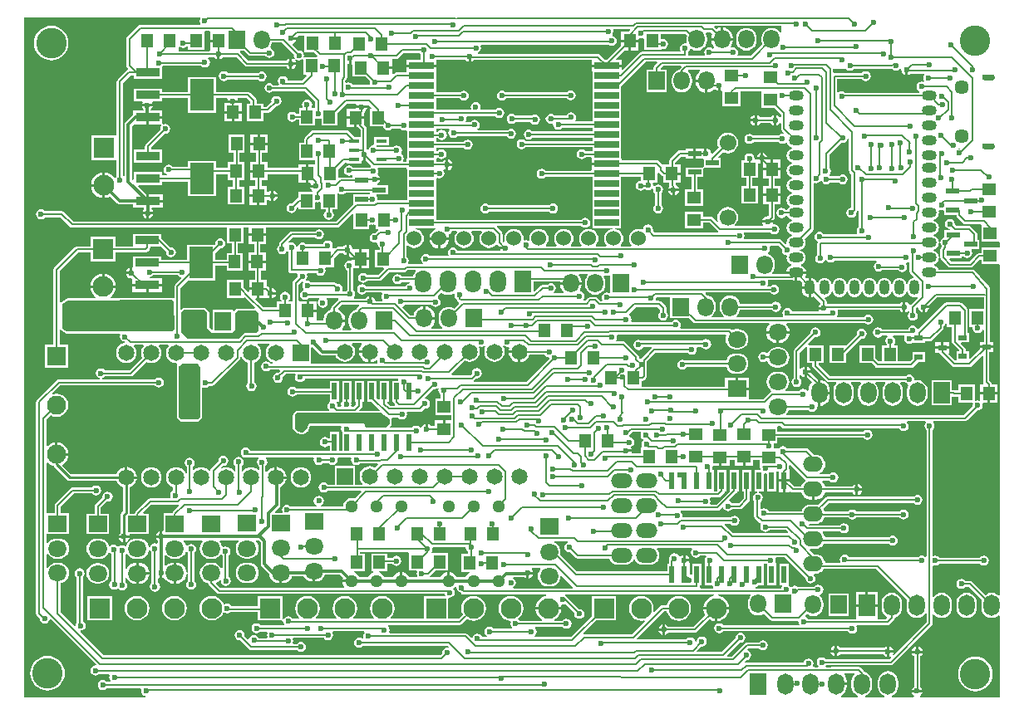
<source format=gbl>
G04*
G04 #@! TF.GenerationSoftware,Altium Limited,Altium Designer,18.1.6 (161)*
G04*
G04 Layer_Physical_Order=2*
G04 Layer_Color=16711680*
%FSTAX24Y24*%
%MOIN*%
G70*
G01*
G75*
%ADD13C,0.0080*%
%ADD23R,0.0500X0.0550*%
%ADD26R,0.0550X0.0500*%
%ADD27O,0.0800X0.0600*%
%ADD34O,0.0400X0.0600*%
%ADD35O,0.0600X0.0400*%
%ADD39R,0.0980X0.1260*%
%ADD40R,0.0980X0.0350*%
%ADD86C,0.0120*%
%ADD88C,0.0138*%
%ADD89C,0.0827*%
%ADD90R,0.0827X0.0827*%
%ADD91C,0.0570*%
%ADD92C,0.0240*%
%ADD93R,0.0827X0.0827*%
%ADD94O,0.0750X0.0650*%
%ADD95R,0.0750X0.0650*%
%ADD96O,0.0650X0.0750*%
%ADD97R,0.0650X0.0750*%
%ADD98C,0.1220*%
%ADD99C,0.0650*%
%ADD100R,0.0650X0.0650*%
%ADD101C,0.0600*%
%ADD102O,0.0860X0.0600*%
%ADD103C,0.0512*%
%ADD104C,0.0669*%
%ADD105O,0.0650X0.0900*%
%ADD106R,0.0650X0.0900*%
%ADD107O,0.0650X0.0850*%
%ADD108R,0.0650X0.0850*%
%ADD109O,0.0650X0.0850*%
%ADD110R,0.0650X0.0850*%
%ADD111C,0.0768*%
%ADD112R,0.0768X0.0768*%
%ADD113C,0.0236*%
%ADD114C,0.0240*%
%ADD115R,0.0520X0.0220*%
%ADD116R,0.0340X0.0220*%
%ADD117R,0.0445X0.0170*%
%ADD118R,0.1000X0.0256*%
%ADD119R,0.0210X0.0710*%
%ADD120R,0.0210X0.0670*%
%ADD121C,0.0100*%
G36*
X038345Y034699D02*
X038295Y034686D01*
X038239Y034759D01*
X038154Y034824D01*
X038056Y034865D01*
X03795Y034878D01*
X037844Y034865D01*
X037746Y034824D01*
X037661Y034759D01*
X037596Y034674D01*
X037555Y034576D01*
X037542Y03447D01*
Y03437D01*
X037555Y034264D01*
X037575Y034218D01*
X037119Y033762D01*
X036609D01*
X036586Y033806D01*
X036597Y033823D01*
X036612Y0339D01*
X036597Y033977D01*
X036553Y034043D01*
X036487Y034087D01*
X03641Y034102D01*
X036343Y034089D01*
X036318Y034115D01*
X036311Y034129D01*
X036331Y034156D01*
X036374Y034259D01*
X036389Y03437D01*
D01*
X03596D01*
X035531D01*
X035546Y034259D01*
X035589Y034156D01*
X035633Y034098D01*
X035612Y034044D01*
X035594Y03404D01*
X035593Y034043D01*
X035527Y034087D01*
X03545Y034102D01*
X035373Y034087D01*
X035307Y034043D01*
X035263Y033977D01*
X035248Y0339D01*
X035263Y033823D01*
X035274Y033806D01*
X035251Y033762D01*
X034646D01*
X034602Y0338D01*
Y03391D01*
X034613Y033917D01*
X034657Y033983D01*
X034663Y034016D01*
X034718Y034037D01*
X034746Y034016D01*
X034844Y033975D01*
X03495Y033962D01*
X035056Y033975D01*
X035154Y034016D01*
X035239Y034081D01*
X035304Y034166D01*
X035345Y034264D01*
X035358Y03437D01*
Y03447D01*
X035345Y034576D01*
X035315Y034648D01*
X035346Y034698D01*
X035509D01*
X035569Y034638D01*
X035546Y034581D01*
X035531Y03447D01*
D01*
X03591D01*
Y034892D01*
X035849Y034884D01*
X035746Y034841D01*
X035726Y034827D01*
X03565Y034903D01*
X035652Y034919D01*
X035667Y034953D01*
X038345D01*
Y034699D01*
D02*
G37*
G36*
X032277Y0348D02*
X032202Y034725D01*
X03191D01*
Y0344D01*
X03261D01*
Y034423D01*
X03266Y034458D01*
X03271Y034448D01*
X03278Y034462D01*
X032824Y034444D01*
X03283Y034441D01*
Y033995D01*
X03349D01*
Y034003D01*
X03354Y034038D01*
X03359Y034028D01*
X033667Y034043D01*
X033733Y034087D01*
X033777Y034153D01*
X033792Y03423D01*
X033777Y034307D01*
X033733Y034373D01*
X033667Y034417D01*
X03359Y034432D01*
X03354Y034422D01*
X03349Y034457D01*
Y034638D01*
X034499D01*
X034557Y03458D01*
X034555Y034576D01*
X034542Y03447D01*
Y03437D01*
X034551Y034297D01*
X034508Y034254D01*
X03447Y034262D01*
X034393Y034247D01*
X034327Y034203D01*
X034283Y034137D01*
X034268Y03406D01*
X034283Y033983D01*
X034294Y033966D01*
X034271Y033922D01*
X03275D01*
X032703Y033913D01*
X032663Y033887D01*
X031984Y033207D01*
X031937Y033226D01*
Y033304D01*
X031337D01*
X030737D01*
Y033126D01*
X030757D01*
Y032753D01*
Y032359D01*
Y031965D01*
Y031572D01*
Y031115D01*
X030087D01*
X030064Y031165D01*
X030097Y031213D01*
X030112Y03129D01*
X030097Y031367D01*
X030053Y031433D01*
X029987Y031477D01*
X02991Y031492D01*
X029833Y031477D01*
X029767Y031433D01*
X029723Y031367D01*
X029722Y031362D01*
X029494D01*
X029493Y031363D01*
X02925D01*
X029243Y031373D01*
X029177Y031417D01*
X0291Y031432D01*
X029023Y031417D01*
X028957Y031373D01*
X028929Y03133D01*
X028924Y031327D01*
X028897Y031287D01*
X028888Y03124D01*
X028897Y031193D01*
X028909Y031176D01*
X028913Y031153D01*
X028957Y031087D01*
X029023Y031043D01*
X0291Y031028D01*
X029146Y031037D01*
X029189Y030995D01*
X029188Y030992D01*
X029203Y030915D01*
X029247Y030849D01*
X029313Y030806D01*
X02939Y03079D01*
X029467Y030806D01*
X029533Y030849D01*
X029547Y03087D01*
X030757D01*
Y030721D01*
X028367D01*
X028353Y030741D01*
X028287Y030785D01*
X02821Y0308D01*
X028133Y030785D01*
X028067Y030741D01*
X028023Y030676D01*
X028008Y030598D01*
X028023Y030521D01*
X028067Y030456D01*
X028133Y030412D01*
X02821Y030397D01*
X028287Y030412D01*
X028353Y030456D01*
X028367Y030476D01*
X030757D01*
Y030327D01*
X02809D01*
X028073Y030353D01*
X028007Y030397D01*
X02793Y030412D01*
X027853Y030397D01*
X027787Y030353D01*
X027743Y030287D01*
X027728Y03021D01*
X027743Y030133D01*
X027787Y030067D01*
X027853Y030023D01*
X02793Y030008D01*
X028007Y030023D01*
X028073Y030067D01*
X028083Y030082D01*
X030757D01*
Y029933D01*
X030497D01*
X030483Y029954D01*
X030417Y029998D01*
X03034Y030013D01*
X030263Y029998D01*
X030197Y029954D01*
X030153Y029888D01*
X030138Y029811D01*
X030153Y029734D01*
X030197Y029668D01*
X030263Y029624D01*
X03034Y029609D01*
X030417Y029624D01*
X030483Y029668D01*
X030497Y029689D01*
X030721D01*
X030737Y029645D01*
X030737Y029645D01*
X030737D01*
X030737Y029645D01*
Y029467D01*
X031337D01*
Y029367D01*
X030737D01*
Y029189D01*
X030737Y029189D01*
X030737D01*
X030737Y029189D01*
X030721Y029146D01*
X028883D01*
X028869Y029167D01*
X028804Y02921D01*
X028726Y029226D01*
X028649Y02921D01*
X028583Y029167D01*
X02854Y029101D01*
X028524Y029024D01*
X02854Y028946D01*
X028583Y028881D01*
X028649Y028837D01*
X028726Y028822D01*
X028804Y028837D01*
X028869Y028881D01*
X028883Y028901D01*
X030757D01*
Y028422D01*
Y028028D01*
Y027635D01*
Y027241D01*
Y026847D01*
X031571D01*
X031574Y026797D01*
X031521Y02679D01*
X031428Y026752D01*
X031349Y026691D01*
X031288Y026612D01*
X03125Y026519D01*
X031237Y02642D01*
X03125Y026321D01*
X031288Y026228D01*
X031339Y026162D01*
X03132Y026112D01*
X03092D01*
X030901Y026162D01*
X030952Y026228D01*
X03099Y026321D01*
X031003Y02642D01*
X03099Y026519D01*
X030952Y026612D01*
X030891Y026691D01*
X030812Y026752D01*
X030719Y02679D01*
X03062Y026803D01*
X030521Y02679D01*
X030428Y026752D01*
X030349Y026691D01*
X030288Y026612D01*
X03025Y026519D01*
X030237Y02642D01*
X03025Y026321D01*
X030288Y026228D01*
X030339Y026162D01*
X03032Y026112D01*
X02992D01*
X029901Y026162D01*
X029952Y026228D01*
X02999Y026321D01*
X030003Y02642D01*
X02999Y026519D01*
X029952Y026612D01*
X029891Y026691D01*
X029812Y026752D01*
X029719Y02679D01*
X02962Y026803D01*
X029521Y02679D01*
X029428Y026752D01*
X029349Y026691D01*
X029288Y026612D01*
X02925Y026519D01*
X029237Y02642D01*
X02925Y026321D01*
X029288Y026228D01*
X029339Y026162D01*
X02932Y026112D01*
X02892D01*
X028901Y026162D01*
X028952Y026228D01*
X02899Y026321D01*
X029003Y02642D01*
X02899Y026519D01*
X028952Y026612D01*
X028891Y026691D01*
X028812Y026752D01*
X028719Y02679D01*
X02862Y026803D01*
X028521Y02679D01*
X028428Y026752D01*
X028349Y026691D01*
X028288Y026612D01*
X02825Y026519D01*
X028237Y02642D01*
X028247Y026344D01*
X0282Y026315D01*
X028167Y026337D01*
X02809Y026352D01*
X028044Y026343D01*
X027998Y026383D01*
X028003Y02642D01*
X02799Y026519D01*
X027952Y026612D01*
X027891Y026691D01*
X027812Y026752D01*
X027719Y02679D01*
X02762Y026803D01*
X027521Y02679D01*
X027428Y026752D01*
X027349Y026691D01*
X027288Y026612D01*
X02725Y026519D01*
X027237Y02642D01*
X02725Y026321D01*
X027216Y026276D01*
X027201Y026273D01*
X027162Y026308D01*
Y026594D01*
X027153Y026641D01*
X027127Y02668D01*
X026924Y026883D01*
X026945Y026933D01*
X03031D01*
X030327Y026907D01*
X030393Y026863D01*
X03047Y026848D01*
X030547Y026863D01*
X030613Y026907D01*
X030657Y026973D01*
X030672Y02705D01*
X030657Y027127D01*
X030613Y027193D01*
X030547Y027237D01*
X03047Y027252D01*
X030393Y027237D01*
X030327Y027193D01*
X030317Y027178D01*
X0245D01*
Y027635D01*
Y028028D01*
Y028422D01*
Y028836D01*
X024544Y028859D01*
X024553Y028853D01*
X02463Y028838D01*
X024707Y028853D01*
X024773Y028897D01*
X024817Y028963D01*
X024832Y02904D01*
X024817Y029117D01*
X024788Y029159D01*
X024825Y029195D01*
X024853Y029176D01*
X024888Y029169D01*
Y029382D01*
Y029594D01*
X024853Y029587D01*
X024781Y029539D01*
X024758Y029504D01*
X02452D01*
Y029645D01*
X02452Y029645D01*
X02452D01*
X024565Y029658D01*
X024579Y02966D01*
X024632Y029624D01*
X024709Y029609D01*
X024786Y029624D01*
X024852Y029668D01*
X024896Y029734D01*
X024911Y029811D01*
X024896Y029888D01*
X024852Y029954D01*
X024786Y029998D01*
X024709Y030013D01*
X024632Y029998D01*
X024566Y029954D01*
X024552Y029933D01*
X0245D01*
Y030069D01*
X025603D01*
X025617Y030048D01*
X025683Y030004D01*
X02576Y029989D01*
X025837Y030004D01*
X025903Y030048D01*
X025947Y030114D01*
X025962Y030191D01*
X025947Y030268D01*
X025903Y030334D01*
X025837Y030378D01*
X02576Y030393D01*
X025683Y030378D01*
X025617Y030334D01*
X025603Y030313D01*
X0245D01*
Y030458D01*
X024563D01*
X024577Y030437D01*
X024643Y030393D01*
X02472Y030378D01*
X024797Y030393D01*
X024863Y030437D01*
X024907Y030503D01*
X024922Y03058D01*
X024907Y030657D01*
X024863Y030723D01*
X024797Y030767D01*
X02472Y030782D01*
X024643Y030767D01*
X024577Y030723D01*
X024563Y030702D01*
X0245D01*
Y03084D01*
X025019D01*
X025038Y03079D01*
X025003Y030737D01*
X024988Y03066D01*
X025003Y030583D01*
X025047Y030517D01*
X025113Y030473D01*
X02519Y030458D01*
X025267Y030473D01*
X025333Y030517D01*
X02534Y030528D01*
X02733D01*
X027357Y030487D01*
X027423Y030443D01*
X0275Y030428D01*
X027577Y030443D01*
X027643Y030487D01*
X027687Y030553D01*
X027702Y03063D01*
X027687Y030707D01*
X027643Y030773D01*
X027577Y030817D01*
X0275Y030832D01*
X027423Y030817D01*
X027357Y030773D01*
X027357Y030772D01*
X026161D01*
X026146Y030822D01*
X026183Y030847D01*
X026227Y030913D01*
X026242Y03099D01*
X026227Y031067D01*
X026183Y031133D01*
X026117Y031177D01*
X02604Y031192D01*
X025963Y031177D01*
X025897Y031133D01*
X025865Y031084D01*
X025707D01*
X025684Y031128D01*
X025697Y031148D01*
X025712Y031225D01*
X025699Y031291D01*
X025726Y031341D01*
X025975D01*
X025981Y03134D01*
X026871D01*
X026884Y03132D01*
X02695Y031276D01*
X027027Y031261D01*
X027104Y031276D01*
X02717Y03132D01*
X027214Y031386D01*
X027229Y031463D01*
X027214Y03154D01*
X02717Y031606D01*
X027104Y03165D01*
X027027Y031665D01*
X02695Y03165D01*
X026884Y031606D01*
X02687Y031584D01*
X026296D01*
X026269Y031634D01*
X026282Y0317D01*
X026267Y031777D01*
X026223Y031843D01*
X026157Y031887D01*
X02608Y031902D01*
X026003Y031887D01*
X025937Y031843D01*
X025893Y031777D01*
X025878Y0317D01*
X025891Y031635D01*
X025863Y031585D01*
X0245D01*
Y032051D01*
X025445D01*
X025467Y032017D01*
X025533Y031973D01*
X02561Y031958D01*
X025687Y031973D01*
X025753Y032017D01*
X025797Y032083D01*
X025812Y03216D01*
X025797Y032237D01*
X025753Y032303D01*
X025687Y032347D01*
X02561Y032362D01*
X025533Y032347D01*
X025467Y032303D01*
X025462Y032296D01*
X0245D01*
Y032753D01*
Y033126D01*
X02452D01*
Y033304D01*
X02392D01*
X02332D01*
Y033126D01*
X02332Y033126D01*
X02332D01*
X02332Y033126D01*
X023304Y033083D01*
X022891D01*
X022844Y033074D01*
X022804Y033047D01*
X022776Y033019D01*
X02273Y033038D01*
Y03322D01*
X02238D01*
Y03332D01*
X02273D01*
Y033633D01*
X0229D01*
X022947Y033642D01*
X022987Y033668D01*
X023191Y033873D01*
X023824D01*
X023848Y033838D01*
X023883Y033814D01*
Y033582D01*
X02332D01*
Y033404D01*
X02392D01*
X02452D01*
Y033582D01*
X024564Y033598D01*
X025666D01*
X025683Y033573D01*
X025755Y033525D01*
X02579Y033518D01*
Y03373D01*
X02589D01*
Y033518D01*
X025925Y033525D01*
X025997Y033573D01*
X026007Y033588D01*
X030689D01*
X030737Y033582D01*
Y033404D01*
X031337D01*
X031937D01*
Y033582D01*
X031731D01*
X031712Y033629D01*
X032058Y033975D01*
X03221D01*
Y0343D01*
X03191D01*
Y034173D01*
X031329Y033592D01*
X031273D01*
X031068Y033797D01*
X031029Y033823D01*
X030982Y033832D01*
X026167D01*
X026162Y033882D01*
X026167Y033883D01*
X026233Y033927D01*
X026277Y033993D01*
X026292Y03407D01*
X026277Y034147D01*
X026266Y034164D01*
X026289Y034208D01*
X031409D01*
X031463Y034171D01*
X03154Y034156D01*
X031617Y034171D01*
X031683Y034215D01*
X031727Y034281D01*
X031742Y034358D01*
X031727Y034435D01*
X031683Y034501D01*
X031617Y034545D01*
X031576Y034553D01*
X031575Y034554D01*
X031557Y034608D01*
X031587Y034653D01*
X031602Y03473D01*
X031589Y034796D01*
X031616Y034846D01*
X032257D01*
X032277Y0348D01*
D02*
G37*
G36*
X01543Y034735D02*
Y03441D01*
X01578D01*
Y03431D01*
X01543D01*
Y033985D01*
X01543D01*
X015412Y033942D01*
X014206D01*
X01417Y033975D01*
Y03411D01*
X01422Y034129D01*
X014273Y034093D01*
X01435Y034078D01*
X014427Y034093D01*
X014493Y034137D01*
X0145Y034148D01*
X01455Y034139D01*
Y034005D01*
X01521D01*
Y034715D01*
X015246Y034748D01*
X015385D01*
X01543Y034735D01*
D02*
G37*
G36*
X01922Y033905D02*
X019582D01*
X019732Y033755D01*
X019717Y03371D01*
X019714Y033705D01*
X019216D01*
X019185Y033744D01*
X019192Y03378D01*
X019177Y033857D01*
X019133Y033923D01*
X019067Y033967D01*
X01899Y033982D01*
X018965Y033977D01*
X018746Y034196D01*
X018763Y03425D01*
X018827Y034293D01*
X018875Y034365D01*
X018882Y0344D01*
X01867D01*
Y0345D01*
X018893D01*
X018971Y034578D01*
X01922D01*
Y033905D01*
D02*
G37*
G36*
X015054Y035257D02*
X015033Y035227D01*
X015018Y03515D01*
X015033Y035073D01*
X015054Y035042D01*
X015027Y034992D01*
X01263D01*
X012583Y034983D01*
X012543Y034957D01*
X012113Y034527D01*
X012087Y034487D01*
X012078Y03444D01*
Y03338D01*
X012087Y033333D01*
X012113Y033293D01*
X012145Y033262D01*
X012143Y033241D01*
X012132Y033204D01*
X0121Y033183D01*
X011723Y032807D01*
X011697Y032767D01*
X011688Y03272D01*
Y030593D01*
X011662Y030553D01*
X011638Y030553D01*
X010675D01*
Y029567D01*
X011638D01*
X011662Y029567D01*
X011688Y029527D01*
Y028917D01*
X011667Y028903D01*
X011643Y028867D01*
X011582Y028865D01*
X011535Y028926D01*
X011427Y029008D01*
X011303Y02906D01*
X011219Y029071D01*
Y02856D01*
Y028049D01*
X011303Y02806D01*
X011427Y028111D01*
X011709Y027829D01*
X011709Y027829D01*
X011755Y027798D01*
X01181Y027787D01*
X01181Y027787D01*
X012345D01*
Y027653D01*
X012777D01*
X012783Y027603D01*
X012778Y0276D01*
X01273Y027527D01*
X012723Y027492D01*
X013147D01*
X01314Y027527D01*
X013092Y0276D01*
X013087Y027603D01*
X013093Y027653D01*
X013525D01*
Y027878D01*
X012935D01*
Y027928D01*
X012885D01*
Y028203D01*
X012862D01*
X012536Y028529D01*
X012556Y028575D01*
X013505D01*
Y028708D01*
X014535D01*
Y02812D01*
X015675D01*
Y029008D01*
X01615D01*
Y028775D01*
X016348D01*
Y028495D01*
X01614D01*
Y027785D01*
X0168D01*
Y028495D01*
X016592D01*
Y028775D01*
X01681D01*
Y029485D01*
X016612D01*
Y029875D01*
X01682D01*
Y030585D01*
X01616D01*
Y029875D01*
X016368D01*
Y029485D01*
X01615D01*
Y029252D01*
X015675D01*
Y02954D01*
X014535D01*
Y029312D01*
X013927D01*
X013913Y029333D01*
X013847Y029377D01*
X01377Y029392D01*
X013693Y029377D01*
X013627Y029333D01*
X013583Y029267D01*
X013568Y02919D01*
X013583Y029113D01*
X013627Y029047D01*
X013693Y029003D01*
X013698Y029002D01*
X013693Y028952D01*
X013505D01*
Y029085D01*
X012365D01*
Y028793D01*
X012315Y028768D01*
X012293Y028786D01*
Y030941D01*
X012365Y031013D01*
X012875D01*
Y031288D01*
X012925D01*
Y031338D01*
X013515D01*
Y031563D01*
X013053D01*
Y031613D01*
X013067Y031623D01*
X013115Y031695D01*
X013122Y03173D01*
X012698D01*
X012705Y031695D01*
X012753Y031623D01*
X012767Y031613D01*
Y031563D01*
X012335D01*
Y031387D01*
X012049Y031101D01*
X012018Y031055D01*
X012007Y031D01*
X012007Y031D01*
Y028941D01*
X011957Y028917D01*
X011932Y028936D01*
Y032669D01*
X012237Y032974D01*
X012355D01*
Y032837D01*
X013495D01*
Y033315D01*
X013513Y033327D01*
X013527Y033348D01*
X015077D01*
X015077Y033347D01*
X015143Y033303D01*
X01522Y033288D01*
X015297Y033303D01*
X015363Y033347D01*
X015407Y033413D01*
X015422Y03349D01*
X015407Y033567D01*
X015363Y033633D01*
X015341Y033648D01*
X015356Y033698D01*
X015589D01*
X015613Y033663D01*
X015685Y033615D01*
X01572Y033608D01*
Y03382D01*
X01582D01*
Y033608D01*
X015855Y033615D01*
X015927Y033663D01*
X015951Y033698D01*
X016489D01*
X016833Y033353D01*
X016873Y033327D01*
X01692Y033318D01*
X018489D01*
X018513Y033283D01*
X018585Y033235D01*
X01862Y033228D01*
Y03344D01*
Y033652D01*
X018585Y033645D01*
X018513Y033597D01*
X018489Y033562D01*
X016971D01*
X016628Y033905D01*
X016628Y033911D01*
X016644Y033955D01*
X016792D01*
X016963Y033783D01*
X017003Y033757D01*
X01705Y033748D01*
X017653D01*
X017667Y033727D01*
X017733Y033683D01*
X01781Y033668D01*
X017887Y033683D01*
X017953Y033727D01*
X017997Y033793D01*
X018012Y03387D01*
X017997Y033947D01*
X017953Y034013D01*
X017887Y034057D01*
X017864Y034061D01*
X017844Y034116D01*
X017874Y034156D01*
X017915Y034254D01*
X017919Y034288D01*
X018308D01*
X018793Y033803D01*
X018788Y03378D01*
X018803Y033703D01*
X018839Y03365D01*
X018803Y033614D01*
X018755Y033645D01*
X01872Y033652D01*
Y03349D01*
X018882D01*
X018875Y033525D01*
X018836Y033585D01*
X018872Y033621D01*
X018913Y033593D01*
X01899Y033578D01*
X019067Y033593D01*
X01911Y033622D01*
X01916Y033595D01*
Y032995D01*
X019287D01*
X019306Y032949D01*
X019109Y032752D01*
X01855D01*
X018537Y032817D01*
X018493Y032883D01*
X018427Y032927D01*
X01835Y032942D01*
X018273Y032927D01*
X018207Y032883D01*
X018163Y032817D01*
X018148Y03274D01*
X018163Y032663D01*
X01819Y032622D01*
X018164Y032572D01*
X01798D01*
X017953Y032613D01*
X017887Y032657D01*
X01781Y032672D01*
X017733Y032657D01*
X017667Y032613D01*
X017623Y032547D01*
X017608Y03247D01*
X017623Y032393D01*
X017667Y032327D01*
X017733Y032283D01*
X01781Y032268D01*
X017887Y032283D01*
X017953Y032327D01*
X017953Y032328D01*
X019229D01*
X019648Y031909D01*
Y031665D01*
X019521D01*
X019498Y031709D01*
X019507Y031723D01*
X019522Y0318D01*
X019507Y031877D01*
X019463Y031943D01*
X019397Y031987D01*
X01932Y032002D01*
X019243Y031987D01*
X019177Y031943D01*
X019133Y031877D01*
X019118Y0318D01*
X019133Y031723D01*
X019142Y031709D01*
X019119Y031665D01*
X01899D01*
Y031432D01*
X018887D01*
X018873Y031453D01*
X018807Y031497D01*
X01873Y031512D01*
X018653Y031497D01*
X018587Y031453D01*
X018543Y031387D01*
X018528Y03131D01*
X018543Y031233D01*
X018587Y031167D01*
X018653Y031123D01*
X01873Y031108D01*
X018807Y031123D01*
X018873Y031167D01*
X018887Y031188D01*
X01899D01*
Y030955D01*
X01965D01*
Y031221D01*
X019656Y031224D01*
X0197Y031242D01*
X01977Y031228D01*
X01984Y031242D01*
X019884Y031224D01*
X01989Y031221D01*
Y030955D01*
X02055D01*
Y031467D01*
X020911Y031828D01*
X021282D01*
X021303Y031778D01*
X021298Y03175D01*
X021726D01*
X021758Y0318D01*
X021783Y031804D01*
X021916Y031671D01*
X021897Y031625D01*
X02183D01*
Y030915D01*
X022377D01*
X022383Y030883D01*
X022427Y030817D01*
X022493Y030773D01*
X02257Y030758D01*
X022647Y030773D01*
X022713Y030817D01*
X022727Y030838D01*
X023063D01*
X023077Y030817D01*
X023143Y030773D01*
X02322Y030758D01*
X02329Y030772D01*
X023311Y030763D01*
X02334Y030742D01*
Y030391D01*
Y029997D01*
Y029645D01*
X02332D01*
Y029503D01*
X0232D01*
X023176Y029547D01*
X023187Y029563D01*
X023202Y02964D01*
X023187Y029717D01*
X023143Y029783D01*
X023113Y029803D01*
X023098Y02987D01*
X023107Y029883D01*
X023122Y02996D01*
X023107Y030037D01*
X023063Y030103D01*
X022997Y030147D01*
X02292Y030162D01*
X022843Y030147D01*
X022777Y030103D01*
X022763Y030082D01*
X022143D01*
X022123Y030113D01*
X022099Y030129D01*
X022114Y030179D01*
X02261D01*
Y030509D01*
X022005D01*
Y030218D01*
X021981Y030173D01*
X02196Y030168D01*
X021903Y030157D01*
X021837Y030113D01*
X021793Y030047D01*
X021785Y030007D01*
X021738Y029986D01*
X021702Y030009D01*
Y03084D01*
X021693Y030887D01*
X021667Y030927D01*
X02161Y030983D01*
Y03122D01*
X02131D01*
Y030895D01*
X021352D01*
X021458Y030789D01*
Y030509D01*
X021221D01*
X021003Y030727D01*
X020963Y030753D01*
X020917Y030762D01*
X01957D01*
X019523Y030753D01*
X019483Y030727D01*
X019233Y030477D01*
X019207Y030437D01*
X019198Y03039D01*
Y030275D01*
X01899D01*
Y029565D01*
X019648D01*
Y029405D01*
X01938D01*
Y02903D01*
Y028655D01*
X019435D01*
X019458Y028611D01*
X019455Y028605D01*
X019448Y02857D01*
X01966D01*
Y02847D01*
X019448D01*
X019455Y028435D01*
X019503Y028363D01*
X019529Y028345D01*
X019514Y028295D01*
X01897D01*
Y028057D01*
X018952Y028053D01*
X018913Y028027D01*
X018723Y027837D01*
X018699Y027842D01*
X018622Y027827D01*
X018556Y027783D01*
X018513Y027717D01*
X018497Y02764D01*
X018513Y027563D01*
X018556Y027497D01*
X018622Y027453D01*
X018699Y027438D01*
X018776Y027453D01*
X018842Y027497D01*
X018886Y027563D01*
X018901Y02764D01*
X018899Y027651D01*
X01892Y02767D01*
X01897Y027648D01*
Y027585D01*
X01963D01*
Y027871D01*
X019636Y027874D01*
X01968Y027892D01*
X01975Y027878D01*
X01982Y027892D01*
X019864Y027874D01*
X01987Y027871D01*
Y027585D01*
X020078D01*
Y027533D01*
X020047Y027513D01*
X020003Y027447D01*
X019988Y02737D01*
X020003Y027293D01*
X020047Y027227D01*
X020113Y027183D01*
X02019Y027168D01*
X020267Y027183D01*
X020333Y027227D01*
X020377Y027293D01*
X020392Y02737D01*
X020377Y027447D01*
X020333Y027513D01*
X020322Y02752D01*
Y027585D01*
X02053D01*
Y028216D01*
X020537Y028222D01*
X02058Y028239D01*
X020633Y028203D01*
X02071Y028188D01*
X020787Y028203D01*
X020853Y028247D01*
X020856Y028253D01*
X021831D01*
X021838Y02824D01*
X021808Y02819D01*
X02117D01*
Y02781D01*
X02117Y02781D01*
X02117D01*
X021141Y027774D01*
X02048Y027113D01*
X00994D01*
X009567Y027487D01*
X009527Y027513D01*
X00948Y027522D01*
X008807D01*
X008793Y027543D01*
X008727Y027587D01*
X00865Y027602D01*
X008573Y027587D01*
X008507Y027543D01*
X008463Y027477D01*
X008448Y0274D01*
X008463Y027323D01*
X008507Y027257D01*
X008573Y027213D01*
X00865Y027198D01*
X008727Y027213D01*
X008793Y027257D01*
X008807Y027278D01*
X009429D01*
X009803Y026904D01*
X009843Y026878D01*
X009889Y026868D01*
X0161D01*
Y026215D01*
X016308D01*
Y025845D01*
X01609D01*
Y025572D01*
X015645D01*
Y025847D01*
X015828Y02603D01*
X01584Y026028D01*
X015917Y026043D01*
X015983Y026087D01*
X016027Y026153D01*
X016042Y02623D01*
X016027Y026307D01*
X015983Y026373D01*
X015917Y026417D01*
X01584Y026432D01*
X015763Y026417D01*
X015697Y026373D01*
X015653Y026307D01*
X015638Y02623D01*
X015645Y026193D01*
X015612Y02616D01*
X014505D01*
Y025572D01*
X013475D01*
Y025705D01*
X012335D01*
Y025289D01*
X01232Y025277D01*
Y02504D01*
X01227D01*
Y02499D01*
X012058D01*
X012065Y024955D01*
X012113Y024883D01*
X012185Y024835D01*
X01227Y024818D01*
X012315Y024776D01*
Y024598D01*
X012905D01*
X013495D01*
Y024823D01*
X013022D01*
X013017Y024873D01*
X013067Y024883D01*
X013133Y024927D01*
X013147Y024948D01*
X014147D01*
X014167Y024917D01*
X014233Y024873D01*
X014258Y024868D01*
X014272Y024821D01*
X014028Y024576D01*
X014002Y024536D01*
X013992Y02449D01*
Y024049D01*
X013984Y02404D01*
X013942Y024019D01*
X013897Y024038D01*
X013881Y02404D01*
X013866Y024043D01*
X011465Y024029D01*
X011448Y024079D01*
X011506Y024124D01*
X011588Y024231D01*
X01164Y024356D01*
X011651Y02444D01*
X01114D01*
X010629D01*
X01064Y024356D01*
X010692Y024231D01*
X010774Y024124D01*
X010837Y024075D01*
X01082Y024025D01*
X009721Y024019D01*
X009715Y024017D01*
X009708Y024018D01*
X009699Y024014D01*
X00969Y024012D01*
X009684Y024009D01*
X009678Y024006D01*
X009462Y023871D01*
X009455Y023865D01*
X009447Y02386D01*
X009443Y023854D01*
X009442Y023853D01*
X009424Y023855D01*
X009392Y023869D01*
Y025119D01*
X010141Y025868D01*
X010647D01*
Y025497D01*
X011633D01*
Y025868D01*
X01284D01*
X012887Y025877D01*
X012927Y025903D01*
X012992Y025968D01*
X013018Y026008D01*
X013027Y026055D01*
Y026097D01*
X01346D01*
X013663Y025894D01*
X013658Y02587D01*
X013673Y025793D01*
X013717Y025727D01*
X013783Y025683D01*
X01386Y025668D01*
X013937Y025683D01*
X014003Y025727D01*
X014047Y025793D01*
X014062Y02587D01*
X014047Y025947D01*
X014003Y026013D01*
X013937Y026057D01*
X01386Y026072D01*
X013836Y026067D01*
X013475Y026428D01*
Y026607D01*
X012335D01*
Y026112D01*
X011633D01*
Y026483D01*
X010647D01*
Y026112D01*
X01009D01*
X010043Y026103D01*
X010003Y026077D01*
X009183Y025257D01*
X009157Y025217D01*
X009148Y02517D01*
Y022161D01*
X008806D01*
Y021233D01*
X009734D01*
Y022161D01*
X009392D01*
Y022738D01*
X00942Y02275D01*
X009442Y022754D01*
X009443Y022753D01*
X009447Y022747D01*
X009454Y022742D01*
X00946Y022736D01*
X009633Y022623D01*
X00964Y02262D01*
X009646Y022616D01*
X009654Y022614D01*
X009662Y022611D01*
X00967Y022611D01*
X009677Y02261D01*
X011817D01*
X011841Y022566D01*
X011835Y022557D01*
X01182Y02248D01*
X011835Y022403D01*
X011879Y022337D01*
X011944Y022293D01*
X012008Y022281D01*
X012007Y02223D01*
X011964Y022224D01*
X011866Y022184D01*
X011781Y022119D01*
X011716Y022034D01*
X011676Y021936D01*
X011662Y02183D01*
X011676Y021724D01*
X011716Y021626D01*
X011781Y021541D01*
X011866Y021476D01*
X011964Y021436D01*
X01207Y021422D01*
X012176Y021436D01*
X012274Y021476D01*
X012359Y021541D01*
X012424Y021626D01*
X012464Y021724D01*
X012478Y02183D01*
X012464Y021936D01*
X012424Y022034D01*
X012371Y022102D01*
X012393Y022152D01*
X012747D01*
X012769Y022102D01*
X012716Y022034D01*
X012676Y021936D01*
X012662Y02183D01*
X012676Y021724D01*
X012709Y021643D01*
X012199Y021132D01*
X011207D01*
X011193Y021153D01*
X011127Y021197D01*
X01105Y021212D01*
X010973Y021197D01*
X010907Y021153D01*
X010863Y021087D01*
X010848Y02101D01*
X010863Y020933D01*
X010907Y020867D01*
X010973Y020823D01*
X011002Y020817D01*
X010997Y020767D01*
X009355D01*
X009308Y020758D01*
X009269Y020732D01*
X008483Y019947D01*
X008457Y019907D01*
X008448Y01986D01*
Y01136D01*
X008457Y011313D01*
X008483Y011273D01*
X008598Y011159D01*
X008613Y011083D01*
X008657Y011017D01*
X008723Y010973D01*
X0088Y010958D01*
X008877Y010973D01*
X008943Y011017D01*
X008987Y011083D01*
X008994Y011122D01*
X009049Y011138D01*
X010857Y009329D01*
X010846Y009299D01*
X010835Y009281D01*
X010763Y009267D01*
X010697Y009223D01*
X010653Y009157D01*
X010638Y00908D01*
X010653Y009003D01*
X010697Y008937D01*
X010763Y008893D01*
X01084Y008878D01*
X010917Y008893D01*
X010969Y008928D01*
X011384D01*
X011408Y008884D01*
X011403Y008877D01*
X011388Y0088D01*
X011403Y008723D01*
X011437Y008672D01*
X011416Y008622D01*
X011287D01*
X011273Y008643D01*
X011207Y008687D01*
X01113Y008702D01*
X011053Y008687D01*
X010987Y008643D01*
X010943Y008577D01*
X010928Y0085D01*
X010943Y008423D01*
X010987Y008357D01*
X011053Y008313D01*
X01113Y008298D01*
X011207Y008313D01*
X011273Y008357D01*
X011287Y008378D01*
X012645D01*
X012671Y008328D01*
X012658Y00826D01*
X012673Y008183D01*
X012717Y008117D01*
X012783Y008073D01*
X012832Y008063D01*
X012828Y008013D01*
X007983D01*
Y035307D01*
X015027D01*
X015054Y035257D01*
D02*
G37*
G36*
X0211Y033438D02*
X02115Y033399D01*
Y032915D01*
X021662D01*
X021843Y032734D01*
X021838Y03271D01*
X021853Y032634D01*
X021854Y032625D01*
X021827Y032584D01*
X021155D01*
X021123Y032633D01*
X021057Y032677D01*
X02098Y032692D01*
X020904Y032677D01*
X020895Y032676D01*
X020854Y032703D01*
Y032761D01*
X020888Y032795D01*
X020915Y032835D01*
X020924Y032882D01*
Y033416D01*
X020974Y033443D01*
X021Y033438D01*
Y03365D01*
X0211D01*
Y033438D01*
D02*
G37*
G36*
X043148Y0332D02*
X043165Y033115D01*
X043213Y033043D01*
X043285Y032995D01*
X04332Y032988D01*
Y0332D01*
X04342D01*
Y032988D01*
X043455Y032995D01*
X04352Y033038D01*
X044056D01*
X044077Y032988D01*
X044043Y032937D01*
X044028Y03286D01*
X044043Y032783D01*
X044068Y032747D01*
X044044Y032716D01*
X044034Y032707D01*
X04396Y032722D01*
X043883Y032707D01*
X043817Y032663D01*
X043773Y032597D01*
X043758Y03252D01*
X043773Y032443D01*
X043817Y032377D01*
X043866Y032344D01*
X043883Y032293D01*
X043884Y032282D01*
X043876Y032271D01*
X040905D01*
X040903Y032273D01*
X040838Y032317D01*
X04076Y032332D01*
X040683Y032317D01*
X04063Y032282D01*
X04058Y032301D01*
Y032818D01*
X041573D01*
X041587Y032797D01*
X041653Y032753D01*
X04173Y032738D01*
X041807Y032753D01*
X041873Y032797D01*
X041917Y032863D01*
X041932Y03294D01*
X041917Y033017D01*
X041873Y033083D01*
X041807Y033127D01*
X04173Y033142D01*
X041653Y033127D01*
X041587Y033083D01*
X041573Y033062D01*
X040458D01*
X04042Y033093D01*
Y033215D01*
X040943D01*
X040947Y033209D01*
X041013Y033165D01*
X04109Y033149D01*
X041167Y033165D01*
X041233Y033209D01*
X041237Y033215D01*
X04282D01*
X042873Y033179D01*
X042951Y033164D01*
X043028Y033179D01*
X043082Y033215D01*
X043135D01*
X043148Y0332D01*
D02*
G37*
G36*
X033368Y033471D02*
X033253Y033357D01*
X033227Y033317D01*
X033218Y03327D01*
Y033205D01*
X032935D01*
Y032295D01*
X033745D01*
Y033205D01*
X033519D01*
X033498Y033255D01*
X033601Y033358D01*
X034319D01*
X034338Y033311D01*
X034263Y033237D01*
X034237Y033197D01*
X034236Y033191D01*
X034146Y033154D01*
X034061Y033089D01*
X033996Y033004D01*
X033955Y032906D01*
X033942Y0328D01*
Y0327D01*
X033955Y032594D01*
X033996Y032496D01*
X034061Y032411D01*
X034146Y032346D01*
X034244Y032305D01*
X03435Y032292D01*
X034456Y032305D01*
X034554Y032346D01*
X034639Y032411D01*
X034704Y032496D01*
X034745Y032594D01*
X034758Y0327D01*
Y0328D01*
X034745Y032906D01*
X034704Y033004D01*
X034639Y033089D01*
X034609Y033112D01*
X034602Y033177D01*
X034621Y033198D01*
X035068D01*
X035085Y033148D01*
X035027Y033103D01*
X034959Y033014D01*
X034916Y032911D01*
X034901Y0328D01*
X03533D01*
Y03275D01*
X03538D01*
Y032278D01*
X035441Y032286D01*
X035544Y032329D01*
X035633Y032397D01*
X035635Y032399D01*
X035693Y032403D01*
X035765Y032355D01*
X0358Y032348D01*
Y03256D01*
X0359D01*
Y032348D01*
X035935Y032355D01*
X035985Y032328D01*
Y03172D01*
X036695D01*
Y032347D01*
X037498D01*
X037545Y03234D01*
Y03168D01*
X038057D01*
X038328Y031409D01*
Y031297D01*
X038278Y031282D01*
X038247Y031327D01*
X038175Y031375D01*
X03814Y031382D01*
Y03117D01*
Y030958D01*
X038175Y030965D01*
X038247Y031013D01*
X038278Y031058D01*
X038328Y031043D01*
Y030829D01*
X038337Y030782D01*
X038363Y030742D01*
X038434Y030672D01*
X038409Y030626D01*
X03838Y030632D01*
X038303Y030617D01*
X038237Y030573D01*
X038223Y030552D01*
X03721D01*
X037203Y030563D01*
X037137Y030607D01*
X03706Y030622D01*
X036983Y030607D01*
X036917Y030563D01*
X036873Y030497D01*
X036858Y03042D01*
X036873Y030343D01*
X036917Y030277D01*
X036983Y030233D01*
X03706Y030218D01*
X037137Y030233D01*
X037203Y030277D01*
X037223Y030308D01*
X038223D01*
X038237Y030287D01*
X038303Y030243D01*
X03838Y030228D01*
X038457Y030243D01*
X038507Y030276D01*
X038521Y030276D01*
X038554Y030266D01*
X038564Y030259D01*
X038585Y030208D01*
X03863Y030149D01*
X038689Y030104D01*
X038757Y030076D01*
X038772Y030074D01*
Y030024D01*
X038757Y030022D01*
X038689Y029993D01*
X03863Y029949D01*
X038585Y02989D01*
X038557Y029822D01*
X038548Y029749D01*
X038557Y029676D01*
X038585Y029608D01*
X03863Y029549D01*
X038689Y029504D01*
X038757Y029476D01*
X038772Y029474D01*
Y029424D01*
X038757Y029422D01*
X038689Y029393D01*
X03863Y029349D01*
X038585Y02929D01*
X038557Y029222D01*
X038548Y029149D01*
X038557Y029076D01*
X038585Y029008D01*
X03863Y028949D01*
X038689Y028904D01*
X038757Y028876D01*
X038772Y028874D01*
Y028824D01*
X038757Y028822D01*
X038689Y028793D01*
X03863Y028749D01*
X038585Y02869D01*
X038557Y028622D01*
X038548Y028549D01*
X038557Y028476D01*
X038585Y028408D01*
X03863Y028349D01*
X038689Y028304D01*
X038757Y028276D01*
X038772Y028274D01*
Y028224D01*
X038757Y028222D01*
X038689Y028193D01*
X03863Y028149D01*
X038585Y02809D01*
X038557Y028022D01*
X038548Y027949D01*
X038557Y027876D01*
X038585Y027808D01*
X03863Y027749D01*
X038655Y02773D01*
Y027667D01*
X03863Y027649D01*
X038585Y02759D01*
X038578Y027571D01*
X038505D01*
X038492Y027592D01*
X038426Y027636D01*
X038349Y027651D01*
X038272Y027636D01*
X038206Y027592D01*
X038162Y027526D01*
X038147Y027449D01*
X038162Y027372D01*
X038206Y027306D01*
X038272Y027262D01*
X038349Y027247D01*
X038426Y027262D01*
X038492Y027306D01*
X038505Y027327D01*
X038578D01*
X038585Y027308D01*
X03863Y027249D01*
X038689Y027204D01*
X038757Y027176D01*
X038772Y027174D01*
Y027124D01*
X038757Y027122D01*
X038689Y027093D01*
X03863Y027049D01*
X038585Y02699D01*
X038557Y026922D01*
X038548Y026849D01*
X038557Y026776D01*
X038585Y026708D01*
X03863Y026649D01*
X038689Y026604D01*
X038757Y026576D01*
X038772Y026574D01*
Y026524D01*
X038757Y026522D01*
X038689Y026493D01*
X03863Y026449D01*
X038585Y02639D01*
X038557Y026322D01*
X038548Y026249D01*
X038551Y026223D01*
X038504Y026199D01*
X038348Y026355D01*
X038309Y026381D01*
X038262Y02639D01*
X036853D01*
X036827Y02644D01*
X036842Y026463D01*
X036857Y02654D01*
X036842Y026617D01*
X036831Y026634D01*
X036854Y026678D01*
X037897D01*
X037917Y026647D01*
X037983Y026603D01*
X03806Y026588D01*
X038137Y026603D01*
X038203Y026647D01*
X038247Y026713D01*
X038262Y02679D01*
X038247Y026867D01*
X038203Y026933D01*
X038137Y026977D01*
X03806Y026992D01*
X038037Y026987D01*
X038025Y026995D01*
X037999Y027031D01*
X038002Y02705D01*
X037578D01*
X037585Y027015D01*
X037613Y026972D01*
X037586Y026922D01*
X036496D01*
X03648Y02697D01*
X036486Y026974D01*
X036552Y027061D01*
X036594Y027162D01*
X036608Y02727D01*
X036594Y027378D01*
X036552Y027479D01*
X036486Y027566D01*
X036399Y027632D01*
X036298Y027674D01*
X03619Y027688D01*
X036082Y027674D01*
X035981Y027632D01*
X035894Y027566D01*
X035828Y027479D01*
X035786Y027378D01*
X035772Y02727D01*
X035786Y027162D01*
X035803Y027121D01*
X035761Y027092D01*
X035597Y027257D01*
X035557Y027283D01*
X03551Y027292D01*
X035195D01*
Y0275D01*
X034485D01*
Y02684D01*
X035195D01*
Y027048D01*
X035459D01*
X035793Y026713D01*
X035795Y026712D01*
X03578Y026662D01*
X033261D01*
X033184Y026739D01*
X033192Y02678D01*
X033177Y026857D01*
X033133Y026923D01*
X033067Y026967D01*
X03299Y026982D01*
X032913Y026967D01*
X032847Y026923D01*
X032803Y026857D01*
X032795Y026813D01*
X032741Y026781D01*
X032719Y02679D01*
X03262Y026803D01*
X032521Y02679D01*
X032428Y026752D01*
X032349Y026691D01*
X032288Y026612D01*
X03225Y026519D01*
X032237Y02642D01*
X03225Y026321D01*
X032288Y026228D01*
X032339Y026162D01*
X03232Y026112D01*
X03192D01*
X031901Y026162D01*
X031952Y026228D01*
X03199Y026321D01*
X032003Y02642D01*
X03199Y026519D01*
X031952Y026612D01*
X031891Y026691D01*
X031812Y026752D01*
X031719Y02679D01*
X031666Y026797D01*
X031669Y026847D01*
X031917D01*
Y027241D01*
Y027635D01*
Y028028D01*
Y028422D01*
Y028901D01*
X03272D01*
Y028758D01*
X0327Y028742D01*
X032623Y028727D01*
X032557Y028683D01*
X032513Y028617D01*
X032498Y02854D01*
X032513Y028463D01*
X032557Y028397D01*
X032623Y028353D01*
X0327Y028338D01*
X032777Y028353D01*
X032843Y028397D01*
X032893Y028383D01*
X032923Y028363D01*
X033Y028348D01*
X033077Y028363D01*
X033143Y028407D01*
X033154Y028423D01*
X033201Y028404D01*
X033198Y02839D01*
X033213Y028313D01*
X033257Y028247D01*
X033278Y028233D01*
Y027787D01*
X033257Y027773D01*
X033213Y027707D01*
X033198Y02763D01*
X033213Y027553D01*
X033257Y027487D01*
X033323Y027443D01*
X0334Y027428D01*
X033477Y027443D01*
X033543Y027487D01*
X033587Y027553D01*
X033602Y02763D01*
X033587Y027707D01*
X033543Y027773D01*
X033522Y027787D01*
Y028233D01*
X033543Y028247D01*
X033587Y028313D01*
X033602Y02839D01*
X033587Y028467D01*
X033543Y028533D01*
X033477Y028577D01*
X0334Y028592D01*
X033323Y028577D01*
X033257Y028533D01*
X033246Y028517D01*
X033199Y028536D01*
X033202Y02855D01*
X033187Y028625D01*
X033186Y028634D01*
X033212Y028675D01*
X03338D01*
Y029046D01*
X03343Y029067D01*
X033543Y028953D01*
X033583Y028927D01*
X0336Y028924D01*
Y028655D01*
X033838D01*
Y028561D01*
X033847Y028514D01*
X033851Y028509D01*
X033815Y028455D01*
X033808Y02842D01*
X034232D01*
X034225Y028455D01*
X034177Y028527D01*
X034122Y028564D01*
X034107Y028588D01*
X034089Y028605D01*
X034099Y028655D01*
X0343D01*
Y02898D01*
X03395D01*
Y02908D01*
X0343D01*
Y029405D01*
X034077D01*
Y029464D01*
X034326Y029713D01*
X034498D01*
Y029625D01*
X034808D01*
Y029835D01*
Y030045D01*
X034498D01*
Y029957D01*
X034275D01*
X034228Y029948D01*
X034188Y029922D01*
X033868Y029602D01*
X033842Y029562D01*
X033833Y029515D01*
Y029405D01*
X0336D01*
X0336Y029405D01*
Y029405D01*
X03355Y029403D01*
X033432Y029522D01*
X033392Y029548D01*
X033345Y029557D01*
X031937D01*
Y029645D01*
X031917D01*
Y029997D01*
Y030391D01*
Y030784D01*
Y031178D01*
Y031572D01*
Y031965D01*
Y032359D01*
Y03254D01*
X032895Y033518D01*
X033349D01*
X033368Y033471D01*
D02*
G37*
G36*
X04105Y030433D02*
Y029157D01*
X041059Y02911D01*
X041085Y029071D01*
X041148Y029008D01*
Y027652D01*
X041073Y027637D01*
X041007Y027593D01*
X040963Y027527D01*
X040948Y02745D01*
X040963Y027373D01*
X041007Y027307D01*
X041073Y027263D01*
X04115Y027248D01*
X041227Y027263D01*
X041293Y027307D01*
X041337Y027373D01*
X041352Y02745D01*
X041347Y027474D01*
X041357Y027483D01*
X041383Y027523D01*
X041388Y027546D01*
X041438Y027541D01*
Y026887D01*
X041417Y026873D01*
X041373Y026807D01*
X041358Y02673D01*
X041373Y026653D01*
X041378Y026646D01*
X041354Y026602D01*
X04004D01*
X040013Y026643D01*
X039947Y026687D01*
X03987Y026702D01*
X039793Y026687D01*
X039727Y026643D01*
X039683Y026577D01*
X039668Y0265D01*
X039683Y026423D01*
X039727Y026357D01*
X039764Y026332D01*
X039789Y026279D01*
X03978Y026232D01*
Y025778D01*
X039757Y025763D01*
X039713Y025697D01*
X039698Y02562D01*
X039713Y025543D01*
X039757Y025477D01*
X039823Y025433D01*
X0399Y025418D01*
X039977Y025433D01*
X040043Y025477D01*
X040087Y025543D01*
X040089Y025557D01*
X040092Y025558D01*
X040141Y025562D01*
X040177Y025508D01*
X040243Y025465D01*
X04032Y025449D01*
X040397Y025465D01*
X040463Y025508D01*
X040477Y025529D01*
X042144D01*
X042157Y025479D01*
X042103Y025443D01*
X04206Y025377D01*
X042044Y0253D01*
X04206Y025223D01*
X042103Y025157D01*
X042169Y025113D01*
X042246Y025098D01*
X042324Y025113D01*
X042375Y025148D01*
X043027D01*
X043041Y025127D01*
X043106Y025083D01*
X043184Y025068D01*
X043261Y025083D01*
X043327Y025127D01*
X04337Y025193D01*
X043386Y02527D01*
X04337Y025347D01*
X043334Y025401D01*
X043346Y025442D01*
X043355Y025454D01*
X043407Y025465D01*
X043438Y025485D01*
X043488Y025458D01*
Y025086D01*
X043497Y025039D01*
X043523Y024999D01*
X043645Y024877D01*
X043627Y024824D01*
X043607Y024822D01*
X043539Y024793D01*
X04348Y024749D01*
X043435Y02469D01*
X043407Y024622D01*
X043405Y024607D01*
X043355D01*
X043353Y024622D01*
X043325Y02469D01*
X04328Y024749D01*
X043221Y024793D01*
X043153Y024822D01*
X04308Y024831D01*
X043007Y024822D01*
X042939Y024793D01*
X04288Y024749D01*
X042835Y02469D01*
X042807Y024622D01*
X042805Y024607D01*
X042755D01*
X042753Y024622D01*
X042725Y02469D01*
X04268Y024749D01*
X042621Y024793D01*
X042553Y024822D01*
X04248Y024831D01*
X042407Y024822D01*
X042339Y024793D01*
X04228Y024749D01*
X042235Y02469D01*
X042207Y024622D01*
X042205Y024607D01*
X042155D01*
X042153Y024622D01*
X042125Y02469D01*
X04208Y024749D01*
X042021Y024793D01*
X041953Y024822D01*
X04188Y024831D01*
X041807Y024822D01*
X041739Y024793D01*
X04168Y024749D01*
X041635Y02469D01*
X041607Y024622D01*
X041605Y024607D01*
X041555D01*
X041553Y024622D01*
X041525Y02469D01*
X04148Y024749D01*
X041421Y024793D01*
X041353Y024822D01*
X04128Y024831D01*
X041207Y024822D01*
X041139Y024793D01*
X04108Y024749D01*
X041035Y02469D01*
X041007Y024622D01*
X041005Y024607D01*
X040955D01*
X040953Y024622D01*
X040925Y02469D01*
X04088Y024749D01*
X040821Y024793D01*
X040753Y024822D01*
X04068Y024831D01*
X040607Y024822D01*
X040539Y024793D01*
X04048Y024749D01*
X040435Y02469D01*
X040407Y024622D01*
X040405Y024607D01*
X040355D01*
X040353Y024622D01*
X040325Y02469D01*
X04028Y024749D01*
X040221Y024793D01*
X040153Y024822D01*
X04008Y024831D01*
X040007Y024822D01*
X039939Y024793D01*
X03988Y024749D01*
X039835Y02469D01*
X039818Y024648D01*
X039764D01*
X039742Y0247D01*
X039694Y024763D01*
X039631Y024811D01*
X039558Y024841D01*
X03953Y024845D01*
Y024449D01*
Y024053D01*
X039558Y024057D01*
X039631Y024087D01*
X039653Y024103D01*
X03991Y023846D01*
X039906Y023793D01*
X039883Y023777D01*
X039835Y023705D01*
X039828Y02367D01*
X04004D01*
Y02357D01*
X039828D01*
X039833Y023544D01*
X039806Y023494D01*
X038769D01*
X038767Y023507D01*
X038723Y023573D01*
X038657Y023617D01*
X03858Y023632D01*
X038503Y023617D01*
X038437Y023573D01*
X038393Y023507D01*
X038378Y02343D01*
X038393Y023353D01*
X03842Y023312D01*
X038394Y023262D01*
X036548D01*
X036531Y023312D01*
X036569Y023341D01*
X036634Y023426D01*
X036675Y023524D01*
X036679Y023558D01*
X037963D01*
X037977Y023537D01*
X038043Y023493D01*
X03812Y023478D01*
X038197Y023493D01*
X038263Y023537D01*
X038307Y023603D01*
X038322Y02368D01*
X038307Y023757D01*
X038263Y023823D01*
X038197Y023867D01*
X03812Y023882D01*
X038043Y023867D01*
X037977Y023823D01*
X037963Y023802D01*
X036679D01*
X036675Y023836D01*
X036634Y023934D01*
X036569Y024019D01*
X036484Y024084D01*
X036386Y024125D01*
X03628Y024138D01*
X036174Y024125D01*
X036076Y024084D01*
X035991Y024019D01*
X035926Y023934D01*
X035885Y023836D01*
X035872Y02373D01*
Y02363D01*
X035885Y023524D01*
X035926Y023426D01*
X035991Y023341D01*
X036029Y023312D01*
X036012Y023262D01*
X035568D01*
X035551Y023312D01*
X035589Y023341D01*
X035654Y023426D01*
X035695Y023524D01*
X035708Y02363D01*
Y02373D01*
X035695Y023836D01*
X035654Y023934D01*
X035589Y024019D01*
X035504Y024084D01*
X035406Y024125D01*
X035363Y02413D01*
X035292Y024201D01*
X035311Y024248D01*
X037893D01*
X037907Y024227D01*
X037973Y024183D01*
X03805Y024168D01*
X038127Y024183D01*
X038193Y024227D01*
X038237Y024293D01*
X038243Y024322D01*
X038243Y024323D01*
X038252Y02437D01*
X038243Y024417D01*
X038243Y024418D01*
X038237Y024447D01*
X038193Y024513D01*
X038127Y024557D01*
X03805Y024572D01*
X037973Y024557D01*
X037907Y024513D01*
X037893Y024492D01*
X037809D01*
X037786Y024536D01*
X037797Y024553D01*
X037812Y02463D01*
X037798Y024703D01*
X0378Y024716D01*
X037819Y024753D01*
X038756D01*
X038766Y024755D01*
X03883Y024746D01*
X03888D01*
Y024999D01*
X038498D01*
X038496Y024997D01*
X037993D01*
X037971Y025047D01*
X038024Y025116D01*
X038065Y025214D01*
X038078Y02532D01*
Y02542D01*
X038065Y025526D01*
X038024Y025624D01*
X037959Y025709D01*
X037874Y025774D01*
X037803Y025803D01*
X037797Y02586D01*
X037823Y025877D01*
X037867Y025943D01*
X037882Y02602D01*
X037867Y026096D01*
X037866Y026105D01*
X037893Y026146D01*
X038211D01*
X038366Y025991D01*
X038358Y02595D01*
X038373Y025873D01*
X038417Y025807D01*
X038483Y025763D01*
X038517Y025756D01*
X038557Y025722D01*
X038555Y025702D01*
X038548Y025649D01*
X038557Y025576D01*
X038585Y025508D01*
X03863Y025449D01*
X038689Y025404D01*
X038731Y025387D01*
Y025333D01*
X038679Y025311D01*
X038616Y025263D01*
X038568Y0252D01*
X038538Y025127D01*
X038534Y025099D01*
X03893D01*
X039326D01*
X039322Y025127D01*
X039292Y0252D01*
X039244Y025263D01*
X039181Y025311D01*
X039129Y025333D01*
Y025387D01*
X039171Y025404D01*
X03923Y025449D01*
X039275Y025508D01*
X039303Y025576D01*
X039312Y025649D01*
X039303Y025722D01*
X039275Y02579D01*
X03923Y025849D01*
X039171Y025893D01*
X039103Y025922D01*
X039088Y025924D01*
Y025974D01*
X039103Y025976D01*
X039171Y026004D01*
X03923Y026049D01*
X039275Y026108D01*
X039303Y026176D01*
X039312Y026249D01*
X039303Y026322D01*
X039275Y02639D01*
X039261Y026407D01*
X039596Y026742D01*
X039623Y026782D01*
X039632Y026829D01*
Y028618D01*
X039682Y02865D01*
X03974Y028638D01*
X039817Y028653D01*
X039883Y028697D01*
X039902Y028726D01*
X03993Y028724D01*
X039957Y028718D01*
X039997Y028657D01*
X040063Y028613D01*
X04014Y028598D01*
X040217Y028613D01*
X040283Y028657D01*
X040297Y028678D01*
X040643D01*
X040657Y028657D01*
X040723Y028613D01*
X0408Y028598D01*
X040877Y028613D01*
X040943Y028657D01*
X040987Y028723D01*
X041002Y0288D01*
X040987Y028877D01*
X040943Y028943D01*
X040877Y028987D01*
X0408Y029002D01*
X040723Y028987D01*
X040657Y028943D01*
X040643Y028922D01*
X040297D01*
X040289Y028934D01*
X040263Y028977D01*
X040307Y029043D01*
X040322Y02912D01*
X040307Y029197D01*
X040263Y029263D01*
X04026Y029264D01*
Y029777D01*
X040742Y030259D01*
X0408Y030248D01*
X040877Y030263D01*
X040943Y030307D01*
X040987Y030373D01*
X041Y030438D01*
X04105Y030433D01*
D02*
G37*
G36*
X02166Y029567D02*
X021868Y029359D01*
X021861Y029295D01*
X021827Y029273D01*
X021825Y02927D01*
X021159D01*
X021145Y02929D01*
X02108Y029334D01*
X021003Y029349D01*
X020925Y029334D01*
X02086Y02929D01*
X020816Y029225D01*
X020801Y029148D01*
X020816Y02907D01*
X02086Y029005D01*
X020925Y028961D01*
X021003Y028946D01*
X02108Y028961D01*
X021108Y02898D01*
X02115Y028948D01*
Y028872D01*
X020659D01*
X020612Y028863D01*
X02061Y028862D01*
X02056Y028888D01*
Y029207D01*
X020827Y029474D01*
X02091D01*
Y029431D01*
X021515D01*
Y029536D01*
X02156Y029572D01*
Y02979D01*
X02166D01*
Y029567D01*
D02*
G37*
G36*
X02332Y029189D02*
X02334D01*
Y028816D01*
Y028422D01*
Y027965D01*
X022172D01*
X022141Y028004D01*
X022142Y02801D01*
X022127Y028087D01*
X022095Y028135D01*
X022118Y028185D01*
X022556D01*
Y028565D01*
X022146D01*
X022131Y028615D01*
X022187Y028653D01*
X022235Y028725D01*
X022242Y02876D01*
X02203D01*
Y02886D01*
X022242D01*
X022235Y028895D01*
X022187Y028967D01*
X022156Y028988D01*
X022146Y029037D01*
X022157Y029053D01*
X022172Y02913D01*
X022157Y029207D01*
X022152Y029215D01*
X022175Y029259D01*
X02332D01*
Y029189D01*
D02*
G37*
G36*
X02116Y027382D02*
Y026805D01*
X02182D01*
Y026961D01*
X021826Y026964D01*
X02187Y026982D01*
X02194Y026968D01*
X02201Y026982D01*
X022054Y026964D01*
X02206Y026961D01*
Y026805D01*
X022167D01*
X022181Y026755D01*
X022153Y026737D01*
X022064Y026647D01*
X02204Y026652D01*
X021963Y026637D01*
X021897Y026593D01*
X021853Y026527D01*
X021838Y02645D01*
X021853Y026373D01*
X021897Y026307D01*
X021963Y026263D01*
X02204Y026248D01*
X022107Y026261D01*
X022137Y026241D01*
X022151Y026226D01*
X022148Y02621D01*
X022163Y026133D01*
X022207Y026067D01*
X022228Y026053D01*
Y025965D01*
X02203D01*
Y025255D01*
X022387D01*
X022406Y025209D01*
X022159Y024962D01*
X021727D01*
X021713Y024983D01*
X021647Y025027D01*
X02157Y025042D01*
X021493Y025027D01*
X021427Y024983D01*
X021383Y024917D01*
X021368Y02484D01*
X021383Y024763D01*
X021427Y024697D01*
X021493Y024653D01*
X02157Y024638D01*
X021647Y024653D01*
X021713Y024697D01*
X021727Y024718D01*
X02221D01*
X022257Y024727D01*
X022297Y024753D01*
X022621Y025078D01*
X023226D01*
X023273Y025087D01*
X023312Y025113D01*
X023347Y025148D01*
X023675D01*
X023686Y025098D01*
X023626Y025019D01*
X023585Y024921D01*
X023584Y024912D01*
X023107D01*
X023093Y024933D01*
X023027Y024977D01*
X02295Y024992D01*
X022873Y024977D01*
X022807Y024933D01*
X022763Y024867D01*
X022748Y02479D01*
X022763Y024713D01*
X022807Y024647D01*
X022873Y024603D01*
X02295Y024588D01*
X023027Y024603D01*
X023093Y024647D01*
X023107Y024668D01*
X023423D01*
X023428Y024618D01*
X023373Y024607D01*
X023307Y024563D01*
X023267Y024502D01*
X021687D01*
X021673Y024523D01*
X021607Y024567D01*
X02153Y024582D01*
X021453Y024567D01*
X021387Y024523D01*
X021343Y024457D01*
X021328Y02438D01*
X021343Y024303D01*
X021387Y024237D01*
X021453Y024193D01*
X02153Y024178D01*
X021607Y024193D01*
X021673Y024237D01*
X021687Y024258D01*
X022307D01*
X022334Y024208D01*
X022313Y024177D01*
X022298Y0241D01*
X022313Y024023D01*
X022354Y023962D01*
X022348Y023939D01*
X022334Y023912D01*
X022058D01*
X022045Y023975D01*
X021997Y024047D01*
X021925Y024095D01*
X02189Y024102D01*
Y02389D01*
X02179D01*
Y024102D01*
X021755Y024095D01*
X021683Y024047D01*
X021659Y024012D01*
X021216D01*
X021202Y024039D01*
X021196Y024062D01*
X021237Y024123D01*
X021252Y0242D01*
X021237Y024277D01*
X021193Y024343D01*
X021172Y024357D01*
Y025216D01*
X021185Y025235D01*
X02141D01*
Y02556D01*
X02111D01*
Y025557D01*
X02106Y025522D01*
X02101Y025532D01*
X020933Y025517D01*
X020867Y025473D01*
X020823Y025407D01*
X020808Y02533D01*
X020823Y025253D01*
X020867Y025187D01*
X020928Y025147D01*
Y024357D01*
X020907Y024343D01*
X020868Y024284D01*
X020753D01*
X020726Y024325D01*
X020727Y024334D01*
X020742Y02441D01*
X020727Y024487D01*
X020683Y024553D01*
X020617Y024597D01*
X02054Y024612D01*
X020516Y024607D01*
X020507Y024617D01*
X020467Y024643D01*
X02042Y024652D01*
X019487D01*
X019473Y024673D01*
X019407Y024717D01*
X01933Y024732D01*
X019313Y024729D01*
X019284Y024774D01*
X019317Y024823D01*
X019332Y0249D01*
X019317Y024976D01*
X019316Y024985D01*
X019343Y025026D01*
X019691D01*
X019717Y024987D01*
X019783Y024943D01*
X01986Y024928D01*
X019937Y024943D01*
X020003Y024987D01*
X020047Y025053D01*
X020062Y02513D01*
X020047Y025207D01*
X020038Y025221D01*
X020061Y025265D01*
X02039D01*
Y025627D01*
X020601Y025838D01*
X020759D01*
X020783Y025803D01*
X020855Y025755D01*
X02089Y025748D01*
Y02596D01*
Y026172D01*
X020855Y026165D01*
X020783Y026117D01*
X020759Y026082D01*
X02055D01*
X020503Y026073D01*
X020463Y026047D01*
X020436Y026019D01*
X02039Y026015D01*
X020352Y026032D01*
X020336Y026056D01*
X020337Y026065D01*
X020352Y02614D01*
X020337Y026217D01*
X020293Y026283D01*
X020227Y026327D01*
X02015Y026342D01*
X020073Y026327D01*
X020007Y026283D01*
X019963Y026217D01*
X019958Y026192D01*
X019297D01*
X019283Y026213D01*
X019217Y026257D01*
X01914Y026272D01*
X019063Y026257D01*
X018997Y026213D01*
X018953Y026147D01*
X01894Y026082D01*
X01889D01*
X018877Y026147D01*
X018833Y026213D01*
X018767Y026257D01*
X01869Y026272D01*
X018613Y026257D01*
X018606Y026252D01*
X018574Y026291D01*
X018751Y026468D01*
X019643D01*
X019657Y026447D01*
X019723Y026403D01*
X0198Y026388D01*
X019877Y026403D01*
X019943Y026447D01*
X019987Y026513D01*
X020002Y02659D01*
X019987Y026667D01*
X019943Y026733D01*
X019877Y026777D01*
X0198Y026792D01*
X019723Y026777D01*
X019657Y026733D01*
X019643Y026712D01*
X0187D01*
X018653Y026703D01*
X018613Y026677D01*
X018233Y026297D01*
X018207Y026257D01*
X018198Y02621D01*
Y026157D01*
X018177Y026143D01*
X018133Y026077D01*
X018118Y026D01*
X018133Y025923D01*
X018177Y025857D01*
X018243Y025813D01*
X01832Y025798D01*
X018397Y025813D01*
X018463Y025857D01*
X018483Y025887D01*
X018543Y025899D01*
X018568Y025882D01*
Y025148D01*
X018577Y025101D01*
X018603Y025062D01*
X018643Y025035D01*
X01869Y025026D01*
X018917D01*
X018944Y024985D01*
X018943Y024976D01*
X018928Y0249D01*
X018933Y024876D01*
X018773Y024717D01*
X018747Y024677D01*
X018738Y02463D01*
Y023885D01*
X018595D01*
X01858Y023935D01*
X018583Y023937D01*
X018627Y024003D01*
X018642Y02408D01*
X018627Y024157D01*
X018583Y024223D01*
X018517Y024267D01*
X01844Y024282D01*
X018363Y024267D01*
X018297Y024223D01*
X018253Y024157D01*
X018238Y02408D01*
X018253Y024003D01*
X018297Y023937D01*
X0183Y023935D01*
X018285Y023885D01*
X01811D01*
Y023652D01*
X017576D01*
X01725Y023979D01*
X017269Y024025D01*
X0173D01*
Y02435D01*
X017D01*
Y024298D01*
X016954Y024279D01*
X01678Y024452D01*
Y024755D01*
X01612D01*
Y024045D01*
X01678D01*
Y024045D01*
X016823Y024063D01*
X016885Y024001D01*
X016893Y023989D01*
X017227Y023656D01*
X017206Y023606D01*
X016526D01*
X016494Y023599D01*
X016468Y023582D01*
X016468Y023582D01*
X016395Y023509D01*
X016345Y02353D01*
Y023555D01*
X015535D01*
Y02278D01*
X015485Y022759D01*
X015396Y022848D01*
Y023433D01*
X015396Y023433D01*
X01539Y023464D01*
X015373Y02349D01*
X015373Y02349D01*
X015253Y02361D01*
X015226Y023628D01*
X015195Y023634D01*
X015195Y023634D01*
X014377D01*
X014346Y023628D01*
X014319Y02361D01*
X014319Y02361D01*
X014283Y023574D01*
X014237Y023593D01*
Y024178D01*
Y024439D01*
X014538Y02474D01*
X015645D01*
Y025328D01*
X01609D01*
Y025135D01*
X01675D01*
Y025845D01*
X016552D01*
Y026215D01*
X01676D01*
Y026868D01*
X01698D01*
Y02662D01*
X01733D01*
X01768D01*
Y026868D01*
X020531D01*
X020577Y026878D01*
X020617Y026904D01*
X021114Y027401D01*
X02116Y027382D01*
D02*
G37*
G36*
X024485Y026797D02*
X024418Y026769D01*
X024335Y026705D01*
X024271Y026622D01*
X02423Y026524D01*
X024223Y02647D01*
X02462D01*
X025017D01*
X02501Y026524D01*
X024995Y02656D01*
X025019Y026604D01*
X025023Y026605D01*
X025095Y026653D01*
X025139Y026718D01*
X025306D01*
X025331Y026668D01*
X025288Y026612D01*
X02525Y026519D01*
X025237Y02642D01*
X02525Y026321D01*
X025288Y026228D01*
X025349Y026149D01*
X025428Y026088D01*
X025521Y02605D01*
X02562Y026037D01*
X025719Y02605D01*
X025812Y026088D01*
X025891Y026149D01*
X025952Y026228D01*
X02599Y026321D01*
X026003Y02642D01*
X02599Y026519D01*
X025952Y026612D01*
X025909Y026668D01*
X025934Y026718D01*
X026306D01*
X026331Y026668D01*
X026288Y026612D01*
X02625Y026519D01*
X026237Y02642D01*
X02625Y026321D01*
X026288Y026228D01*
X026349Y026149D01*
X026428Y026088D01*
X026521Y02605D01*
X02662Y026037D01*
X026719Y02605D01*
X026812Y026088D01*
X026891Y026149D01*
X026903Y026165D01*
X026919Y026165D01*
X02696Y026157D01*
X027027Y02609D01*
X02728D01*
Y02599D01*
X027068D01*
X027071Y025974D01*
X027039Y025924D01*
X025361D01*
X025357Y025947D01*
X025313Y026013D01*
X025247Y026057D01*
X02517Y026072D01*
X025093Y026057D01*
X025027Y026013D01*
X024983Y025947D01*
X024968Y02587D01*
X024983Y025793D01*
X024996Y025775D01*
X024972Y02573D01*
X024231D01*
X024223Y025743D01*
X024157Y025787D01*
X02408Y025802D01*
X024003Y025787D01*
X023937Y025743D01*
X023893Y025677D01*
X023878Y0256D01*
X023893Y025523D01*
X023937Y025457D01*
X023959Y025442D01*
X023944Y025392D01*
X023399D01*
X02338Y025429D01*
X023378Y025442D01*
X023392Y025515D01*
X023377Y025592D01*
X023333Y025658D01*
X023312Y025672D01*
Y02612D01*
X023362Y026139D01*
X023428Y026088D01*
X023521Y02605D01*
X02362Y026037D01*
X023719Y02605D01*
X023812Y026088D01*
X023891Y026149D01*
X023952Y026228D01*
X02399Y026321D01*
X024003Y02642D01*
X02399Y026519D01*
X023952Y026612D01*
X023891Y026691D01*
X023812Y026752D01*
X023719Y02679D01*
X023666Y026797D01*
X023669Y026847D01*
X024476D01*
X024485Y026797D01*
D02*
G37*
G36*
X04476Y027558D02*
X044828Y027572D01*
X044878Y027545D01*
Y027375D01*
X045358D01*
Y02736D01*
X045367Y027313D01*
X045393Y027273D01*
X045633Y027033D01*
X045673Y027007D01*
X04572Y026998D01*
X046349D01*
X046355Y02695D01*
X046355D01*
Y02629D01*
X047047D01*
X047065Y02629D01*
X047097Y026253D01*
Y026087D01*
X047065Y02605D01*
X047047Y02605D01*
X046355D01*
Y025842D01*
X046277D01*
X046231Y025833D01*
X046191Y025807D01*
X045877Y025492D01*
X04517D01*
X045083Y025579D01*
X045102Y025625D01*
X045568D01*
Y025693D01*
X045654D01*
X045713Y025653D01*
X04579Y025638D01*
X045867Y025653D01*
X045933Y025697D01*
X045977Y025763D01*
X045992Y02584D01*
X045977Y025917D01*
X045955Y02595D01*
X045981Y026D01*
X046274D01*
Y02638D01*
X046202D01*
Y02659D01*
X046193Y026637D01*
X046167Y026677D01*
X045947Y026897D01*
X045907Y026923D01*
X04586Y026932D01*
X045351D01*
X045297Y026986D01*
X045302Y02701D01*
X045287Y027087D01*
X045243Y027153D01*
X045177Y027197D01*
X0451Y027212D01*
X045023Y027197D01*
X044957Y027153D01*
X044913Y027087D01*
X044898Y02701D01*
X044913Y026933D01*
X044957Y026867D01*
X045023Y026823D01*
X045086Y026811D01*
X04509Y026805D01*
X045065Y026755D01*
X044888D01*
Y026466D01*
X044843Y026457D01*
X044777Y026413D01*
X044733Y026347D01*
X044718Y02627D01*
X044733Y026193D01*
X044777Y026127D01*
X044763Y026077D01*
X044751Y026065D01*
X044725Y026026D01*
X044716Y025979D01*
Y025651D01*
X044725Y025604D01*
X044751Y025565D01*
X045033Y025283D01*
X045072Y025257D01*
X045119Y025248D01*
X045927D01*
X045974Y025257D01*
X046014Y025283D01*
X046305Y025575D01*
X046355Y025554D01*
Y02539D01*
X047047D01*
X047065Y02539D01*
X047097Y025353D01*
Y012104D01*
X047047Y012088D01*
X046974Y012144D01*
X046876Y012185D01*
X04677Y012198D01*
X046664Y012185D01*
X046566Y012144D01*
X046522Y012111D01*
X045997Y012637D01*
X045957Y012663D01*
X04591Y012672D01*
X045717D01*
X045703Y012693D01*
X045637Y012737D01*
X04556Y012752D01*
X045483Y012737D01*
X045417Y012693D01*
X045373Y012627D01*
X045358Y01255D01*
X045373Y012473D01*
X045417Y012407D01*
X045483Y012363D01*
X04556Y012348D01*
X045637Y012363D01*
X045703Y012407D01*
X045717Y012428D01*
X045859D01*
X04638Y011907D01*
X046375Y011896D01*
X046361Y01179D01*
Y01159D01*
X046375Y011484D01*
X046416Y011386D01*
X046481Y011301D01*
X046566Y011236D01*
X046664Y011195D01*
X04677Y011181D01*
X046876Y011195D01*
X046974Y011236D01*
X047047Y011292D01*
X047097Y011276D01*
Y008013D01*
X043909D01*
X043893Y008063D01*
X043937Y008093D01*
X043985Y008165D01*
X043992Y0082D01*
X043568D01*
X043575Y008165D01*
X043623Y008093D01*
X043667Y008063D01*
X043651Y008013D01*
X042779D01*
X042769Y008063D01*
X042824Y008086D01*
X042909Y008151D01*
X042974Y008236D01*
X043015Y008334D01*
X043028Y00844D01*
Y00864D01*
X043015Y008746D01*
X042974Y008844D01*
X042909Y008929D01*
X042824Y008994D01*
X042726Y009035D01*
X04262Y009049D01*
X042514Y009035D01*
X042416Y008994D01*
X042331Y008929D01*
X042266Y008844D01*
X042225Y008746D01*
X042211Y00864D01*
Y00844D01*
X042225Y008334D01*
X042266Y008236D01*
X042331Y008151D01*
X042416Y008086D01*
X042471Y008063D01*
X042461Y008013D01*
X041719D01*
X041709Y008063D01*
X041764Y008086D01*
X041849Y008151D01*
X041914Y008236D01*
X041955Y008334D01*
X041968Y00844D01*
Y00864D01*
X041955Y008746D01*
X041914Y008844D01*
X041849Y008929D01*
X041764Y008994D01*
X041669Y009033D01*
X041647Y009067D01*
X041532Y009182D01*
X041492Y009208D01*
X041445Y009217D01*
X040352D01*
X040326Y009212D01*
X040139D01*
X040115Y009262D01*
X040135Y009288D01*
X04273D01*
X042777Y009297D01*
X042817Y009323D01*
X044368Y010875D01*
X044395Y010915D01*
X044404Y010962D01*
Y011319D01*
X044454Y011336D01*
X044481Y011301D01*
X044566Y011236D01*
X044664Y011195D01*
X04477Y011181D01*
X044876Y011195D01*
X044974Y011236D01*
X045059Y011301D01*
X045124Y011386D01*
X045165Y011484D01*
X045178Y01159D01*
Y01179D01*
X045165Y011896D01*
X045124Y011994D01*
X045059Y012079D01*
X044974Y012144D01*
X044876Y012185D01*
X04477Y012198D01*
X044664Y012185D01*
X044566Y012144D01*
X044481Y012079D01*
X044454Y012044D01*
X044404Y012061D01*
Y013274D01*
X044454Y013301D01*
X04452Y013288D01*
X044597Y013303D01*
X044663Y013347D01*
X044677Y013368D01*
X046303D01*
X046317Y013347D01*
X046383Y013303D01*
X04646Y013288D01*
X046537Y013303D01*
X046603Y013347D01*
X046647Y013413D01*
X046662Y01349D01*
X046647Y013567D01*
X046603Y013633D01*
X046537Y013677D01*
X04646Y013692D01*
X046383Y013677D01*
X046317Y013633D01*
X046303Y013612D01*
X044677D01*
X044663Y013633D01*
X044597Y013677D01*
X04452Y013692D01*
X044454Y013679D01*
X044404Y013706D01*
Y018735D01*
X044425Y018749D01*
X044468Y018815D01*
X044484Y018892D01*
X044468Y018969D01*
X044426Y019033D01*
X044429Y019045D01*
X044443Y019083D01*
X045705D01*
X045752Y019092D01*
X045792Y019118D01*
X046194Y019521D01*
X04621Y019518D01*
X046287Y019533D01*
X046353Y019577D01*
X046397Y019643D01*
X046412Y01972D01*
X046401Y019775D01*
X046434Y019825D01*
X04661D01*
Y02015D01*
X04631D01*
Y019947D01*
X04626Y019912D01*
X04621Y019922D01*
X04614Y019908D01*
X046096Y019926D01*
X04609Y019929D01*
Y020555D01*
X04543D01*
Y020322D01*
X045313D01*
X045297Y020333D01*
X04525Y020342D01*
X045184D01*
Y020725D01*
X044373D01*
Y019715D01*
X045184D01*
Y020053D01*
X045198Y020066D01*
X045233Y020085D01*
X04527Y020078D01*
X04543D01*
Y019845D01*
X045998D01*
X046024Y019804D01*
X046023Y019795D01*
X046008Y01972D01*
X046014Y019688D01*
X045654Y019327D01*
X038555D01*
X038544Y019377D01*
X038604Y019456D01*
X038638Y019538D01*
X039413D01*
X039427Y019517D01*
X039493Y019473D01*
X03957Y019458D01*
X039647Y019473D01*
X039713Y019517D01*
X039757Y019583D01*
X039772Y01966D01*
X039772Y019662D01*
X039806Y019698D01*
X039807Y019698D01*
Y02022D01*
Y020746D01*
X039533Y02102D01*
X03936D01*
Y020847D01*
X039556Y020651D01*
X039554Y020623D01*
X039486Y020534D01*
X039443Y020431D01*
X039429Y02032D01*
Y020314D01*
X039379Y020299D01*
X039363Y020323D01*
X039297Y020367D01*
X03922Y020382D01*
X039143Y020367D01*
X039077Y020323D01*
X039063Y020302D01*
X038518D01*
X038501Y020352D01*
X038539Y020381D01*
X038604Y020466D01*
X038645Y020564D01*
X038658Y02067D01*
X038645Y020776D01*
X038604Y020874D01*
X038539Y020959D01*
X038454Y021024D01*
X038356Y021065D01*
X03825Y021078D01*
X03815D01*
X038044Y021065D01*
X037946Y021024D01*
X037861Y020959D01*
X037796Y020874D01*
X037755Y020776D01*
X037742Y02067D01*
X037755Y020564D01*
X037796Y020466D01*
X037861Y020381D01*
X037921Y020335D01*
X037923Y020278D01*
X037922Y020275D01*
X037619Y019972D01*
X037035D01*
Y02034D01*
X03656D01*
Y02039D01*
X03651D01*
Y020815D01*
X036085D01*
Y02047D01*
X032788D01*
X03274Y020475D01*
Y020708D01*
X03276D01*
X032807Y020717D01*
X032847Y020743D01*
X032917Y020813D01*
X032943Y020853D01*
X032952Y0209D01*
Y021489D01*
X033291Y021828D01*
X0346D01*
X034607Y021817D01*
X034673Y021773D01*
X03475Y021758D01*
X034827Y021773D01*
X034893Y021817D01*
X034937Y021883D01*
X034952Y02196D01*
X034939Y022026D01*
X034966Y022076D01*
X035151D01*
X035177Y022037D01*
X035243Y021993D01*
X03532Y021978D01*
X035397Y021993D01*
X035463Y022037D01*
X035507Y022103D01*
X035522Y02218D01*
X035507Y022257D01*
X035463Y022323D01*
X035397Y022367D01*
X03532Y022382D01*
X035243Y022367D01*
X035177Y022323D01*
X035176Y02232D01*
X032719D01*
X032697Y022335D01*
X03262Y02235D01*
X032543Y022335D01*
X032477Y022291D01*
X032433Y022225D01*
X032418Y022148D01*
X032433Y022071D01*
X032477Y022005D01*
X032543Y021962D01*
X03262Y021946D01*
X032697Y021962D01*
X032763Y022005D01*
X032807Y022071D01*
X032808Y022076D01*
X033124D01*
X03313Y022068D01*
X033143Y022026D01*
X032743Y021627D01*
X032729Y021605D01*
X032681Y021594D01*
X032642Y021629D01*
Y02166D01*
X032633Y021707D01*
X032607Y021747D01*
X032107Y022247D01*
X032067Y022273D01*
X03202Y022282D01*
X031725D01*
X031699Y022332D01*
X031727Y022374D01*
X031742Y022452D01*
X031729Y022517D01*
X031756Y022567D01*
X036104D01*
X036132Y022526D01*
X036115Y022486D01*
X036102Y02238D01*
X036115Y022274D01*
X036156Y022176D01*
X036221Y022091D01*
X036306Y022026D01*
X036404Y021985D01*
X03651Y021972D01*
X03661D01*
X036716Y021985D01*
X036814Y022026D01*
X036899Y022091D01*
X036964Y022176D01*
X037005Y022274D01*
X037018Y02238D01*
X037005Y022486D01*
X036964Y022584D01*
X036899Y022669D01*
X036814Y022734D01*
X036716Y022775D01*
X03661Y022788D01*
X03651D01*
X036404Y022775D01*
X036358Y022755D01*
X036337Y022776D01*
X036297Y022803D01*
X03625Y022812D01*
X034303D01*
X034276Y022862D01*
X034297Y022893D01*
X034312Y02297D01*
X034297Y023047D01*
X034253Y023113D01*
X034187Y023157D01*
X03411Y023172D01*
X034033Y023157D01*
X033967Y023113D01*
X033935Y023064D01*
X032336D01*
X032309Y023114D01*
X032322Y02318D01*
X032307Y023257D01*
X032263Y023323D01*
X032235Y023341D01*
X032229Y023406D01*
X032496Y023673D01*
X032974D01*
X03299Y02367D01*
X033213D01*
X033228Y023673D01*
X033384D01*
X033478Y023579D01*
Y023487D01*
X033457Y023473D01*
X033413Y023407D01*
X033398Y02333D01*
X033413Y023253D01*
X033457Y023187D01*
X033523Y023143D01*
X0336Y023128D01*
X033677Y023143D01*
X033743Y023187D01*
X033787Y023253D01*
X033802Y02333D01*
X033787Y023407D01*
X033743Y023473D01*
X033722Y023487D01*
Y023572D01*
X033723Y023573D01*
X033732Y02362D01*
X033723Y023667D01*
X033697Y023707D01*
X033522Y023882D01*
X033482Y023908D01*
X033435Y023917D01*
X033319D01*
X0333Y023954D01*
X033298Y023967D01*
X033312Y02404D01*
X033331Y024063D01*
X033885D01*
Y023225D01*
X034632D01*
X034803Y023053D01*
X034843Y023027D01*
X03489Y023018D01*
X03784D01*
X037856Y02297D01*
X037847Y022963D01*
X037779Y022874D01*
X037736Y022771D01*
X037728Y02271D01*
X0382D01*
X038672D01*
X038664Y022771D01*
X038621Y022874D01*
X038553Y022963D01*
X038544Y02297D01*
X03856Y023018D01*
X041701D01*
X041753Y022983D01*
X04183Y022968D01*
X041907Y022983D01*
X041973Y023027D01*
X042017Y023093D01*
X042032Y02317D01*
X042017Y023247D01*
X041973Y023313D01*
X041907Y023357D01*
X04183Y023372D01*
X041753Y023357D01*
X041687Y023313D01*
X041653Y023262D01*
X040583D01*
X040559Y023312D01*
X04059Y023358D01*
X040605Y023436D01*
X040592Y023501D01*
X040619Y023551D01*
X043089D01*
X043112Y023516D01*
X043184Y023468D01*
X04322Y023461D01*
Y023674D01*
Y023886D01*
X043184Y023879D01*
X043112Y023831D01*
X043089Y023796D01*
X040169D01*
X040162Y023801D01*
Y023889D01*
X040153Y023936D01*
X040127Y023975D01*
X040084Y024017D01*
X040103Y02407D01*
X040153Y024076D01*
X040221Y024104D01*
X04028Y024149D01*
X040325Y024208D01*
X040353Y024276D01*
X040355Y024291D01*
X040405D01*
X040407Y024276D01*
X040435Y024208D01*
X04048Y024149D01*
X040539Y024104D01*
X040607Y024076D01*
X04068Y024066D01*
X040753Y024076D01*
X040821Y024104D01*
X04088Y024149D01*
X040925Y024208D01*
X040953Y024276D01*
X040955Y024291D01*
X041005D01*
X041007Y024276D01*
X041035Y024208D01*
X04108Y024149D01*
X041139Y024104D01*
X041207Y024076D01*
X04128Y024066D01*
X041353Y024076D01*
X041421Y024104D01*
X04148Y024149D01*
X041525Y024208D01*
X041553Y024276D01*
X041555Y024291D01*
X041605D01*
X041607Y024276D01*
X041635Y024208D01*
X04168Y024149D01*
X041739Y024104D01*
X041807Y024076D01*
X04188Y024066D01*
X041953Y024076D01*
X042021Y024104D01*
X04208Y024149D01*
X042125Y024208D01*
X042153Y024276D01*
X042155Y024291D01*
X042205D01*
X042207Y024276D01*
X042235Y024208D01*
X04228Y024149D01*
X042339Y024104D01*
X042407Y024076D01*
X04248Y024066D01*
X042553Y024076D01*
X042621Y024104D01*
X04268Y024149D01*
X042725Y024208D01*
X042753Y024276D01*
X042755Y024291D01*
X042805D01*
X042807Y024276D01*
X042835Y024208D01*
X04288Y024149D01*
X042939Y024104D01*
X043007Y024076D01*
X04308Y024066D01*
X043153Y024076D01*
X043221Y024104D01*
X04328Y024149D01*
X043325Y024208D01*
X043353Y024276D01*
X043355Y024291D01*
X043405D01*
X043407Y024276D01*
X043435Y024208D01*
X04348Y024149D01*
X043539Y024104D01*
X043607Y024076D01*
X04368Y024066D01*
X043753Y024076D01*
X043786Y02409D01*
X043814Y024047D01*
X043526Y023759D01*
X043506Y023759D01*
X04347Y023766D01*
X043427Y023831D01*
X043355Y023879D01*
X04332Y023886D01*
Y023674D01*
Y023461D01*
X043355Y023468D01*
X043427Y023516D01*
X043477Y023501D01*
X043478Y02347D01*
X043467Y023463D01*
X043423Y023397D01*
X043408Y02332D01*
X043423Y023243D01*
X043467Y023177D01*
X043533Y023133D01*
X04361Y023118D01*
X043687Y023133D01*
X043753Y023177D01*
X043797Y023243D01*
X043812Y02332D01*
X043797Y023397D01*
X043753Y023463D01*
X043732Y023477D01*
Y023619D01*
X043773Y02366D01*
X043828Y023644D01*
X043838Y023591D01*
X043886Y023519D01*
X043959Y023471D01*
X043994Y023464D01*
Y023676D01*
X044044D01*
Y023726D01*
X044267D01*
X044588Y024048D01*
X046458D01*
Y023585D01*
X04588D01*
Y022875D01*
X04599D01*
X046021Y022836D01*
X046018Y02282D01*
X046033Y022743D01*
X046077Y022677D01*
X046143Y022633D01*
X04622Y022618D01*
X046297Y022633D01*
X046363Y022677D01*
X046407Y022743D01*
X046408Y022748D01*
X046458Y022743D01*
Y02228D01*
X04629D01*
Y02212D01*
X04656D01*
X04683D01*
Y02228D01*
X046702D01*
Y024411D01*
X046698Y024431D01*
X046695Y024452D01*
X046694Y024455D01*
X046693Y024458D01*
X046682Y024475D01*
X046671Y024493D01*
X046308Y024899D01*
X046101Y02513D01*
X046098Y025133D01*
X046097Y025135D01*
X046079Y025147D01*
X046063Y025159D01*
X04606Y02516D01*
X046057Y025162D01*
X046037Y025166D01*
X046017Y025171D01*
X046013Y025171D01*
X04601Y025171D01*
X044654D01*
X044642Y0252D01*
X044594Y025263D01*
X044531Y025311D01*
X044479Y025333D01*
Y025387D01*
X044521Y025404D01*
X04458Y025449D01*
X044625Y025508D01*
X044653Y025576D01*
X044662Y025649D01*
X044653Y025722D01*
X044625Y02579D01*
X04458Y025849D01*
X044521Y025893D01*
X044453Y025922D01*
X044438Y025924D01*
Y025974D01*
X044453Y025976D01*
X044521Y026004D01*
X04458Y026049D01*
X044625Y026108D01*
X044653Y026176D01*
X044662Y026249D01*
X044653Y026322D01*
X044625Y02639D01*
X04458Y026449D01*
X044521Y026493D01*
X044453Y026522D01*
X044438Y026524D01*
Y026574D01*
X044453Y026576D01*
X044521Y026604D01*
X04458Y026649D01*
X044625Y026708D01*
X044653Y026776D01*
X044662Y026849D01*
X044653Y026922D01*
X044625Y02699D01*
X04458Y027049D01*
X044521Y027093D01*
X044453Y027122D01*
X044438Y027124D01*
Y027174D01*
X044453Y027176D01*
X044521Y027204D01*
X04458Y027249D01*
X044625Y027308D01*
X044653Y027376D01*
X044662Y027449D01*
X044653Y027522D01*
X044646Y027538D01*
X044673Y027564D01*
X044686Y027573D01*
X04476Y027558D01*
D02*
G37*
G36*
X030586Y024953D02*
X030526Y024874D01*
X030485Y024776D01*
X030472Y02467D01*
Y02457D01*
X030485Y024464D01*
X030526Y024366D01*
X030591Y024281D01*
X030676Y024216D01*
X030774Y024175D01*
X03088Y024162D01*
X030986Y024175D01*
X031084Y024216D01*
X031169Y024281D01*
X031234Y024366D01*
X031275Y024464D01*
X031288Y02457D01*
Y02467D01*
X031275Y024776D01*
X031234Y024874D01*
X031213Y024902D01*
X031247Y024939D01*
X031248Y024938D01*
X031325Y024923D01*
X031402Y024938D01*
X031435Y02496D01*
X031485Y024934D01*
Y024252D01*
X031435Y024225D01*
X031417Y024237D01*
X03134Y024252D01*
X031263Y024237D01*
X031197Y024193D01*
X031153Y024127D01*
X031138Y02405D01*
X031153Y023973D01*
X031166Y023954D01*
X031142Y023911D01*
X031093Y023907D01*
X030965Y024035D01*
X030925Y024061D01*
X030879Y02407D01*
X030681D01*
X030635Y024061D01*
X030595Y024035D01*
X030483Y023922D01*
X030424D01*
X030403Y023972D01*
X030437Y024023D01*
X030452Y0241D01*
X030437Y024177D01*
X030393Y024243D01*
X030327Y024287D01*
X030287Y024295D01*
X030267Y02435D01*
X030271Y024356D01*
X030314Y024459D01*
X030329Y02457D01*
D01*
X0299D01*
X029471D01*
X029486Y024459D01*
X029529Y024356D01*
X029593Y024272D01*
X029582Y024222D01*
X029236D01*
X029221Y024272D01*
X029243Y024287D01*
X029287Y024353D01*
X029302Y02443D01*
X029287Y024507D01*
X029243Y024573D01*
X029177Y024617D01*
X0291Y024632D01*
X029023Y024617D01*
X028957Y024573D01*
X028943Y024552D01*
X028761D01*
X028715Y024543D01*
X028675Y024517D01*
X028451Y024293D01*
X028405Y024312D01*
Y024688D01*
X029456D01*
X029471Y02467D01*
X0299D01*
X030329D01*
X030314Y024781D01*
X030271Y024884D01*
X030219Y024953D01*
X030243Y025003D01*
X030575D01*
X030586Y024953D01*
D02*
G37*
G36*
X024776Y024211D02*
X024874Y02417D01*
X02498Y024157D01*
X025086Y02417D01*
X025184Y024211D01*
X025202Y024225D01*
X025247Y024197D01*
X025238Y02415D01*
X025253Y024073D01*
X025297Y024007D01*
X025321Y023991D01*
X025327Y023963D01*
X025353Y023923D01*
X025405Y023872D01*
X025407Y023871D01*
X025417Y023817D01*
X025413Y023806D01*
X025219Y023612D01*
X025204Y023624D01*
X025106Y023665D01*
X025Y023678D01*
X024894Y023665D01*
X024796Y023624D01*
X024711Y023559D01*
X024646Y023474D01*
X024605Y023376D01*
X024592Y02327D01*
Y02317D01*
X024605Y023064D01*
X024646Y022966D01*
X024711Y022881D01*
X024746Y022854D01*
X024729Y022804D01*
X024319D01*
X024303Y022852D01*
X024323Y022867D01*
X024391Y022956D01*
X024434Y023059D01*
X024449Y02317D01*
D01*
X02402D01*
Y02322D01*
X02397D01*
Y023692D01*
X023909Y023684D01*
X023806Y023641D01*
X023717Y023573D01*
X023649Y023484D01*
X023606Y023381D01*
X023601Y023342D01*
X023454D01*
X023141Y023655D01*
X023157Y02371D01*
X023213Y023747D01*
X023227Y023768D01*
X0243D01*
X024327Y023727D01*
X024393Y023683D01*
X02447Y023668D01*
X024547Y023683D01*
X024613Y023727D01*
X024657Y023793D01*
X024672Y02387D01*
X024657Y023947D01*
X024613Y024013D01*
X024573Y024039D01*
X024564Y0241D01*
X024718Y024255D01*
X024776Y024211D01*
D02*
G37*
G36*
X019149Y024694D02*
X019173Y024652D01*
X019143Y024607D01*
X019128Y02453D01*
X019143Y024453D01*
X019178Y024401D01*
X019164Y024347D01*
X019163Y024347D01*
X019097Y024303D01*
X019053Y024237D01*
X019038Y02416D01*
X019053Y024083D01*
X019097Y024017D01*
X019163Y023973D01*
X01924Y023958D01*
X019317Y023973D01*
X019383Y024017D01*
X019398Y02404D01*
X019802D01*
X019817Y02399D01*
X019807Y023983D01*
X019763Y023917D01*
X019748Y02384D01*
X019763Y023763D01*
X019807Y023697D01*
X019873Y023653D01*
X01995Y023638D01*
X020027Y023653D01*
X020093Y023697D01*
X020137Y023763D01*
X020152Y02384D01*
X020137Y023917D01*
X020093Y023983D01*
X020083Y02399D01*
X020098Y02404D01*
X020574D01*
X020579Y024032D01*
X020583Y023977D01*
X020323Y023717D01*
X020297Y023677D01*
X020288Y02363D01*
Y023579D01*
X020196Y023541D01*
X020107Y023473D01*
X020039Y023384D01*
X019996Y023281D01*
X019981Y02317D01*
Y023122D01*
X019726D01*
X01969Y023155D01*
Y02348D01*
X01934D01*
Y02353D01*
X01929D01*
Y023905D01*
X01899D01*
X018982Y023952D01*
Y024579D01*
X0191Y024697D01*
X019149Y024694D01*
D02*
G37*
G36*
X021415Y023718D02*
X021413Y023717D01*
X021303Y023607D01*
X021277Y023567D01*
X021276Y023561D01*
X021186Y023524D01*
X021101Y023459D01*
X021036Y023374D01*
X020995Y023276D01*
X020982Y02317D01*
Y02307D01*
X020995Y022964D01*
X021036Y022866D01*
X021096Y022787D01*
X021085Y022737D01*
X020753D01*
X020729Y022787D01*
X020781Y022856D01*
X020824Y022959D01*
X020839Y02307D01*
D01*
X02041D01*
Y02317D01*
X020839D01*
X020824Y023281D01*
X020781Y023384D01*
X020713Y023473D01*
X020624Y023541D01*
X020574Y023562D01*
X020564Y023611D01*
X020721Y023768D01*
X0214D01*
X021415Y023718D01*
D02*
G37*
G36*
X013928Y023937D02*
X013987Y023903D01*
X01399Y022801D01*
X013928Y022691D01*
X009677D01*
X009505Y022804D01*
Y023802D01*
X009722Y023937D01*
X013866Y023962D01*
X013928Y023937D01*
D02*
G37*
G36*
X015315Y023433D02*
Y022814D01*
X015492Y022637D01*
X016296D01*
X016429Y02275D01*
X016429Y023428D01*
X016526Y023524D01*
X017259D01*
X017363Y02342D01*
X017363Y022721D01*
X017279Y022637D01*
X016811D01*
X016582Y022408D01*
X0145D01*
X014259Y022649D01*
X014259Y023435D01*
X014377Y023553D01*
X015195D01*
X015315Y023433D01*
D02*
G37*
G36*
X026479Y022088D02*
X026476Y022084D01*
X026436Y021986D01*
X026422Y02188D01*
X026436Y021774D01*
X026476Y021676D01*
X026541Y021591D01*
X026626Y021526D01*
X026724Y021486D01*
X02683Y021472D01*
X026936Y021486D01*
X027034Y021526D01*
X027119Y021591D01*
X027184Y021676D01*
X027224Y021774D01*
X027238Y02188D01*
X027224Y021986D01*
X027184Y022084D01*
X02722Y022118D01*
X027273Y022083D01*
X02735Y022068D01*
X027398Y022078D01*
X027434Y022034D01*
X027416Y021991D01*
X027408Y02193D01*
X02783D01*
Y02188D01*
X02788D01*
Y021458D01*
X027941Y021466D01*
X028044Y021509D01*
X028133Y021577D01*
X028201Y021666D01*
X028239Y021758D01*
X028849D01*
X028873Y021723D01*
X028945Y021675D01*
X029005Y021662D01*
X029031Y021637D01*
X029033Y021576D01*
X028119Y020662D01*
X026012D01*
X025997Y020712D01*
X026015Y020723D01*
X026106Y020814D01*
X02613Y02081D01*
X026207Y020825D01*
X026273Y020869D01*
X026317Y020934D01*
X026332Y021012D01*
X026317Y021089D01*
X026273Y021154D01*
X026207Y021198D01*
X02613Y021214D01*
X026053Y021198D01*
X025987Y021154D01*
X025943Y021089D01*
X025928Y021012D01*
X025933Y020987D01*
X025878Y020932D01*
X025126D01*
X025105Y020982D01*
X025643Y021519D01*
X025724Y021486D01*
X02583Y021472D01*
X025936Y021486D01*
X026034Y021526D01*
X026119Y021591D01*
X026184Y021676D01*
X026224Y021774D01*
X026238Y02188D01*
X026224Y021986D01*
X02619Y022068D01*
X026231Y022102D01*
X026243Y022093D01*
X02632Y022078D01*
X026397Y022093D01*
X026445Y022125D01*
X026479Y022088D01*
D02*
G37*
G36*
X021515Y022168D02*
X021459Y022094D01*
X021416Y021991D01*
X021408Y02193D01*
X02183D01*
Y02188D01*
X02188D01*
Y021458D01*
X021941Y021466D01*
X022044Y021509D01*
X022085Y021541D01*
X022106Y021534D01*
X022135Y021516D01*
X022149Y021448D01*
X022153Y021442D01*
X02213Y021398D01*
X019513D01*
X019475Y021425D01*
Y022034D01*
X019525Y022075D01*
X019544Y022071D01*
X019843Y021773D01*
X019892Y02174D01*
X01995Y021728D01*
X020455D01*
X020476Y021676D01*
X020541Y021591D01*
X020626Y021526D01*
X020724Y021486D01*
X02083Y021472D01*
X020936Y021486D01*
X021034Y021526D01*
X021119Y021591D01*
X021184Y021676D01*
X021224Y021774D01*
X021238Y02188D01*
X021224Y021986D01*
X021184Y022084D01*
X02112Y022168D01*
X021122Y022186D01*
X021133Y022218D01*
X021495D01*
X021515Y022168D01*
D02*
G37*
G36*
X015025Y021243D02*
Y019317D01*
Y019263D01*
X014924Y019154D01*
X014281D01*
X014176Y019259D01*
X01418Y019263D01*
Y021343D01*
X014185Y021266D01*
X014281Y021362D01*
X014313Y021394D01*
X014924D01*
X015025Y021243D01*
D02*
G37*
G36*
X024566Y020407D02*
X024591Y020394D01*
X024599Y020384D01*
X024588Y02033D01*
X024603Y020253D01*
X024647Y020187D01*
X024668Y020173D01*
Y02D01*
X024455D01*
Y01934D01*
X025098D01*
Y01912D01*
X02486D01*
Y01877D01*
X02476D01*
Y01912D01*
X024435D01*
Y018892D01*
X024301D01*
X024277Y018927D01*
X024205Y018975D01*
X02417Y018982D01*
Y01877D01*
X02407D01*
Y018982D01*
X024035Y018975D01*
X023963Y018927D01*
X023915Y018855D01*
X023909Y018828D01*
X023856Y018818D01*
X023833Y018853D01*
X023767Y018897D01*
X02369Y018912D01*
X023613Y018897D01*
X023547Y018853D01*
X023533Y018832D01*
X02267D01*
X022654Y01888D01*
X022673Y018895D01*
X022676Y018898D01*
X02268Y018901D01*
X022687Y01891D01*
X022694Y018919D01*
X022695Y018924D01*
X022698Y018928D01*
X0227Y018939D01*
X022704Y018949D01*
X022703Y018954D01*
X022704Y018959D01*
Y019176D01*
X022704Y019179D01*
X022706Y019195D01*
X022728Y01922D01*
X022736Y019227D01*
X022741Y019229D01*
X022967D01*
X022981Y019209D01*
X023046Y019165D01*
X023124Y019149D01*
X023201Y019165D01*
X023266Y019209D01*
X02331Y019274D01*
X023326Y019351D01*
X023313Y019417D01*
X02334Y019467D01*
X023849D01*
X023896Y019476D01*
X023936Y019503D01*
X024026Y019593D01*
X02405Y019588D01*
X024127Y019603D01*
X024193Y019647D01*
X024237Y019713D01*
X024252Y01979D01*
X024237Y019867D01*
X024193Y019933D01*
X024127Y019977D01*
X024055Y019991D01*
X024044Y020009D01*
X024033Y020039D01*
X024372Y020379D01*
X02443Y020368D01*
X024507Y020383D01*
X024549Y020411D01*
X024566Y020407D01*
D02*
G37*
G36*
X017821Y02215D02*
X017781Y022119D01*
X017716Y022034D01*
X017676Y021936D01*
X017662Y02183D01*
X017676Y021724D01*
X017716Y021626D01*
X017781Y021541D01*
X017866Y021476D01*
X017936Y021448D01*
X017926Y021398D01*
X017846D01*
X017823Y021433D01*
X017757Y021477D01*
X01768Y021492D01*
X017603Y021477D01*
X017537Y021433D01*
X017493Y021367D01*
X017478Y02129D01*
X017493Y021213D01*
X017537Y021147D01*
X017603Y021103D01*
X01768Y021088D01*
X017757Y021103D01*
X017823Y021147D01*
X017827Y021153D01*
X018214D01*
X018234Y021107D01*
X018157Y02103D01*
X01815Y021032D01*
X018073Y021017D01*
X018007Y020973D01*
X017963Y020907D01*
X017948Y02083D01*
X017963Y020753D01*
X018007Y020687D01*
X018073Y020643D01*
X01815Y020628D01*
X018227Y020643D01*
X018293Y020687D01*
X018337Y020753D01*
X018352Y02083D01*
X018344Y020871D01*
X018461Y020988D01*
X018841D01*
X018864Y020944D01*
X018853Y020927D01*
X018838Y02085D01*
X018853Y020773D01*
X018897Y020707D01*
X018963Y020663D01*
X01904Y020648D01*
X019117Y020663D01*
X019183Y020707D01*
X019227Y020773D01*
X019231Y020796D01*
X022958D01*
X022988Y020747D01*
X022957Y020713D01*
X02291Y020722D01*
X022863Y020713D01*
X022859Y02071D01*
X022725D01*
Y01988D01*
X022788D01*
Y01987D01*
X022797Y019823D01*
X022823Y019783D01*
X022849Y019758D01*
X02283Y019712D01*
X022641D01*
X022532Y019821D01*
Y01988D01*
X022595D01*
Y02071D01*
X022225D01*
Y019967D01*
X022179Y019948D01*
X022095Y020032D01*
Y02071D01*
X021725D01*
Y01988D01*
X021901D01*
X022234Y019547D01*
X022213Y019497D01*
X021559Y019497D01*
X021433D01*
X021414Y019543D01*
X021497Y019625D01*
X021523Y019665D01*
X021532Y019712D01*
Y01988D01*
X021595D01*
Y02071D01*
X021225D01*
Y01988D01*
X021288D01*
Y019763D01*
X021189Y019664D01*
X021106D01*
X021079Y019714D01*
X021092Y01978D01*
X021082Y01983D01*
X021095Y01988D01*
X021095D01*
Y02071D01*
X020725D01*
Y01989D01*
X020703Y019857D01*
X020688Y01978D01*
X020701Y019714D01*
X020674Y019664D01*
X020585D01*
X020542Y0197D01*
X020527Y019777D01*
X020491Y01983D01*
X02051Y01988D01*
X020595D01*
Y02071D01*
X020225D01*
Y020398D01*
X018895D01*
X018882Y020419D01*
X018816Y020463D01*
X018739Y020478D01*
X018662Y020463D01*
X018596Y020419D01*
X018552Y020353D01*
X018537Y020276D01*
X018552Y020199D01*
X018596Y020133D01*
X018662Y020089D01*
X018739Y020074D01*
X018816Y020089D01*
X018882Y020133D01*
X018895Y020154D01*
X020225D01*
Y019926D01*
X020225Y019885D01*
X020198Y019844D01*
X020197Y019843D01*
X020153Y019777D01*
X020138Y0197D01*
X020153Y019623D01*
X020197Y019557D01*
X020213Y019547D01*
X020198Y019497D01*
X0189D01*
X018894Y019496D01*
X018889Y019496D01*
X018879Y019493D01*
X018868Y01949D01*
X018864Y019487D01*
X018859Y019486D01*
X018851Y019479D01*
X018842Y019473D01*
X018839Y019468D01*
X018835Y019465D01*
X018769Y019378D01*
X018764Y019368D01*
X018758Y01936D01*
X018757Y019354D01*
X018755Y019349D01*
X018754Y019339D01*
X018752Y019328D01*
Y019053D01*
X018752Y018807D01*
X018754Y018794D01*
X018756Y01878D01*
X018757Y018778D01*
X018758Y018776D01*
X018765Y018765D01*
X018772Y018753D01*
X018889Y018621D01*
X018898Y018614D01*
X018906Y018606D01*
X01891Y018604D01*
X018914Y018601D01*
X018925Y018598D01*
X018935Y018594D01*
X019108Y018563D01*
X01912Y018563D01*
X019132Y018562D01*
X019136Y018563D01*
X01914Y018563D01*
X019151Y018568D01*
X019163Y018572D01*
X019351Y018677D01*
X019361Y018686D01*
X019372Y018693D01*
X019373Y018696D01*
X019376Y018698D01*
X019382Y018709D01*
X019388Y018721D01*
X019454Y018905D01*
X020683Y018905D01*
X020707Y01886D01*
X020703Y018855D01*
X020688Y018778D01*
X020703Y018701D01*
X020703Y018701D01*
X020707Y018694D01*
X020707Y018694D01*
X020707Y018694D01*
X020725Y01866D01*
Y01789D01*
X020595D01*
Y01866D01*
X020225D01*
Y018415D01*
X020201Y018402D01*
X020175Y018395D01*
X020115Y018435D01*
X020038Y01845D01*
X019961Y018435D01*
X019895Y018391D01*
X019851Y018325D01*
X019836Y018248D01*
X019851Y018171D01*
X019895Y018105D01*
X019961Y018061D01*
X020038Y018046D01*
X020115Y018061D01*
X020175Y018101D01*
X020201Y018095D01*
X020225Y018081D01*
Y01789D01*
X01705D01*
X017047Y017907D01*
X017003Y017973D01*
X016937Y018017D01*
X01686Y018032D01*
X016783Y018017D01*
X016717Y017973D01*
X016673Y017907D01*
X016658Y01783D01*
X016673Y017753D01*
X016717Y017687D01*
X016783Y017643D01*
X01686Y017628D01*
X016937Y017643D01*
X016941Y017646D01*
X017381D01*
X017397Y017596D01*
X017377Y017583D01*
X017333Y017517D01*
X017318Y01744D01*
X017333Y017363D01*
X017377Y017297D01*
X017408Y017277D01*
Y017133D01*
X017376Y017122D01*
X017358Y01712D01*
X017274Y017184D01*
X017176Y017224D01*
X01707Y017238D01*
X016964Y017224D01*
X016866Y017184D01*
X016781Y017119D01*
X016742Y017068D01*
X016692Y017085D01*
Y017293D01*
X016713Y017307D01*
X016757Y017373D01*
X016772Y01745D01*
X016757Y017527D01*
X016713Y017593D01*
X016647Y017637D01*
X01657Y017652D01*
X016493Y017637D01*
X016427Y017593D01*
X016383Y017527D01*
X016368Y01745D01*
X016383Y017373D01*
X016427Y017307D01*
X016448Y017293D01*
Y017085D01*
X016398Y017068D01*
X016359Y017119D01*
X016274Y017184D01*
X016176Y017224D01*
X01607Y017238D01*
X015964Y017224D01*
X015903Y017199D01*
X015874Y017241D01*
X015936Y017303D01*
X01596Y017298D01*
X016037Y017313D01*
X016103Y017357D01*
X016147Y017423D01*
X016162Y0175D01*
X016147Y017577D01*
X016103Y017643D01*
X016037Y017687D01*
X01596Y017702D01*
X015883Y017687D01*
X015817Y017643D01*
X015773Y017577D01*
X015758Y0175D01*
X015763Y017476D01*
X015473Y017187D01*
X015447Y017147D01*
X015438Y0171D01*
Y017098D01*
X015388Y017081D01*
X015359Y017119D01*
X015274Y017184D01*
X015176Y017224D01*
X01507Y017238D01*
X014964Y017224D01*
X014866Y017184D01*
X014784Y017121D01*
X014767Y017124D01*
X014734Y017135D01*
Y017265D01*
X014754Y017279D01*
X014798Y017344D01*
X014814Y017422D01*
X014798Y017499D01*
X014754Y017564D01*
X014689Y017608D01*
X014612Y017624D01*
X014534Y017608D01*
X014469Y017564D01*
X014425Y017499D01*
X01441Y017422D01*
X014425Y017344D01*
X014469Y017279D01*
X014489Y017265D01*
Y017006D01*
X014439Y016996D01*
X014424Y017034D01*
X014359Y017119D01*
X014274Y017184D01*
X014176Y017224D01*
X01407Y017238D01*
X013964Y017224D01*
X013866Y017184D01*
X013781Y017119D01*
X013716Y017034D01*
X013676Y016936D01*
X013662Y01683D01*
X013676Y016724D01*
X013716Y016626D01*
X013781Y016541D01*
X013866Y016476D01*
X013948Y016443D01*
Y016293D01*
X013887Y016253D01*
X013843Y016187D01*
X013828Y01611D01*
X013843Y016034D01*
X013844Y016025D01*
X013817Y015984D01*
X013022D01*
X012975Y015975D01*
X012935Y015948D01*
X012433Y015447D01*
X012407Y015407D01*
X012401Y015375D01*
X012226D01*
X012203Y015404D01*
Y016425D01*
X012284Y016459D01*
X012373Y016527D01*
X012441Y016616D01*
X012484Y016719D01*
X012492Y01678D01*
X01207D01*
Y01683D01*
X01202D01*
Y017252D01*
X011959Y017244D01*
X011856Y017201D01*
X011767Y017133D01*
X011699Y017044D01*
X011665Y016963D01*
X009845D01*
X009517Y01729D01*
X009529Y017349D01*
X009615Y017415D01*
X009693Y017516D01*
X009741Y017634D01*
X009751Y01771D01*
X00927D01*
Y01776D01*
X00922D01*
Y018241D01*
X009144Y018231D01*
X009026Y018183D01*
X008925Y018105D01*
X00892Y018098D01*
X008872Y018114D01*
Y019158D01*
X009037Y019323D01*
X009149Y019277D01*
X00927Y019261D01*
X009391Y019277D01*
X009504Y019323D01*
X009601Y019398D01*
X009675Y019495D01*
X009722Y019607D01*
X009738Y019728D01*
X009722Y01985D01*
X009675Y019962D01*
X009601Y020059D01*
X009504Y020134D01*
X009391Y02018D01*
X00927Y020196D01*
X009149Y02018D01*
X009124Y02017D01*
X009095Y020212D01*
X009406Y020523D01*
X013218D01*
X013232Y020502D01*
X013297Y020459D01*
X013375Y020443D01*
X013452Y020459D01*
X013517Y020502D01*
X013561Y020568D01*
X013577Y020645D01*
X013561Y020722D01*
X013517Y020788D01*
X013452Y020832D01*
X013375Y020847D01*
X013297Y020832D01*
X013232Y020788D01*
X013218Y020767D01*
X011103D01*
X011098Y020817D01*
X011127Y020823D01*
X011193Y020867D01*
X011207Y020888D01*
X01225D01*
X012297Y020897D01*
X012337Y020923D01*
X012883Y02147D01*
X012964Y021436D01*
X01307Y021422D01*
X013176Y021436D01*
X013274Y021476D01*
X013359Y021541D01*
X013424Y021626D01*
X013464Y021724D01*
X013478Y02183D01*
X013464Y021936D01*
X013424Y022034D01*
X013371Y022102D01*
X013393Y022152D01*
X013747D01*
X013769Y022102D01*
X013716Y022034D01*
X013676Y021936D01*
X013662Y02183D01*
X013676Y021724D01*
X013716Y021626D01*
X013781Y021541D01*
X013866Y021476D01*
X013964Y021436D01*
X01407Y021422D01*
X014076Y021423D01*
X014094Y021404D01*
X014106Y021376D01*
X014105Y021375D01*
X014105Y021372D01*
X014103Y02137D01*
X014101Y021357D01*
X014099Y021343D01*
Y019281D01*
X014094Y019259D01*
X014101Y019228D01*
X014118Y019201D01*
X014118Y019201D01*
X014223Y019096D01*
X01425Y019079D01*
X014281Y019072D01*
X014281Y019072D01*
X014924D01*
X014926Y019073D01*
X014927Y019073D01*
X014941Y019076D01*
X014955Y019079D01*
X014957Y01908D01*
X014958Y01908D01*
X01497Y019088D01*
X014982Y019096D01*
X014983Y019098D01*
X014984Y019099D01*
X015085Y019208D01*
X015093Y01922D01*
X015101Y019232D01*
X015101Y019234D01*
X015102Y019235D01*
X015104Y019249D01*
X015107Y019263D01*
Y020428D01*
X015151Y020451D01*
X015167Y02044D01*
X015244Y020425D01*
X015322Y02044D01*
X015387Y020484D01*
X015401Y020505D01*
X01551D01*
X015557Y020514D01*
X015597Y02054D01*
X016611Y021555D01*
X016638Y021595D01*
X016647Y021642D01*
Y021662D01*
X016697Y021672D01*
X016716Y021626D01*
X016781Y021541D01*
X016866Y021476D01*
X016948Y021443D01*
Y020643D01*
X016947Y020643D01*
X016903Y020577D01*
X016888Y0205D01*
X016903Y020423D01*
X016947Y020357D01*
X017013Y020313D01*
X01709Y020298D01*
X017167Y020313D01*
X017233Y020357D01*
X017277Y020423D01*
X017292Y0205D01*
X017277Y020577D01*
X017233Y020643D01*
X017192Y02067D01*
Y021443D01*
X017274Y021476D01*
X017359Y021541D01*
X017424Y021626D01*
X017464Y021724D01*
X017478Y02183D01*
X017464Y021936D01*
X017424Y022034D01*
X017359Y022119D01*
X017319Y02215D01*
X017335Y0222D01*
X017804D01*
X017821Y02215D01*
D02*
G37*
G36*
X021559Y019415D02*
X022277Y019415D01*
X022623Y019176D01*
Y018959D01*
X022478Y018845D01*
X021675Y018847D01*
X021618Y018986D01*
X019397Y018986D01*
X019312Y018748D01*
X019123Y018643D01*
X01895Y018675D01*
X018833Y018807D01*
X018833Y019053D01*
Y019328D01*
X0189Y019415D01*
X021559Y019415D01*
D02*
G37*
G36*
X044135Y019045D02*
X044138Y019033D01*
X044095Y018969D01*
X04408Y018892D01*
X044095Y018815D01*
X044139Y018749D01*
X04416Y018735D01*
Y013663D01*
X044127Y013649D01*
X04411Y013645D01*
X044047Y013687D01*
X04397Y013702D01*
X043893Y013687D01*
X043827Y013643D01*
X043813Y013622D01*
X041057D01*
X041023Y013673D01*
X040957Y013717D01*
X04088Y013732D01*
X040803Y013717D01*
X040737Y013673D01*
X040693Y013607D01*
X040678Y01353D01*
X040693Y013453D01*
X040704Y013436D01*
X040681Y013392D01*
X040098D01*
X04009Y013449D01*
X040052Y013542D01*
X039991Y013621D01*
X039912Y013682D01*
X039819Y01372D01*
X03972Y013733D01*
X039661D01*
X039471Y013923D01*
X039495Y01397D01*
X03952Y013967D01*
X03972D01*
X039819Y01398D01*
X039912Y014018D01*
X039991Y014079D01*
X040052Y014158D01*
X04006Y014178D01*
X042653D01*
X042667Y014157D01*
X042733Y014113D01*
X04281Y014098D01*
X042887Y014113D01*
X042953Y014157D01*
X042997Y014223D01*
X043012Y0143D01*
X042997Y014377D01*
X042953Y014443D01*
X042887Y014487D01*
X04281Y014502D01*
X042733Y014487D01*
X042667Y014443D01*
X042653Y014422D01*
X040094D01*
X04009Y014449D01*
X040052Y014542D01*
X039994Y014618D01*
X039998Y014641D01*
X040007Y014668D01*
X040693D01*
X040707Y014647D01*
X040773Y014603D01*
X04085Y014588D01*
X040927Y014603D01*
X040993Y014647D01*
X041037Y014713D01*
X041052Y01479D01*
X041037Y014867D01*
X040993Y014933D01*
X040927Y014977D01*
X04085Y014992D01*
X040773Y014977D01*
X040707Y014933D01*
X040693Y014912D01*
X039457D01*
X039449Y014926D01*
X039478Y014972D01*
X03952Y014967D01*
X03972D01*
X039819Y01498D01*
X039912Y015018D01*
X039991Y015079D01*
X040052Y015158D01*
X040076Y015218D01*
X041023D01*
X041037Y015197D01*
X041103Y015153D01*
X04118Y015138D01*
X041257Y015153D01*
X041323Y015197D01*
X041337Y015218D01*
X043083D01*
X043097Y015197D01*
X043163Y015153D01*
X04324Y015138D01*
X043317Y015153D01*
X043383Y015197D01*
X043427Y015263D01*
X043442Y01534D01*
X043427Y015417D01*
X043383Y015483D01*
X043317Y015527D01*
X04324Y015542D01*
X043163Y015527D01*
X043097Y015483D01*
X043083Y015462D01*
X041337D01*
X041323Y015483D01*
X041257Y015527D01*
X04118Y015542D01*
X041103Y015527D01*
X041037Y015483D01*
X041023Y015462D01*
X040085D01*
X040052Y015542D01*
X040023Y01558D01*
X040251Y015808D01*
X043643D01*
X043657Y015787D01*
X043723Y015743D01*
X0438Y015728D01*
X043877Y015743D01*
X043943Y015787D01*
X043987Y015853D01*
X044002Y01593D01*
X043987Y016007D01*
X043943Y016073D01*
X043877Y016117D01*
X0438Y016132D01*
X043723Y016117D01*
X043657Y016073D01*
X043643Y016052D01*
X0402D01*
X040153Y016043D01*
X040113Y016017D01*
X039817Y01572D01*
X03972Y015733D01*
X03952D01*
X039421Y01572D01*
X039328Y015682D01*
X039249Y015621D01*
X039188Y015542D01*
X039159Y015472D01*
X03783D01*
X037791Y015531D01*
X037725Y015574D01*
X037648Y01559D01*
X037571Y015574D01*
X037542Y015555D01*
X037492Y015582D01*
Y015843D01*
X037543Y015877D01*
X037587Y015943D01*
X037602Y01602D01*
X037587Y016097D01*
X037543Y016163D01*
X037477Y016207D01*
X037435Y016215D01*
X03744Y016265D01*
X037635D01*
Y016963D01*
X037674Y016995D01*
X037698Y01699D01*
X037726Y016995D01*
X037765Y016964D01*
Y016265D01*
X038135D01*
Y017058D01*
X038185Y017085D01*
X038203Y017073D01*
X038245Y017065D01*
Y01675D01*
X03845D01*
X038655D01*
Y017155D01*
X038652D01*
X03865Y017157D01*
Y017311D01*
X038697Y01733D01*
X039283Y016743D01*
X039289Y016739D01*
X039291Y016678D01*
X039235Y016635D01*
X039171Y016552D01*
X039138Y016472D01*
X038851D01*
X038673Y01665D01*
X0385D01*
Y016245D01*
X038655D01*
Y016257D01*
X038701Y016276D01*
X038713Y016263D01*
X038753Y016237D01*
X0388Y016228D01*
X039138D01*
X039171Y016148D01*
X039235Y016065D01*
X039318Y016001D01*
X039416Y01596D01*
X03952Y015947D01*
X03957D01*
Y01635D01*
X03967D01*
Y015947D01*
X03972D01*
X039824Y01596D01*
X039922Y016001D01*
X040005Y016065D01*
X040069Y016148D01*
X040102Y016228D01*
X041189D01*
X041213Y016193D01*
X041285Y016145D01*
X04132Y016138D01*
Y01635D01*
Y016562D01*
X041285Y016555D01*
X041213Y016507D01*
X041189Y016472D01*
X040102D01*
X040069Y016552D01*
X040005Y016635D01*
X039976Y016658D01*
X039993Y016708D01*
X040263D01*
X040277Y016687D01*
X040343Y016643D01*
X04042Y016628D01*
X040497Y016643D01*
X040563Y016687D01*
X040607Y016753D01*
X040622Y01683D01*
X040607Y016907D01*
X040563Y016973D01*
X040497Y017017D01*
X04042Y017032D01*
X040343Y017017D01*
X040277Y016973D01*
X040263Y016952D01*
X039884D01*
X039874Y017002D01*
X039912Y017018D01*
X039991Y017079D01*
X040052Y017158D01*
X04009Y017251D01*
X040103Y01735D01*
X04009Y017449D01*
X040052Y017542D01*
X039991Y017621D01*
X039912Y017682D01*
X039819Y01772D01*
X03972Y017733D01*
X03966D01*
X039427Y017967D01*
X039387Y017993D01*
X03934Y018002D01*
X038567D01*
X038553Y018023D01*
X038487Y018067D01*
X03841Y018082D01*
X038333Y018067D01*
X038267Y018023D01*
X038251Y017999D01*
X038205Y01799D01*
X038205Y01799D01*
X038067D01*
X038032Y01804D01*
X038042Y01809D01*
X038028Y01816D01*
X038046Y018204D01*
X038049Y01821D01*
X038185D01*
Y018418D01*
X041633D01*
X041647Y018397D01*
X041713Y018353D01*
X04179Y018338D01*
X041867Y018353D01*
X041933Y018397D01*
X041977Y018463D01*
X041992Y01854D01*
X041977Y018617D01*
X041933Y018683D01*
X041867Y018727D01*
X04179Y018742D01*
X041713Y018727D01*
X041647Y018683D01*
X041633Y018662D01*
X038185D01*
Y01887D01*
X038221Y018903D01*
X038304D01*
X038373Y018833D01*
X038413Y018807D01*
X03846Y018798D01*
X043063D01*
X043097Y018747D01*
X043163Y018703D01*
X04324Y018688D01*
X043317Y018703D01*
X043383Y018747D01*
X043427Y018813D01*
X043442Y01889D01*
X043427Y018967D01*
X043383Y019033D01*
X043398Y019083D01*
X044121D01*
X044135Y019045D01*
D02*
G37*
G36*
X032718Y018604D02*
X032713Y018597D01*
X032698Y01852D01*
X032713Y018443D01*
X032757Y018377D01*
X03279Y018355D01*
Y018295D01*
X032787Y018293D01*
X032743Y018227D01*
X032728Y01815D01*
X032743Y018075D01*
X032744Y018066D01*
X03272Y018025D01*
X03272D01*
Y017782D01*
X032359D01*
X032329Y017832D01*
X032332Y01785D01*
X03212D01*
Y01795D01*
X032332D01*
X032325Y017985D01*
X032302Y018021D01*
X032317Y018058D01*
X032383Y018102D01*
X032427Y018168D01*
X032442Y018245D01*
X032427Y018322D01*
X032383Y018388D01*
X032317Y018432D01*
X032265Y018442D01*
X032256Y01846D01*
X032249Y018496D01*
X032287Y018553D01*
X032289Y018566D01*
X032371Y018648D01*
X032694D01*
X032718Y018604D01*
D02*
G37*
G36*
X021101Y017596D02*
X021088Y01753D01*
X021103Y017453D01*
X021147Y017387D01*
X021213Y017343D01*
X02129Y017328D01*
X021367Y017343D01*
X021433Y017387D01*
X021434Y01739D01*
X022147D01*
X022166Y017343D01*
X022047Y017224D01*
X022034Y017234D01*
X021936Y017274D01*
X02183Y017288D01*
X021724Y017274D01*
X021626Y017234D01*
X021541Y017169D01*
X021476Y017084D01*
X021436Y016986D01*
X021422Y01688D01*
X021436Y016774D01*
X021476Y016676D01*
X02154Y016592D01*
X021538Y016574D01*
X021527Y016542D01*
X021235D01*
Y017285D01*
X020425D01*
Y016542D01*
X020153D01*
X020133Y016573D01*
X020067Y016617D01*
X01999Y016632D01*
X019913Y016617D01*
X019847Y016573D01*
X019803Y016507D01*
X019788Y01643D01*
X019803Y016353D01*
X019847Y016287D01*
X019913Y016243D01*
X01999Y016228D01*
X020067Y016243D01*
X020133Y016287D01*
X02014Y016298D01*
X021481D01*
X0215Y016251D01*
X02123Y015981D01*
X021183Y016D01*
X021095Y016012D01*
X021007Y016D01*
X020926Y015967D01*
X020855Y015913D01*
X020802Y015843D01*
X020768Y015761D01*
X020756Y015673D01*
X020738Y015652D01*
X019867D01*
X019862Y015702D01*
X019867Y015703D01*
X019933Y015747D01*
X019977Y015813D01*
X019992Y01589D01*
X019977Y015967D01*
X019933Y016033D01*
X019867Y016077D01*
X01979Y016092D01*
X019713Y016077D01*
X019647Y016033D01*
X019603Y015967D01*
X019588Y01589D01*
X019603Y015813D01*
X019647Y015747D01*
X019713Y015703D01*
X019718Y015702D01*
X019713Y015652D01*
X018667D01*
X018653Y015673D01*
X018587Y015717D01*
X01851Y015732D01*
X018433Y015717D01*
X018367Y015673D01*
X018323Y015607D01*
X018308Y01553D01*
X018323Y015455D01*
X018324Y015446D01*
X018298Y015405D01*
X018044D01*
X018025Y015451D01*
X018191Y015617D01*
X018191Y015617D01*
X018222Y015663D01*
X018233Y015718D01*
X018233Y015718D01*
Y016438D01*
X018284Y016459D01*
X018373Y016527D01*
X018441Y016616D01*
X018484Y016719D01*
X018492Y01678D01*
X01807D01*
Y01683D01*
X01802D01*
Y017252D01*
X017959Y017244D01*
X017856Y017201D01*
X017767Y017133D01*
X017702Y017049D01*
X017687Y017049D01*
X017652Y017062D01*
Y01729D01*
X017663Y017297D01*
X017707Y017363D01*
X017722Y01744D01*
X017707Y017517D01*
X017663Y017583D01*
X017643Y017596D01*
X017659Y017646D01*
X019574D01*
X019601Y017596D01*
X019588Y01753D01*
X019603Y017453D01*
X019647Y017387D01*
X019713Y017343D01*
X01979Y017328D01*
X019867Y017343D01*
X019933Y017387D01*
X019947Y017408D01*
X020183D01*
X020197Y017387D01*
X020263Y017343D01*
X02034Y017328D01*
X020417Y017343D01*
X020483Y017387D01*
X020527Y017453D01*
X020542Y01753D01*
X020529Y017596D01*
X020556Y017646D01*
X021074D01*
X021101Y017596D01*
D02*
G37*
G36*
X03689Y01731D02*
X037215D01*
Y017538D01*
X037455D01*
Y01729D01*
X037455D01*
X03748Y01725D01*
X037487Y017213D01*
X037497Y017198D01*
X037496Y017192D01*
X0375Y017174D01*
X037468Y017135D01*
X037265D01*
Y016265D01*
X03736D01*
X037365Y016215D01*
X037323Y016207D01*
X037257Y016163D01*
X037213Y016097D01*
X037198Y01602D01*
X037213Y015943D01*
X037248Y015891D01*
Y01528D01*
X037257Y015233D01*
X037283Y015193D01*
X037473Y015003D01*
X037507Y014981D01*
X037521Y014928D01*
X037513Y014917D01*
X037498Y01484D01*
X037513Y014763D01*
X037557Y014697D01*
X037623Y014653D01*
X0377Y014638D01*
X037777Y014653D01*
X037843Y014697D01*
X037857Y014718D01*
X038536D01*
X038621Y014632D01*
X038601Y014582D01*
X036407D01*
X036062Y014928D01*
X036083Y014978D01*
X036297D01*
X036317Y014947D01*
X036383Y014903D01*
X03646Y014888D01*
X036537Y014903D01*
X036603Y014947D01*
X036647Y015013D01*
X036662Y01509D01*
X036647Y015167D01*
X036603Y015233D01*
X036537Y015277D01*
X03646Y015292D01*
X036383Y015277D01*
X036317Y015233D01*
X03631Y015222D01*
X034408D01*
X034366Y015272D01*
X034372Y0153D01*
X034357Y015377D01*
X034313Y015443D01*
X034303Y01545D01*
X034318Y0155D01*
X035782D01*
X035829Y015509D01*
X035868Y015535D01*
X035963Y01563D01*
X036011Y015615D01*
X036013Y015603D01*
X036057Y015537D01*
X036123Y015493D01*
X0362Y015478D01*
X036277Y015493D01*
X036343Y015537D01*
X036357Y015558D01*
X03668D01*
X036727Y015567D01*
X036767Y015593D01*
X037037Y015863D01*
X037063Y015903D01*
X037072Y01595D01*
Y016265D01*
X037135D01*
Y017135D01*
X036765D01*
Y016265D01*
X036828D01*
Y016001D01*
X036629Y015802D01*
X036357D01*
X036343Y015823D01*
X036277Y015867D01*
X036265Y015869D01*
X03625Y015917D01*
X036537Y016203D01*
X036563Y016243D01*
X036567Y016265D01*
X036635D01*
Y017135D01*
X036265D01*
Y016278D01*
X035731Y015744D01*
X035513D01*
X035486Y015785D01*
X035487Y015794D01*
X035502Y01587D01*
X035487Y015947D01*
X035468Y015976D01*
X035494Y016026D01*
X035808D01*
X035855Y016035D01*
X035895Y016062D01*
X036037Y016203D01*
X036063Y016243D01*
X036067Y016265D01*
X036135D01*
Y017135D01*
X035765D01*
Y016278D01*
X035757Y01627D01*
X035635D01*
Y017135D01*
X035572D01*
Y01716D01*
X035563Y017207D01*
X035556Y017218D01*
X035562Y01725D01*
X035562Y017251D01*
X035593Y01729D01*
X03583D01*
Y01764D01*
X03593D01*
Y01729D01*
X036255D01*
Y017538D01*
X036465D01*
Y01731D01*
X03679D01*
Y01766D01*
X03689D01*
Y01731D01*
D02*
G37*
G36*
X008925Y017415D02*
X009026Y017337D01*
X009144Y017289D01*
X009156Y017287D01*
X009176Y017256D01*
X009696Y016736D01*
X009739Y016708D01*
X00979Y016697D01*
X011665D01*
X011699Y016616D01*
X011767Y016527D01*
X011856Y016459D01*
X011937Y016425D01*
Y015467D01*
X011929Y015465D01*
X011886Y015436D01*
X011858Y015393D01*
X011847Y015342D01*
Y014624D01*
X011823Y014607D01*
X011775Y014535D01*
X011768Y0145D01*
X012192D01*
X012189Y014515D01*
X012221Y014565D01*
X012975D01*
Y015375D01*
X012773D01*
X012754Y015421D01*
X013073Y01574D01*
X014133D01*
X014162Y015745D01*
X014186Y015699D01*
X013933Y015447D01*
X013907Y015407D01*
X013903Y015385D01*
X013565D01*
Y014704D01*
X01352Y014668D01*
Y01445D01*
X01347D01*
Y0144D01*
X013258D01*
X013265Y014365D01*
X013313Y014293D01*
X013327Y014283D01*
Y014195D01*
X013277Y014169D01*
X01321Y014182D01*
X013133Y014167D01*
X013067Y014123D01*
X013023Y014057D01*
X013019Y014035D01*
X012968Y014037D01*
X012965Y014066D01*
X012924Y014164D01*
X012859Y014249D01*
X012774Y014314D01*
X012676Y014355D01*
X01257Y014368D01*
X01247D01*
X012364Y014355D01*
X012266Y014314D01*
X012181Y014249D01*
X012116Y014164D01*
X012085Y014088D01*
X012034Y01407D01*
X012026Y014071D01*
X011987Y014097D01*
X01191Y014112D01*
X011833Y014097D01*
X011767Y014053D01*
X011767Y014052D01*
X011717D01*
X011703Y014073D01*
X011637Y014117D01*
X01156Y014132D01*
X011483Y014117D01*
X011422Y014076D01*
X011419Y014075D01*
X011401Y014077D01*
X011366Y014086D01*
X011334Y014164D01*
X011269Y014249D01*
X011184Y014314D01*
X011086Y014355D01*
X01098Y014368D01*
X01088D01*
X010774Y014355D01*
X010676Y014314D01*
X010591Y014249D01*
X010526Y014164D01*
X010485Y014066D01*
X010472Y01396D01*
X010485Y013854D01*
X010526Y013756D01*
X010591Y013671D01*
X010676Y013606D01*
X010774Y013565D01*
X01088Y013551D01*
X01098D01*
X011086Y013565D01*
X011184Y013606D01*
X011269Y013671D01*
X011334Y013756D01*
X011353Y013803D01*
X011403Y013808D01*
X011417Y013787D01*
X011468Y013753D01*
Y012677D01*
X011447Y012663D01*
X011403Y012597D01*
X011388Y01252D01*
X011403Y012443D01*
X011447Y012377D01*
X011513Y012333D01*
X01159Y012318D01*
X011667Y012333D01*
X011706Y012359D01*
X011767Y012357D01*
X011833Y012313D01*
X01191Y012298D01*
X011987Y012313D01*
X012053Y012357D01*
X012097Y012423D01*
X012112Y0125D01*
X012097Y012577D01*
X012053Y012643D01*
X012032Y012657D01*
Y012795D01*
X012082Y012805D01*
X012099Y012766D01*
X012167Y012677D01*
X012256Y012609D01*
X012359Y012566D01*
X01247Y012551D01*
D01*
Y01298D01*
Y013409D01*
X012359Y013394D01*
X012256Y013351D01*
X012167Y013283D01*
X012099Y013194D01*
X012082Y013155D01*
X012032Y013165D01*
Y013739D01*
X012063Y013767D01*
X012115Y013758D01*
X012116Y013756D01*
X012181Y013671D01*
X012266Y013606D01*
X012364Y013565D01*
X01247Y013551D01*
X01257D01*
X012676Y013565D01*
X012774Y013606D01*
X012859Y013671D01*
X012924Y013756D01*
X012965Y013854D01*
X012972Y013907D01*
X013022Y013909D01*
X013023Y013903D01*
X013067Y013837D01*
X013088Y013823D01*
Y01259D01*
X013077Y012583D01*
X013033Y012517D01*
X013018Y01244D01*
X013033Y012363D01*
X013077Y012297D01*
X013143Y012253D01*
X01322Y012238D01*
X013297Y012253D01*
X013363Y012297D01*
X013407Y012363D01*
X013422Y01244D01*
X013407Y012517D01*
X013363Y012583D01*
X013332Y012603D01*
Y012767D01*
X013376Y01279D01*
X013385Y012785D01*
X01342Y012778D01*
Y01299D01*
X01352D01*
Y012778D01*
X013555Y012785D01*
X01356Y012788D01*
X013599Y012776D01*
X013667Y012687D01*
X013756Y012619D01*
X013859Y012576D01*
X01397Y012561D01*
D01*
Y01299D01*
Y013419D01*
X013859Y013404D01*
X013756Y013361D01*
X013667Y013293D01*
X01366Y013284D01*
X013613Y0133D01*
Y013688D01*
X013663Y013705D01*
X013681Y013681D01*
X013766Y013616D01*
X013864Y013575D01*
X01397Y013562D01*
X01407D01*
X014176Y013575D01*
X014274Y013616D01*
X014359Y013681D01*
X014424Y013766D01*
X014453Y013837D01*
X01451Y013843D01*
X014527Y013817D01*
X014548Y013803D01*
Y013001D01*
X014498Y012998D01*
X014484Y013101D01*
X014441Y013204D01*
X014373Y013293D01*
X014284Y013361D01*
X014181Y013404D01*
X01407Y013419D01*
D01*
Y01299D01*
Y012561D01*
X014181Y012576D01*
X014284Y012619D01*
X014373Y012687D01*
X014441Y012776D01*
X014484Y012879D01*
X014498Y012982D01*
X014548Y012979D01*
Y012687D01*
X014527Y012673D01*
X014483Y012607D01*
X014468Y01253D01*
X014483Y012453D01*
X014527Y012387D01*
X014593Y012343D01*
X01467Y012328D01*
X014747Y012343D01*
X014813Y012387D01*
X014857Y012453D01*
X014872Y01253D01*
X014857Y012607D01*
X014813Y012673D01*
X014792Y012687D01*
Y013803D01*
X014813Y013817D01*
X014857Y013883D01*
X014872Y01396D01*
X014857Y014037D01*
X014813Y014103D01*
X014747Y014147D01*
X01467Y014162D01*
X014593Y014147D01*
X014527Y014103D01*
X014514Y014083D01*
X0145Y014081D01*
X014459Y01409D01*
X014424Y014174D01*
X01436Y014257D01*
X014363Y014275D01*
X014374Y014307D01*
X015116D01*
X015127Y014275D01*
X01513Y014257D01*
X015066Y014174D01*
X015025Y014076D01*
X015012Y01397D01*
X015025Y013864D01*
X015066Y013766D01*
X015131Y013681D01*
X015216Y013616D01*
X015314Y013575D01*
X01542Y013562D01*
X01552D01*
X015626Y013575D01*
X015724Y013616D01*
X015809Y013681D01*
X015845Y013728D01*
X015895Y013726D01*
X015907Y013707D01*
X015928Y013693D01*
Y013195D01*
X015878Y013185D01*
X015874Y013194D01*
X015809Y013279D01*
X015724Y013344D01*
X015626Y013385D01*
X01552Y013398D01*
X01542D01*
X015314Y013385D01*
X015216Y013344D01*
X015131Y013279D01*
X015066Y013194D01*
X015025Y013096D01*
X015012Y01299D01*
X015025Y012884D01*
X015066Y012786D01*
X015131Y012701D01*
X015216Y012636D01*
X015314Y012595D01*
X015352Y012591D01*
X015357Y012563D01*
X015383Y012523D01*
X015713Y012193D01*
X015753Y012167D01*
X0158Y012158D01*
X024848D01*
X024853Y012133D01*
X024867Y012112D01*
X024843Y012068D01*
X023999D01*
Y011154D01*
X022676D01*
X02266Y011201D01*
X022688Y011223D01*
X022768Y011326D01*
X022817Y011446D01*
X022834Y011575D01*
X022817Y011704D01*
X022768Y011824D01*
X022688Y011927D01*
X022585Y012006D01*
X022465Y012055D01*
X022337Y012072D01*
X022208Y012055D01*
X022088Y012006D01*
X021985Y011927D01*
X021906Y011824D01*
X021856Y011704D01*
X021839Y011575D01*
X021856Y011446D01*
X021906Y011326D01*
X021985Y011223D01*
X022013Y011201D01*
X021997Y011154D01*
X021176D01*
X02116Y011201D01*
X021188Y011223D01*
X021268Y011326D01*
X021317Y011446D01*
X021334Y011575D01*
X021317Y011704D01*
X021268Y011824D01*
X021188Y011927D01*
X021085Y012006D01*
X020965Y012055D01*
X020837Y012072D01*
X020708Y012055D01*
X020588Y012006D01*
X020485Y011927D01*
X020406Y011824D01*
X020356Y011704D01*
X020339Y011575D01*
X020356Y011446D01*
X020406Y011326D01*
X020485Y011223D01*
X020513Y011201D01*
X020497Y011154D01*
X019676D01*
X01966Y011201D01*
X019688Y011223D01*
X019768Y011326D01*
X019817Y011446D01*
X019834Y011575D01*
X019817Y011704D01*
X019768Y011824D01*
X019688Y011927D01*
X019585Y012006D01*
X019465Y012055D01*
X019337Y012072D01*
X019208Y012055D01*
X019088Y012006D01*
X018985Y011927D01*
X018906Y011824D01*
X018856Y011704D01*
X018839Y011575D01*
X018856Y011446D01*
X018906Y011326D01*
X018985Y011223D01*
X019013Y011201D01*
X018997Y011154D01*
X018746D01*
X018713Y011203D01*
X018647Y011247D01*
X01857Y011262D01*
X018493Y011247D01*
X018427Y011203D01*
X018392Y01115D01*
X018351Y011123D01*
X018351Y011123D01*
D01*
X01833Y011125D01*
X01833Y011127D01*
X01833Y011127D01*
X01833Y011128D01*
Y012068D01*
X017343D01*
Y011664D01*
X016295D01*
X016263Y011713D01*
X016197Y011757D01*
X01612Y011772D01*
X016043Y011757D01*
X016011Y011736D01*
X015964Y01175D01*
X015931Y011829D01*
X015852Y011932D01*
X015749Y012011D01*
X015629Y012061D01*
X0155Y012078D01*
X015371Y012061D01*
X015251Y012011D01*
X015148Y011932D01*
X015069Y011829D01*
X015019Y011709D01*
X015002Y01158D01*
X015019Y011451D01*
X015069Y011331D01*
X015148Y011228D01*
X015251Y011149D01*
X015371Y011099D01*
X0155Y011082D01*
X015629Y011099D01*
X015749Y011149D01*
X015852Y011228D01*
X015931Y011331D01*
X015953Y011383D01*
X016015Y011402D01*
X016043Y011383D01*
X01612Y011368D01*
X016197Y011383D01*
X016251Y01142D01*
X017343D01*
Y011081D01*
X018313D01*
X018313Y011081D01*
X018338Y011074D01*
X018372Y011042D01*
X018383Y010983D01*
X018417Y010932D01*
X018396Y010882D01*
X017461D01*
X017436Y01092D01*
X01737Y010963D01*
X017293Y010979D01*
X017216Y010963D01*
X01715Y01092D01*
X017107Y010854D01*
X017091Y010777D01*
X017107Y0107D01*
X01715Y010634D01*
X017216Y01059D01*
X017293Y010575D01*
X01737Y01059D01*
X017436Y010634D01*
X017438Y010638D01*
X017721D01*
X017744Y010594D01*
X017733Y010577D01*
X017718Y0105D01*
X017733Y010424D01*
X017734Y010415D01*
X017707Y010374D01*
X017377D01*
X017377Y010377D01*
X017333Y010443D01*
X017267Y010487D01*
X01719Y010502D01*
X017113Y010487D01*
X017047Y010443D01*
X017003Y010377D01*
X016999Y010355D01*
X016945Y010338D01*
X016812Y010471D01*
X016817Y010495D01*
X016802Y010573D01*
X016758Y010638D01*
X016693Y010682D01*
X016615Y010697D01*
X016538Y010682D01*
X016472Y010638D01*
X016429Y010573D01*
X016413Y010495D01*
X016429Y010418D01*
X016472Y010352D01*
X016538Y010309D01*
X016615Y010293D01*
X016639Y010298D01*
X017002Y009935D01*
X017041Y009909D01*
X017088Y0099D01*
X018919D01*
X018927Y009887D01*
X018993Y009843D01*
X01907Y009828D01*
X019147Y009843D01*
X019213Y009887D01*
X019257Y009953D01*
X019272Y01003D01*
X019257Y010107D01*
X019213Y010173D01*
X019147Y010217D01*
X01907Y010232D01*
X018993Y010217D01*
X018927Y010173D01*
X018908Y010144D01*
X018773D01*
X018746Y010185D01*
X018747Y010194D01*
X018762Y01027D01*
X018749Y010336D01*
X018776Y010386D01*
X019998D01*
X020017Y010357D01*
X020083Y010313D01*
X02016Y010298D01*
X020237Y010313D01*
X020303Y010357D01*
X020347Y010423D01*
X020362Y0105D01*
X020347Y010577D01*
X020333Y010598D01*
X02036Y010648D01*
X021604D01*
X021618Y010621D01*
X021624Y010598D01*
X021583Y010537D01*
X021568Y01046D01*
X021579Y010404D01*
X021551Y010358D01*
X021543Y010353D01*
X02153Y010352D01*
X021477Y010387D01*
X0214Y010402D01*
X021323Y010387D01*
X021257Y010343D01*
X021213Y010277D01*
X021198Y0102D01*
X021213Y010123D01*
X021257Y010057D01*
X021323Y010013D01*
X0214Y009998D01*
X021477Y010013D01*
X021543Y010057D01*
X021557Y010078D01*
X024969D01*
X025007Y01004D01*
X024983Y009993D01*
X02494Y010002D01*
X024863Y009987D01*
X024797Y009943D01*
X024753Y009877D01*
X024738Y0098D01*
X024743Y009776D01*
X024659Y009692D01*
X011171D01*
X01023Y010633D01*
X010253Y010681D01*
X010317Y010693D01*
X010383Y010737D01*
X010427Y010803D01*
X010442Y01088D01*
X010427Y010957D01*
X010383Y011023D01*
X010322Y011063D01*
Y012823D01*
X010343Y012837D01*
X010387Y012903D01*
X010402Y01298D01*
X010387Y013057D01*
X010343Y013123D01*
X010277Y013167D01*
X0102Y013182D01*
X010123Y013167D01*
X010057Y013123D01*
X010013Y013057D01*
X009998Y01298D01*
X010013Y012903D01*
X010057Y012837D01*
X010078Y012823D01*
Y010994D01*
X010053Y010957D01*
X010041Y010893D01*
X009993Y01087D01*
X009442Y011421D01*
Y012591D01*
X009476Y012595D01*
X009574Y012636D01*
X009659Y012701D01*
X009724Y012786D01*
X009765Y012884D01*
X009779Y01299D01*
X009765Y013096D01*
X009724Y013194D01*
X009659Y013279D01*
X009574Y013344D01*
X009476Y013385D01*
X00937Y013398D01*
X00927D01*
X009164Y013385D01*
X009066Y013344D01*
X008981Y013279D01*
X008922Y013202D01*
X008891Y013206D01*
X008872Y013216D01*
Y013744D01*
X008891Y013754D01*
X008922Y013758D01*
X008981Y013681D01*
X009066Y013616D01*
X009164Y013575D01*
X00927Y013562D01*
X00937D01*
X009476Y013575D01*
X009574Y013616D01*
X009659Y013681D01*
X009724Y013766D01*
X009765Y013864D01*
X009779Y01397D01*
X009765Y014076D01*
X009724Y014174D01*
X009659Y014259D01*
X009574Y014324D01*
X009476Y014365D01*
X00937Y014378D01*
X00927D01*
X009164Y014365D01*
X009066Y014324D01*
X008981Y014259D01*
X008922Y014182D01*
X008891Y014186D01*
X008872Y014196D01*
Y014575D01*
X009775D01*
Y015385D01*
X009442D01*
Y015659D01*
X009971Y016188D01*
X010703D01*
X010717Y016167D01*
X010783Y016123D01*
X01086Y016108D01*
X010937Y016123D01*
X011003Y016167D01*
X011047Y016233D01*
X011062Y01631D01*
X011047Y016387D01*
X011003Y016453D01*
X010937Y016497D01*
X01086Y016512D01*
X010783Y016497D01*
X010717Y016453D01*
X010703Y016432D01*
X00992D01*
X009873Y016423D01*
X009833Y016397D01*
X009233Y015797D01*
X009207Y015757D01*
X009198Y01571D01*
Y015385D01*
X008872D01*
Y017406D01*
X00892Y017422D01*
X008925Y017415D01*
D02*
G37*
G36*
X017457Y014221D02*
Y01335D01*
X017457Y01335D01*
X017468Y013295D01*
X017499Y013249D01*
X017799Y012949D01*
X017806Y012899D01*
X017849Y012796D01*
X017917Y012707D01*
X018006Y012639D01*
X018109Y012596D01*
X01822Y012581D01*
D01*
Y01301D01*
X01832D01*
Y012581D01*
X018431Y012596D01*
X018534Y012639D01*
X018623Y012707D01*
X018691Y012796D01*
X018721Y012867D01*
X019178D01*
X019179Y012866D01*
X019247Y012777D01*
X019336Y012709D01*
X019439Y012666D01*
X01955Y012651D01*
D01*
Y01308D01*
X01965D01*
Y012651D01*
X019761Y012666D01*
X019864Y012709D01*
X019953Y012777D01*
X020021Y012866D01*
X020047Y012927D01*
X020639D01*
X020764Y012803D01*
X020748Y012766D01*
X020743Y012723D01*
X021095D01*
Y012623D01*
X020743D01*
X020748Y01258D01*
X020784Y012494D01*
X020816Y012452D01*
X020791Y012402D01*
X015851D01*
X01568Y012573D01*
X01569Y012622D01*
X015724Y012636D01*
X015809Y012701D01*
X015814Y012708D01*
X015861Y012687D01*
X015858Y012673D01*
X015873Y012596D01*
X015917Y01253D01*
X015983Y012487D01*
X01606Y012471D01*
X016137Y012487D01*
X016203Y01253D01*
X016247Y012596D01*
X016262Y012673D01*
X016247Y012751D01*
X016203Y012816D01*
X016172Y012836D01*
Y013693D01*
X016193Y013707D01*
X016237Y013773D01*
X016252Y01385D01*
X016237Y013927D01*
X016193Y013993D01*
X016127Y014037D01*
X01605Y014052D01*
X015973Y014037D01*
X015963Y01403D01*
X015918Y014051D01*
X015915Y014076D01*
X015874Y014174D01*
X01581Y014257D01*
X015813Y014275D01*
X015824Y014307D01*
X016555D01*
X016572Y014257D01*
X016516Y014184D01*
X016475Y014086D01*
X016461Y01398D01*
X016475Y013874D01*
X016516Y013776D01*
X016581Y013691D01*
X016666Y013626D01*
X016764Y013585D01*
X01687Y013571D01*
X01697D01*
X017076Y013585D01*
X017174Y013626D01*
X017259Y013691D01*
X017324Y013776D01*
X017365Y013874D01*
X017378Y01398D01*
X017365Y014086D01*
X017324Y014184D01*
X017268Y014257D01*
X017285Y014307D01*
X01733D01*
X01733Y014307D01*
X01733Y014307D01*
X017371D01*
X017457Y014221D01*
D02*
G37*
G36*
X02342Y013795D02*
Y013085D01*
X023708D01*
X023734Y013044D01*
X023733Y013035D01*
X023718Y01296D01*
X023733Y012883D01*
X023745Y012866D01*
X023718Y012816D01*
X023421D01*
X023406Y012853D01*
X023349Y012927D01*
X023275Y012984D01*
X023188Y01302D01*
X023145Y013026D01*
Y012673D01*
X023045D01*
Y013026D01*
X023002Y01302D01*
X022916Y012984D01*
X022841Y012927D01*
X022784Y012853D01*
X022769Y012816D01*
X022421D01*
X022406Y012853D01*
X022349Y012927D01*
X022275Y012984D01*
X0222Y013015D01*
X02221Y013065D01*
X02255D01*
Y013358D01*
X022743D01*
X022757Y013337D01*
X022823Y013293D01*
X0229Y013278D01*
X022977Y013293D01*
X023043Y013337D01*
X023087Y013403D01*
X023102Y01348D01*
X023087Y013557D01*
X023043Y013623D01*
X022977Y013667D01*
X0229Y013682D01*
X022823Y013667D01*
X022757Y013623D01*
X022743Y013602D01*
X02255D01*
Y013775D01*
X02189D01*
Y013065D01*
X02198D01*
X02199Y013015D01*
X021916Y012984D01*
X021841Y012927D01*
X021784Y012853D01*
X021769Y012816D01*
X021421D01*
X021406Y012853D01*
X021349Y012927D01*
X021275Y012984D01*
X0212Y013015D01*
X02121Y013065D01*
X02165D01*
Y013775D01*
X021452D01*
Y013828D01*
X023384D01*
X02342Y013795D01*
D02*
G37*
G36*
X025688Y01402D02*
X025703Y013943D01*
X025747Y013877D01*
X025768Y013863D01*
Y013755D01*
X02552D01*
Y013045D01*
X025832D01*
X025841Y012995D01*
X025815Y012984D01*
X025741Y012927D01*
X025684Y012853D01*
X025669Y012816D01*
X025321D01*
X025306Y012853D01*
X025248Y012927D01*
X025174Y012984D01*
X025088Y01302D01*
X025045Y013026D01*
Y012673D01*
X024945D01*
Y013026D01*
X024902Y01302D01*
X024815Y012984D01*
X024741Y012927D01*
X024684Y012853D01*
X024669Y012816D01*
X02426D01*
X024245Y012866D01*
X024257Y012873D01*
X024468Y013085D01*
X02498D01*
Y013795D01*
X024345D01*
X024317Y013844D01*
X024337Y013873D01*
X024352Y01395D01*
X024344Y013988D01*
X024385Y014038D01*
X025674D01*
X025688Y01402D01*
D02*
G37*
G36*
X028686Y013143D02*
X028626Y013064D01*
X028585Y012966D01*
X028572Y01286D01*
X028585Y012754D01*
X028626Y012656D01*
X028691Y012571D01*
X028776Y012506D01*
X028874Y012465D01*
X02898Y012451D01*
X02908D01*
X029186Y012465D01*
X029284Y012506D01*
X029369Y012571D01*
X029434Y012656D01*
X029475Y012754D01*
X029487Y012852D01*
X029531Y012879D01*
X029987Y012424D01*
X029968Y012377D01*
X027603D01*
X027588Y012427D01*
X027633Y012457D01*
X027677Y012523D01*
X027692Y0126D01*
X027677Y012677D01*
X027633Y012743D01*
X027581Y012777D01*
X027596Y012827D01*
X028021D01*
X028085Y012785D01*
X02812Y012778D01*
Y01299D01*
X02817D01*
Y01304D01*
X028382D01*
X028375Y013075D01*
X02833Y013143D01*
X028342Y013193D01*
X028675D01*
X028686Y013143D01*
D02*
G37*
G36*
X039312Y012791D02*
X039308Y01277D01*
X039323Y012693D01*
X039367Y012627D01*
X039433Y012583D01*
X03951Y012568D01*
X039587Y012583D01*
X039653Y012627D01*
X039697Y012693D01*
X039712Y01277D01*
X039697Y012847D01*
X039653Y012913D01*
X039647Y012917D01*
X039662Y012967D01*
X03972D01*
X039819Y01298D01*
X039912Y013018D01*
X039991Y013079D01*
X040044Y013148D01*
X042139D01*
X04338Y011907D01*
X043375Y011896D01*
X043362Y01179D01*
Y01159D01*
X043375Y011484D01*
X043416Y011386D01*
X043481Y011301D01*
X043566Y011236D01*
X043664Y011195D01*
X04377Y011181D01*
X043876Y011195D01*
X043974Y011236D01*
X044059Y011301D01*
X04411Y011367D01*
X04416Y01135D01*
Y011013D01*
X042853Y009706D01*
X042814Y009738D01*
X042825Y009755D01*
X042832Y00979D01*
X04267D01*
Y009628D01*
X042705Y009635D01*
X042722Y009646D01*
X042754Y009607D01*
X042679Y009532D01*
X040117D01*
X040103Y009553D01*
X040037Y009597D01*
X03996Y009612D01*
X039883Y009597D01*
X039817Y009553D01*
X039773Y009487D01*
X039758Y00941D01*
X039773Y009333D01*
X039817Y009267D01*
X039824Y009262D01*
X039809Y009212D01*
X039704D01*
X039678Y009217D01*
X039633D01*
X039609Y009261D01*
X039617Y009273D01*
X039632Y00935D01*
X039617Y009427D01*
X039573Y009493D01*
X039507Y009537D01*
X03943Y009552D01*
X039353Y009537D01*
X039287Y009493D01*
X039243Y009427D01*
X039237Y009397D01*
X039227D01*
X039202Y009392D01*
X038778D01*
X038753Y009397D01*
X038227D01*
X038202Y009392D01*
X037869D01*
X037843Y009397D01*
X036937D01*
X036905Y009391D01*
X03688Y009437D01*
X036944Y009501D01*
X037007Y009513D01*
X037073Y009557D01*
X037117Y009623D01*
X037132Y0097D01*
X037117Y009777D01*
X037073Y009843D01*
X037007Y009887D01*
X037002Y009888D01*
X036987Y009935D01*
X037015Y009968D01*
X037443D01*
X037457Y009947D01*
X037523Y009903D01*
X0376Y009888D01*
X037677Y009903D01*
X037743Y009947D01*
X037787Y010013D01*
X037802Y01009D01*
X037787Y010167D01*
X037743Y010233D01*
X037677Y010277D01*
X0376Y010292D01*
X037523Y010277D01*
X037457Y010233D01*
X037443Y010212D01*
X03696D01*
X036913Y010203D01*
X036873Y010177D01*
X036339Y009642D01*
X036181D01*
X036162Y009689D01*
X036676Y010203D01*
X0367Y010198D01*
X036777Y010213D01*
X036843Y010257D01*
X036887Y010323D01*
X036902Y0104D01*
X036887Y010477D01*
X036843Y010543D01*
X036777Y010587D01*
X0367Y010602D01*
X036623Y010587D01*
X036557Y010543D01*
X036513Y010477D01*
X036498Y0104D01*
X036503Y010376D01*
X035949Y009822D01*
X034971D01*
X034952Y009869D01*
X035126Y010043D01*
X03515Y010038D01*
X035227Y010053D01*
X035293Y010097D01*
X035337Y010163D01*
X035352Y01024D01*
X035337Y010317D01*
X035293Y010383D01*
X035227Y010427D01*
X03515Y010442D01*
X035073Y010427D01*
X035007Y010383D01*
X034963Y010317D01*
X034949Y010243D01*
X034947Y01024D01*
X034933Y01023D01*
X034878Y010252D01*
X034872Y010282D01*
X034828Y010348D01*
X034762Y010392D01*
X034685Y010407D01*
X034608Y010392D01*
X034542Y010348D01*
X034525Y010322D01*
X032566D01*
X032545Y010372D01*
X033625Y011452D01*
X033741D01*
X033742Y011446D01*
X033791Y011326D01*
X03387Y011223D01*
X033974Y011144D01*
X034094Y011094D01*
X034222Y011077D01*
X034351Y011094D01*
X034471Y011144D01*
X034574Y011223D01*
X034653Y011326D01*
X034703Y011446D01*
X03472Y011575D01*
X034703Y011704D01*
X034653Y011824D01*
X034574Y011927D01*
X034471Y012006D01*
X034351Y012055D01*
X034222Y012072D01*
X034094Y012055D01*
X033974Y012006D01*
X03387Y011927D01*
X033791Y011824D01*
X033742Y011704D01*
X033741Y011697D01*
X033575D01*
X033528Y011688D01*
X033488Y011661D01*
X033247Y01142D01*
X033205Y011444D01*
X033203Y011447D01*
X03322Y011575D01*
X033203Y011704D01*
X033153Y011824D01*
X033074Y011927D01*
X032971Y012006D01*
X032851Y012055D01*
X032722Y012072D01*
X032594Y012055D01*
X032474Y012006D01*
X03237Y011927D01*
X032291Y011824D01*
X032242Y011704D01*
X032225Y011575D01*
X032242Y011446D01*
X032291Y011326D01*
X03237Y011223D01*
X032474Y011144D01*
X032594Y011094D01*
X032722Y011077D01*
X03285Y011094D01*
X032853Y011092D01*
X032877Y01105D01*
X032359Y010532D01*
X03043D01*
X030422Y010531D01*
X030397Y010577D01*
X030902Y011081D01*
X031716D01*
Y012068D01*
X030729D01*
Y011254D01*
X029897Y010422D01*
X028441D01*
X028426Y010472D01*
X028463Y010497D01*
X028507Y010563D01*
X028522Y01064D01*
X028507Y010717D01*
X028466Y010778D01*
X028472Y010801D01*
X028486Y010828D01*
X029563D01*
X029577Y010807D01*
X029643Y010763D01*
X02972Y010748D01*
X029797Y010763D01*
X029863Y010807D01*
X029907Y010873D01*
X029922Y01095D01*
X029907Y011027D01*
X029863Y011093D01*
X029797Y011137D01*
X02972Y011152D01*
X029643Y011137D01*
X029577Y011093D01*
X029563Y011072D01*
X029251D01*
X029241Y011122D01*
X029251Y011126D01*
X029358Y011209D01*
X02944Y011316D01*
X029492Y011441D01*
X029503Y011525D01*
X028481D01*
X028492Y011441D01*
X028544Y011316D01*
X028626Y011209D01*
X028733Y011126D01*
X028743Y011122D01*
X028733Y011072D01*
X027837D01*
X027823Y011093D01*
X027787Y011117D01*
X027785Y011178D01*
X027844Y011223D01*
X027923Y011326D01*
X027973Y011446D01*
X02799Y011575D01*
X027973Y011704D01*
X027923Y011824D01*
X027844Y011927D01*
X027741Y012006D01*
X027621Y012055D01*
X027492Y012072D01*
X027363Y012055D01*
X027243Y012006D01*
X02714Y011927D01*
X027061Y011824D01*
X027011Y011704D01*
X026994Y011575D01*
X027011Y011446D01*
X027061Y011326D01*
X02714Y011223D01*
X027243Y011144D01*
X027363Y011094D01*
X027469Y01108D01*
X027495Y01103D01*
X027493Y011027D01*
X027478Y01095D01*
X027493Y010873D01*
X027534Y010812D01*
X027528Y010789D01*
X027514Y010762D01*
X026797D01*
X026783Y010783D01*
X026717Y010827D01*
X02664Y010842D01*
X026563Y010827D01*
X026497Y010783D01*
X026453Y010717D01*
X026438Y01064D01*
X026453Y010563D01*
X026497Y010497D01*
X026534Y010472D01*
X026519Y010422D01*
X02634D01*
X026337Y010437D01*
X026293Y010503D01*
X026227Y010547D01*
X02615Y010562D01*
X026073Y010547D01*
X026007Y010503D01*
X025963Y010437D01*
X025957Y010406D01*
X025903Y01039D01*
X025751Y010542D01*
X025711Y010569D01*
X025664Y010578D01*
X022623D01*
X0226Y010622D01*
X022607Y010633D01*
X022622Y01071D01*
X022607Y010787D01*
X022563Y010853D01*
X022554Y010859D01*
X022569Y010909D01*
X025449D01*
X025449Y010909D01*
X025495Y010918D01*
X025535Y010945D01*
X025738Y011148D01*
X025743Y011144D01*
X025863Y011094D01*
X025992Y011077D01*
X026121Y011094D01*
X026241Y011144D01*
X026344Y011223D01*
X026423Y011326D01*
X026473Y011446D01*
X02649Y011575D01*
X026473Y011704D01*
X026423Y011824D01*
X026344Y011927D01*
X026241Y012006D01*
X026121Y012055D01*
X025992Y012072D01*
X025863Y012055D01*
X025743Y012006D01*
X02564Y011927D01*
X025561Y011824D01*
X025511Y011704D01*
X025494Y011575D01*
X025511Y011446D01*
X025561Y011326D01*
X025565Y011321D01*
X025398Y011154D01*
X024985D01*
Y011979D01*
X025024Y012011D01*
X02504Y012008D01*
X025117Y012023D01*
X025183Y012067D01*
X025227Y012133D01*
X025242Y01221D01*
X025227Y012287D01*
X025202Y012325D01*
X025183Y012353D01*
X025212Y012392D01*
X025248Y012419D01*
X025263Y012438D01*
X025309Y012417D01*
X025308Y01241D01*
X025323Y012333D01*
X025367Y012267D01*
X025433Y012223D01*
X025465Y012217D01*
X025513Y012168D01*
X025553Y012142D01*
X0256Y012133D01*
X028913D01*
X028916Y012083D01*
X028858Y012075D01*
X028733Y012023D01*
X028626Y011941D01*
X028544Y011834D01*
X028492Y011709D01*
X028481Y011625D01*
X029503D01*
X029496Y01168D01*
X029537Y011722D01*
X029538Y011722D01*
X02956Y011718D01*
X029637Y011733D01*
X029665Y011752D01*
X030043Y011374D01*
X030038Y01135D01*
X030053Y011273D01*
X030097Y011207D01*
X030163Y011163D01*
X03024Y011148D01*
X030317Y011163D01*
X030383Y011207D01*
X030427Y011273D01*
X030442Y01135D01*
X030427Y011427D01*
X030383Y011493D01*
X030317Y011537D01*
X03024Y011552D01*
X030216Y011547D01*
X029757Y012007D01*
X029727Y012026D01*
X029703Y012063D01*
X029673Y012083D01*
X029688Y012133D01*
X035643D01*
X035647Y012083D01*
X035588Y012075D01*
X035463Y012023D01*
X035356Y011941D01*
X035274Y011834D01*
X035222Y011709D01*
X035211Y011625D01*
X036234D01*
X036223Y011709D01*
X036171Y011834D01*
X036089Y011941D01*
X035981Y012023D01*
X035856Y012075D01*
X035798Y012083D01*
X035801Y012133D01*
X037105D01*
X037116Y012083D01*
X037056Y012004D01*
X037015Y011906D01*
X037002Y0118D01*
Y0117D01*
X037015Y011594D01*
X037056Y011496D01*
X037121Y011411D01*
X037206Y011346D01*
X037304Y011305D01*
X03741Y011292D01*
X037516Y011305D01*
X037614Y011346D01*
X037629Y011358D01*
X037873Y011113D01*
X037913Y011087D01*
X03796Y011078D01*
X038997D01*
X039028Y01104D01*
X039043Y010963D01*
X039056Y010943D01*
X039033Y010899D01*
X036007D01*
X035993Y01092D01*
X035927Y010963D01*
X03585Y010979D01*
X035773Y010963D01*
X035707Y01092D01*
X035663Y010854D01*
X035648Y010777D01*
X035663Y0107D01*
X035707Y010634D01*
X035773Y01059D01*
X03585Y010575D01*
X035927Y01059D01*
X035993Y010634D01*
X036007Y010654D01*
X041006D01*
X041037Y010607D01*
X041103Y010563D01*
X04118Y010548D01*
X041257Y010563D01*
X041323Y010607D01*
X041367Y010673D01*
X041382Y01075D01*
X041367Y010827D01*
X041353Y010848D01*
X04138Y010898D01*
X04259D01*
X042637Y010907D01*
X042677Y010933D01*
X042857Y011113D01*
X042883Y011153D01*
X042892Y0112D01*
Y011202D01*
X042974Y011236D01*
X043059Y011301D01*
X043124Y011386D01*
X043165Y011484D01*
X043179Y01159D01*
Y01179D01*
X043165Y011896D01*
X043124Y011994D01*
X043059Y012079D01*
X042974Y012144D01*
X042876Y012185D01*
X04277Y012198D01*
X042664Y012185D01*
X042566Y012144D01*
X042481Y012079D01*
X042416Y011994D01*
X042375Y011896D01*
X042361Y01179D01*
Y01159D01*
X042375Y011484D01*
X042416Y011386D01*
X042481Y011301D01*
X042564Y011238D01*
X042573Y011229D01*
X042582Y011185D01*
X042539Y011142D01*
X042236D01*
X042195Y011165D01*
X042195Y011192D01*
Y01164D01*
X041345D01*
Y011192D01*
X041345Y011165D01*
X041304Y011142D01*
X0394D01*
X039373Y011183D01*
X039309Y011226D01*
X039301Y011231D01*
X039292Y01128D01*
X039366Y011354D01*
X039416Y011316D01*
X039514Y011275D01*
X03962Y011262D01*
X039726Y011275D01*
X039824Y011316D01*
X039909Y011381D01*
X039974Y011466D01*
X040015Y011564D01*
X040028Y01167D01*
Y01177D01*
X040015Y011876D01*
X039974Y011974D01*
X039909Y012059D01*
X039883Y012079D01*
X039894Y012128D01*
X039897Y012128D01*
X039963Y012172D01*
X040007Y012238D01*
X040022Y012315D01*
X040007Y012392D01*
X039963Y012458D01*
X039897Y012502D01*
X03982Y012517D01*
X039743Y012502D01*
X039677Y012458D01*
X039663Y012437D01*
X039005D01*
X039002Y012437D01*
X038957Y012467D01*
X03888Y012482D01*
X038803Y012467D01*
X038755Y012435D01*
X038737Y012423D01*
X038692Y012446D01*
X038678Y012468D01*
X03867Y012473D01*
X038635Y012505D01*
X038635D01*
X038635Y012505D01*
Y013375D01*
X038265D01*
Y012505D01*
X038365D01*
X038384Y012455D01*
X038348Y012402D01*
X038343Y012377D01*
X037312D01*
X037307Y012427D01*
X037337Y012433D01*
X037403Y012477D01*
X037421Y012505D01*
X037635D01*
Y013375D01*
X037684Y013378D01*
X037753D01*
X037765Y01336D01*
Y012505D01*
X038135D01*
Y013375D01*
X038122D01*
X038096Y013416D01*
X038097Y013425D01*
X038112Y0135D01*
X038099Y013566D01*
X038126Y013616D01*
X038487D01*
X039312Y012791D01*
D02*
G37*
G36*
X029793Y014223D02*
X029763Y014217D01*
X029697Y014173D01*
X029653Y014107D01*
X029638Y01403D01*
X029653Y013953D01*
X029697Y013887D01*
X029763Y013843D01*
X02984Y013828D01*
X029864Y013833D01*
X030083Y013613D01*
X030123Y013587D01*
X03017Y013578D01*
X031439D01*
X031468Y013508D01*
X031529Y013429D01*
X031608Y013368D01*
X031701Y01333D01*
X0318Y013317D01*
X03206D01*
X032159Y01333D01*
X032252Y013368D01*
X032331Y013429D01*
X032392Y013508D01*
X032405Y01354D01*
X032455D01*
X032468Y013508D01*
X032529Y013429D01*
X032608Y013368D01*
X032701Y01333D01*
X0328Y013317D01*
X03306D01*
X033159Y01333D01*
X033252Y013368D01*
X033331Y013429D01*
X033392Y013508D01*
X03343Y013601D01*
X033443Y0137D01*
X03343Y013799D01*
X033392Y013892D01*
X033349Y013948D01*
X033374Y013998D01*
X034754D01*
X034768Y013971D01*
X034774Y013948D01*
X034733Y013887D01*
X034718Y01381D01*
X034733Y013733D01*
X034777Y013667D01*
X034843Y013623D01*
X03492Y013608D01*
X034997Y013623D01*
X035063Y013667D01*
X035077Y013688D01*
X035309D01*
X035324Y013638D01*
X035317Y013633D01*
X035273Y013567D01*
X035258Y01349D01*
X035271Y013425D01*
X035265Y013375D01*
X035265D01*
X035265Y013375D01*
Y012505D01*
X035571D01*
X035573Y012493D01*
X035617Y012427D01*
X035602Y012377D01*
X035095D01*
X035066Y012427D01*
X035072Y01246D01*
Y012505D01*
X035135D01*
Y013375D01*
X034765D01*
Y012944D01*
X034715Y012917D01*
X034655Y012929D01*
Y013395D01*
X034655Y013395D01*
X034651Y013445D01*
X034652Y01345D01*
X03444D01*
Y0135D01*
X03439D01*
Y013712D01*
X034355Y013705D01*
X034287Y01366D01*
X034272Y013659D01*
X03423Y013668D01*
X034193Y013723D01*
X034127Y013767D01*
X03405Y013782D01*
X033973Y013767D01*
X033907Y013723D01*
X033863Y013657D01*
X033848Y01358D01*
X033854Y013552D01*
X033837Y013527D01*
X033828Y01348D01*
Y013375D01*
X033765D01*
Y013062D01*
X030141D01*
X029473Y01373D01*
X029475Y013734D01*
X029488Y01384D01*
X029475Y013946D01*
X029434Y014044D01*
X029369Y014129D01*
X029284Y014194D01*
X029215Y014223D01*
X029224Y014273D01*
X029788D01*
X029793Y014223D01*
D02*
G37*
G36*
X041266Y008923D02*
X041206Y008844D01*
X041165Y008746D01*
X041151Y00864D01*
Y00844D01*
X041165Y008334D01*
X041206Y008236D01*
X041271Y008151D01*
X041356Y008086D01*
X041411Y008063D01*
X041401Y008013D01*
X040752D01*
X040742Y008063D01*
X040754Y008069D01*
X040843Y008137D01*
X040911Y008226D01*
X040954Y008329D01*
X040969Y00844D01*
Y00849D01*
X04054D01*
Y00859D01*
X040969D01*
Y00864D01*
X040954Y008751D01*
X040911Y008854D01*
X040859Y008923D01*
X040883Y008973D01*
X041255D01*
X041266Y008923D01*
D02*
G37*
%LPC*%
G36*
X03601Y034892D02*
Y03447D01*
X036389D01*
X036374Y034581D01*
X036331Y034684D01*
X036263Y034773D01*
X036174Y034841D01*
X036071Y034884D01*
X03601Y034892D01*
D02*
G37*
G36*
X03694Y034878D02*
X036834Y034865D01*
X036736Y034824D01*
X036651Y034759D01*
X036586Y034674D01*
X036545Y034576D01*
X036532Y03447D01*
Y03437D01*
X036545Y034264D01*
X036586Y034166D01*
X036651Y034081D01*
X036736Y034016D01*
X036834Y033975D01*
X03694Y033962D01*
X037046Y033975D01*
X037144Y034016D01*
X037229Y034081D01*
X037294Y034166D01*
X037335Y034264D01*
X037348Y03437D01*
Y03447D01*
X037335Y034576D01*
X037294Y034674D01*
X037229Y034759D01*
X037144Y034824D01*
X037046Y034865D01*
X03694Y034878D01*
D02*
G37*
G36*
X03261Y0343D02*
X03231D01*
Y033975D01*
X03261D01*
Y0343D01*
D02*
G37*
G36*
X02989Y032372D02*
X029813Y032357D01*
X029747Y032313D01*
X029733Y032292D01*
X027288D01*
X027278Y032308D01*
X027212Y032352D01*
X027135Y032367D01*
X027058Y032352D01*
X026992Y032308D01*
X026948Y032242D01*
X026933Y032165D01*
X026948Y032088D01*
X026992Y032022D01*
X027058Y031978D01*
X027135Y031963D01*
X027212Y031978D01*
X027278Y032022D01*
X027295Y032048D01*
X029733D01*
X029747Y032027D01*
X029813Y031983D01*
X02989Y031968D01*
X029967Y031983D01*
X030033Y032027D01*
X030077Y032093D01*
X030092Y03217D01*
X030077Y032247D01*
X030033Y032313D01*
X029967Y032357D01*
X02989Y032372D01*
D02*
G37*
G36*
X02753Y031432D02*
X027453Y031417D01*
X027387Y031373D01*
X027343Y031307D01*
X027328Y03123D01*
X027343Y031153D01*
X027387Y031087D01*
X027453Y031043D01*
X02753Y031028D01*
X027607Y031043D01*
X027673Y031087D01*
X027687Y031108D01*
X028283D01*
X028317Y031057D01*
X028383Y031013D01*
X02846Y030998D01*
X028537Y031013D01*
X028603Y031057D01*
X028647Y031123D01*
X028662Y0312D01*
X028647Y031277D01*
X028603Y031343D01*
X028537Y031387D01*
X02846Y031402D01*
X028383Y031387D01*
X028331Y031352D01*
X027687D01*
X027673Y031373D01*
X027607Y031417D01*
X02753Y031432D01*
D02*
G37*
G36*
X024988Y029594D02*
Y029432D01*
X025151D01*
X025144Y029467D01*
X025095Y029539D01*
X025023Y029587D01*
X024988Y029594D01*
D02*
G37*
G36*
X025151Y029332D02*
X024988D01*
Y029169D01*
X025023Y029176D01*
X025095Y029225D01*
X025144Y029297D01*
X025151Y029332D01*
D02*
G37*
G36*
X02918Y027832D02*
X029103Y027817D01*
X029037Y027773D01*
X029023Y027752D01*
X026627D01*
X026613Y027773D01*
X026547Y027817D01*
X02647Y027832D01*
X026393Y027817D01*
X026327Y027773D01*
X026283Y027707D01*
X026268Y02763D01*
X026283Y027553D01*
X026327Y027487D01*
X026393Y027443D01*
X02647Y027428D01*
X026547Y027443D01*
X026613Y027487D01*
X026627Y027508D01*
X029023D01*
X029037Y027487D01*
X029103Y027443D01*
X02918Y027428D01*
X029257Y027443D01*
X029323Y027487D01*
X029367Y027553D01*
X029382Y02763D01*
X029367Y027707D01*
X029323Y027773D01*
X029257Y027817D01*
X02918Y027832D01*
D02*
G37*
G36*
X00906Y034964D02*
X008925Y03495D01*
X008795Y034911D01*
X008675Y034847D01*
X00857Y03476D01*
X008483Y034655D01*
X008419Y034535D01*
X00838Y034405D01*
X008366Y03427D01*
X00838Y034135D01*
X008419Y034005D01*
X008483Y033885D01*
X00857Y03378D01*
X008675Y033693D01*
X008795Y033629D01*
X008925Y03359D01*
X00906Y033576D01*
X009195Y03359D01*
X009325Y033629D01*
X009445Y033693D01*
X00955Y03378D01*
X009637Y033885D01*
X009701Y034005D01*
X00974Y034135D01*
X009754Y03427D01*
X00974Y034405D01*
X009701Y034535D01*
X009637Y034655D01*
X00955Y03476D01*
X009445Y034847D01*
X009325Y034911D01*
X009195Y03495D01*
X00906Y034964D01*
D02*
G37*
G36*
X018882Y03339D02*
X01872D01*
Y033228D01*
X018755Y033235D01*
X018827Y033283D01*
X018875Y033355D01*
X018882Y03339D01*
D02*
G37*
G36*
X01598Y033142D02*
X015903Y033127D01*
X015837Y033083D01*
X015793Y033017D01*
X015778Y03294D01*
X015793Y032863D01*
X015837Y032797D01*
X015903Y032753D01*
X01598Y032738D01*
X016057Y032753D01*
X016123Y032797D01*
X01613Y032808D01*
X017343D01*
X017357Y032787D01*
X017423Y032743D01*
X0175Y032728D01*
X017577Y032743D01*
X017643Y032787D01*
X017687Y032853D01*
X017702Y03293D01*
X017687Y033007D01*
X017643Y033073D01*
X017577Y033117D01*
X0175Y033132D01*
X017423Y033117D01*
X017357Y033073D01*
X017343Y033052D01*
X016143D01*
X016123Y033083D01*
X016057Y033127D01*
X01598Y033142D01*
D02*
G37*
G36*
X015665Y0329D02*
X014525D01*
Y032312D01*
X013495D01*
Y032445D01*
X012355D01*
Y031935D01*
X012698D01*
X012722Y031891D01*
X012705Y031865D01*
X012698Y03183D01*
X013122D01*
X013115Y031865D01*
X013098Y031891D01*
X013122Y031935D01*
X013495D01*
Y032068D01*
X014525D01*
Y03148D01*
X015665D01*
Y032068D01*
X016113D01*
X016137Y032024D01*
X016125Y032005D01*
X016118Y03197D01*
X016542D01*
X016535Y032005D01*
X016523Y032024D01*
X016547Y032068D01*
X016899D01*
X017048Y031919D01*
Y031845D01*
X01691D01*
Y031135D01*
X01757D01*
Y031468D01*
X01774D01*
X017787Y031477D01*
X017827Y031503D01*
X018066Y031743D01*
X01809Y031738D01*
X018167Y031753D01*
X018233Y031797D01*
X018277Y031863D01*
X018292Y03194D01*
X018277Y032017D01*
X018233Y032083D01*
X018167Y032127D01*
X01809Y032142D01*
X018013Y032127D01*
X017947Y032083D01*
X017903Y032017D01*
X017888Y03194D01*
X017893Y031916D01*
X017689Y031712D01*
X01757D01*
Y031845D01*
X017292D01*
Y03197D01*
X017283Y032017D01*
X017257Y032057D01*
X017037Y032277D01*
X016997Y032303D01*
X01695Y032312D01*
X015665D01*
Y0329D01*
D02*
G37*
G36*
X016577Y03187D02*
X016083D01*
X016079Y031865D01*
X01599D01*
Y03154D01*
X01669D01*
Y031865D01*
X016581D01*
X016577Y03187D01*
D02*
G37*
G36*
X021722Y03165D02*
X021263D01*
X021259Y031645D01*
X02091D01*
Y03132D01*
X02161D01*
Y031454D01*
X021623Y031473D01*
X021632Y031519D01*
X021667Y031543D01*
X021715Y031615D01*
X021722Y03165D01*
D02*
G37*
G36*
X01669Y03144D02*
X01639D01*
Y031115D01*
X01669D01*
Y03144D01*
D02*
G37*
G36*
X01629D02*
X01599D01*
Y031115D01*
X01629D01*
Y03144D01*
D02*
G37*
G36*
X02121Y03122D02*
X02091D01*
Y030895D01*
X02121D01*
Y03122D01*
D02*
G37*
G36*
X013515Y031238D02*
X012975D01*
Y031013D01*
X013473D01*
X013488Y030963D01*
X013487Y030963D01*
X013443Y030897D01*
X013428Y03082D01*
X013433Y030796D01*
X012848Y030212D01*
X012822Y030172D01*
X012813Y030125D01*
Y029987D01*
X012365D01*
Y029477D01*
X013505D01*
Y029987D01*
X013057D01*
Y030074D01*
X013606Y030623D01*
X01363Y030618D01*
X013707Y030633D01*
X013773Y030677D01*
X013817Y030743D01*
X013832Y03082D01*
X013817Y030897D01*
X013773Y030963D01*
X013707Y031007D01*
X01363Y031022D01*
X013563Y031009D01*
X013529Y031029D01*
X013515Y031042D01*
Y031238D01*
D02*
G37*
G36*
X01774Y030605D02*
X01744D01*
Y03028D01*
X01774D01*
Y030605D01*
D02*
G37*
G36*
X01734D02*
X01704D01*
Y03028D01*
X01734D01*
Y030605D01*
D02*
G37*
G36*
X01774Y03018D02*
X01739D01*
X01704D01*
Y029855D01*
X017268D01*
Y029505D01*
X01703D01*
Y02918D01*
X01738D01*
Y02908D01*
X01703D01*
Y028755D01*
X017248D01*
Y028515D01*
X01702D01*
Y02819D01*
X01737D01*
Y02814D01*
X01742D01*
Y027765D01*
X01772D01*
Y027972D01*
X01777Y027987D01*
X017773Y027983D01*
X017845Y027935D01*
X01788Y027928D01*
Y02814D01*
Y028352D01*
X017845Y028345D01*
X017773Y028297D01*
X01777Y028293D01*
X01772Y028308D01*
Y028515D01*
X017492D01*
Y028755D01*
X01773D01*
Y029008D01*
X01898D01*
Y028655D01*
X01928D01*
Y02903D01*
Y029405D01*
X01898D01*
Y029252D01*
X01773D01*
Y029505D01*
X017512D01*
Y029855D01*
X01774D01*
Y03018D01*
D02*
G37*
G36*
X011119Y029071D02*
X011035Y02906D01*
X01091Y029008D01*
X010802Y028926D01*
X01072Y028819D01*
X010668Y028694D01*
X010657Y02861D01*
X011119D01*
Y029071D01*
D02*
G37*
G36*
X01798Y028352D02*
Y02819D01*
X018142D01*
X018135Y028225D01*
X018087Y028297D01*
X018015Y028345D01*
X01798Y028352D01*
D02*
G37*
G36*
X011119Y02851D02*
X010657D01*
X010668Y028426D01*
X01072Y028301D01*
X010802Y028194D01*
X01091Y028112D01*
X011035Y02806D01*
X011119Y028049D01*
Y02851D01*
D02*
G37*
G36*
X013525Y028203D02*
X012985D01*
Y027978D01*
X013525D01*
Y028203D01*
D02*
G37*
G36*
X018142Y02809D02*
X01798D01*
Y027928D01*
X018015Y027935D01*
X018087Y027983D01*
X018135Y028055D01*
X018142Y02809D01*
D02*
G37*
G36*
X01732D02*
X01702D01*
Y027765D01*
X01732D01*
Y02809D01*
D02*
G37*
G36*
X013147Y027392D02*
X012985D01*
Y02723D01*
X01302Y027237D01*
X013092Y027285D01*
X01314Y027357D01*
X013147Y027392D01*
D02*
G37*
G36*
X012885D02*
X012723D01*
X01273Y027357D01*
X012778Y027285D01*
X01285Y027237D01*
X012885Y02723D01*
Y027392D01*
D02*
G37*
G36*
X01222Y025252D02*
X012185Y025245D01*
X012113Y025197D01*
X012065Y025125D01*
X012058Y02509D01*
X01222D01*
Y025252D01*
D02*
G37*
G36*
X01119Y025001D02*
Y02454D01*
X011651D01*
X01164Y024624D01*
X011588Y024749D01*
X011506Y024856D01*
X011399Y024938D01*
X011274Y02499D01*
X01119Y025001D01*
D02*
G37*
G36*
X01109D02*
X011006Y02499D01*
X010881Y024938D01*
X010774Y024856D01*
X010692Y024749D01*
X01064Y024624D01*
X010629Y02454D01*
X01109D01*
Y025001D01*
D02*
G37*
G36*
X013495Y024498D02*
X012955D01*
Y024273D01*
X013495D01*
Y024498D01*
D02*
G37*
G36*
X012855D02*
X012315D01*
Y024273D01*
X012855D01*
Y024498D01*
D02*
G37*
G36*
X00891Y009664D02*
X008775Y00965D01*
X008645Y009611D01*
X008525Y009547D01*
X00842Y00946D01*
X008333Y009355D01*
X008269Y009235D01*
X00823Y009105D01*
X008216Y00897D01*
X00823Y008835D01*
X008269Y008705D01*
X008333Y008585D01*
X00842Y00848D01*
X008525Y008393D01*
X008645Y008329D01*
X008775Y00829D01*
X00891Y008276D01*
X009045Y00829D01*
X009175Y008329D01*
X009295Y008393D01*
X0094Y00848D01*
X009487Y008585D01*
X009551Y008705D01*
X00959Y008835D01*
X009604Y00897D01*
X00959Y009105D01*
X009551Y009235D01*
X009487Y009355D01*
X0094Y00946D01*
X009295Y009547D01*
X009175Y009611D01*
X009045Y00965D01*
X00891Y009664D01*
D02*
G37*
G36*
X03528Y0327D02*
X034901D01*
X034916Y032589D01*
X034959Y032486D01*
X035027Y032397D01*
X035116Y032329D01*
X035219Y032286D01*
X03528Y032278D01*
Y0327D01*
D02*
G37*
G36*
X03804Y031382D02*
X038005Y031375D01*
X037933Y031327D01*
X037909Y031292D01*
X037491D01*
X037467Y031327D01*
X037395Y031375D01*
X03736Y031382D01*
Y03117D01*
Y030958D01*
X037395Y030965D01*
X037467Y031013D01*
X037491Y031048D01*
X037909D01*
X037933Y031013D01*
X038005Y030965D01*
X03804Y030958D01*
Y03117D01*
Y031382D01*
D02*
G37*
G36*
X03726D02*
X037225Y031375D01*
X037153Y031327D01*
X037105Y031255D01*
X037098Y03122D01*
X03726D01*
Y031382D01*
D02*
G37*
G36*
Y03112D02*
X037098D01*
X037105Y031085D01*
X037153Y031013D01*
X037225Y030965D01*
X03726Y030958D01*
Y03112D01*
D02*
G37*
G36*
X03619Y03068D02*
X036082Y030666D01*
X035981Y030624D01*
X035894Y030558D01*
X035828Y030471D01*
X035786Y03037D01*
X035772Y030262D01*
X035786Y030154D01*
X035822Y030067D01*
X03557Y029816D01*
X035524Y02984D01*
X035507Y029925D01*
X035459Y029997D01*
X035387Y030045D01*
X035352Y030052D01*
Y02984D01*
X035252D01*
Y030052D01*
X035217Y030045D01*
X035216Y030045D01*
X034908D01*
Y029835D01*
Y029625D01*
X035218D01*
X035224Y029577D01*
Y02932D01*
X035224Y029314D01*
X035198Y029275D01*
X035167Y029275D01*
X034518D01*
Y028895D01*
X034736D01*
Y0284D01*
X034485D01*
Y02774D01*
X035195D01*
Y0284D01*
X03498D01*
Y028895D01*
X035198D01*
Y029225D01*
X035198Y029231D01*
X035224Y02927D01*
X035254Y02927D01*
X035904D01*
Y02965D01*
X035816D01*
X035797Y029696D01*
X035995Y029894D01*
X036082Y029858D01*
X03619Y029844D01*
X036298Y029858D01*
X036399Y0299D01*
X036486Y029966D01*
X036552Y030053D01*
X036594Y030154D01*
X036608Y030262D01*
X036594Y03037D01*
X036552Y030471D01*
X036486Y030558D01*
X036399Y030624D01*
X036298Y030666D01*
X03619Y03068D01*
D02*
G37*
G36*
X03761Y029862D02*
Y0297D01*
X037772D01*
X037765Y029735D01*
X037717Y029807D01*
X037645Y029855D01*
X03761Y029862D01*
D02*
G37*
G36*
X03751D02*
X037475Y029855D01*
X037403Y029807D01*
X037355Y029735D01*
X037348Y0297D01*
X03751D01*
Y029862D01*
D02*
G37*
G36*
X03706Y029842D02*
X036983Y029827D01*
X036917Y029783D01*
X036873Y029717D01*
X036858Y02964D01*
X036865Y029604D01*
X036834Y029565D01*
X03673D01*
Y028855D01*
X036938D01*
Y028525D01*
X03673D01*
Y027815D01*
X03739D01*
Y028525D01*
X037182D01*
Y028855D01*
X03739D01*
Y029441D01*
X03744Y029468D01*
X037475Y029445D01*
X03751Y029438D01*
Y0296D01*
X03732D01*
X037305Y029582D01*
X037296D01*
X037259Y029627D01*
X037262Y02964D01*
X037247Y029717D01*
X037203Y029783D01*
X037137Y029827D01*
X03706Y029842D01*
D02*
G37*
G36*
X03831Y029585D02*
X03801D01*
Y02926D01*
X03831D01*
Y029585D01*
D02*
G37*
G36*
X037797Y0296D02*
X03761D01*
Y029387D01*
Y02926D01*
X03791D01*
Y029585D01*
X037809D01*
X037797Y0296D01*
D02*
G37*
G36*
X03831Y02916D02*
X03796D01*
X03761D01*
Y028835D01*
X037838D01*
Y028545D01*
X03761D01*
Y02822D01*
X03796D01*
X03831D01*
Y028545D01*
X038082D01*
Y028835D01*
X03831D01*
Y02916D01*
D02*
G37*
G36*
X034232Y02832D02*
X03407D01*
Y028158D01*
X034105Y028165D01*
X034177Y028213D01*
X034225Y028285D01*
X034232Y02832D01*
D02*
G37*
G36*
X03397D02*
X033808D01*
X033815Y028285D01*
X033863Y028213D01*
X033935Y028165D01*
X03397Y028158D01*
Y02832D01*
D02*
G37*
G36*
X03831Y02812D02*
X03796D01*
X03761D01*
Y027795D01*
X037838D01*
Y027364D01*
X03779Y027322D01*
X037705Y027305D01*
X037633Y027257D01*
X037585Y027185D01*
X037578Y02715D01*
X038013D01*
X038047Y027183D01*
X038073Y027223D01*
X038082Y02727D01*
Y027795D01*
X03831D01*
Y02812D01*
D02*
G37*
G36*
X039326Y024999D02*
X03898D01*
Y024746D01*
X03903D01*
X039056Y02475D01*
X039187Y024619D01*
X039177Y024549D01*
Y024499D01*
X03943D01*
Y024845D01*
X039402Y024841D01*
X039337Y024815D01*
X039276Y024876D01*
X039292Y024898D01*
X039322Y024971D01*
X039326Y024999D01*
D02*
G37*
G36*
X03943Y024399D02*
X039177D01*
Y024349D01*
X039188Y024271D01*
X039218Y024198D01*
X039266Y024135D01*
X039329Y024087D01*
X039402Y024057D01*
X03943Y024053D01*
Y024399D01*
D02*
G37*
G36*
X02181Y025985D02*
X02151D01*
Y02566D01*
X02181D01*
Y025985D01*
D02*
G37*
G36*
X02099Y026172D02*
Y02596D01*
Y025737D01*
X021067Y02566D01*
X02141D01*
Y025985D01*
X021157D01*
X021145Y026045D01*
X021097Y026117D01*
X021025Y026165D01*
X02099Y026172D01*
D02*
G37*
G36*
X01768Y02652D02*
X01733D01*
X01698D01*
Y026195D01*
X017208D01*
Y025865D01*
X01697D01*
Y02554D01*
X01732D01*
X01767D01*
Y025865D01*
X017452D01*
Y026195D01*
X01768D01*
Y02652D01*
D02*
G37*
G36*
X02181Y02556D02*
X02151D01*
Y025235D01*
X02181D01*
Y02556D01*
D02*
G37*
G36*
X0179Y024442D02*
Y02428D01*
X018062D01*
X018055Y024315D01*
X018007Y024387D01*
X017935Y024435D01*
X0179Y024442D01*
D02*
G37*
G36*
X018062Y02418D02*
X0179D01*
Y024018D01*
X017935Y024025D01*
X018007Y024073D01*
X018055Y024145D01*
X018062Y02418D01*
D02*
G37*
G36*
X01767Y02544D02*
X01732D01*
X01697D01*
Y025115D01*
X017228D01*
Y024775D01*
X017D01*
Y02445D01*
X01735D01*
Y0244D01*
X0174D01*
Y024025D01*
X0177D01*
Y024025D01*
X017736Y024044D01*
X017765Y024025D01*
X0178Y024018D01*
Y02423D01*
Y024453D01*
X017767Y024487D01*
X017727Y024513D01*
X0177Y024518D01*
Y024775D01*
X017472D01*
Y025115D01*
X01767D01*
Y02544D01*
D02*
G37*
G36*
X025017Y02637D02*
X02467D01*
Y026023D01*
X024724Y02603D01*
X024822Y026071D01*
X024905Y026135D01*
X024969Y026218D01*
X02501Y026316D01*
X025017Y02637D01*
D02*
G37*
G36*
X02457D02*
X024223D01*
X02423Y026316D01*
X024271Y026218D01*
X024335Y026135D01*
X024418Y026071D01*
X024516Y02603D01*
X02457Y026023D01*
Y02637D01*
D02*
G37*
G36*
X044256Y023626D02*
X044094D01*
Y023464D01*
X044129Y023471D01*
X044201Y023519D01*
X044249Y023591D01*
X044256Y023626D01*
D02*
G37*
G36*
X03971Y022852D02*
X039633Y022837D01*
X039567Y022793D01*
X039523Y022727D01*
X039508Y02265D01*
X039513Y022626D01*
X038863Y021977D01*
X038837Y021937D01*
X038828Y02189D01*
Y020817D01*
X038807Y020803D01*
X038763Y020737D01*
X038748Y02066D01*
X038763Y020583D01*
X038807Y020517D01*
X038873Y020473D01*
X03895Y020458D01*
X039027Y020473D01*
X039093Y020517D01*
X039137Y020583D01*
X039152Y02066D01*
X039137Y020737D01*
X039093Y020803D01*
X039072Y020817D01*
Y020943D01*
X039122Y020958D01*
X039153Y020913D01*
X039225Y020865D01*
X03926Y020858D01*
Y02107D01*
Y021282D01*
X039225Y021275D01*
X039153Y021227D01*
X039122Y021182D01*
X039072Y021197D01*
Y021839D01*
X03933Y022097D01*
X03938Y022076D01*
Y021425D01*
X039588D01*
Y02131D01*
X039597Y021263D01*
X039623Y021223D01*
X040158Y020688D01*
X040198Y020662D01*
X040245Y020653D01*
X040536D01*
X040548Y020603D01*
X040488Y020524D01*
X040447Y020426D01*
X040433Y02032D01*
Y02012D01*
X040447Y020014D01*
X040488Y019916D01*
X040553Y019831D01*
X040637Y019766D01*
X040736Y019725D01*
X040841Y019712D01*
X040947Y019725D01*
X041046Y019766D01*
X04113Y019831D01*
X041195Y019916D01*
X041236Y020014D01*
X04125Y02012D01*
Y02032D01*
X041236Y020426D01*
X041195Y020524D01*
X041135Y020603D01*
X041147Y020653D01*
X04152D01*
X041532Y020603D01*
X041472Y020524D01*
X041431Y020426D01*
X041417Y02032D01*
Y02012D01*
X041431Y020014D01*
X041472Y019916D01*
X041537Y019831D01*
X041621Y019766D01*
X04172Y019725D01*
X041826Y019712D01*
X041931Y019725D01*
X04203Y019766D01*
X042115Y019831D01*
X04218Y019916D01*
X04222Y020014D01*
X042234Y02012D01*
Y02032D01*
X04222Y020426D01*
X04218Y020524D01*
X042119Y020603D01*
X042131Y020653D01*
X042505D01*
X042516Y020603D01*
X042456Y020524D01*
X042415Y020426D01*
X042401Y02032D01*
Y02012D01*
X042415Y020014D01*
X042456Y019916D01*
X042521Y019831D01*
X042606Y019766D01*
X042704Y019725D01*
X04281Y019712D01*
X042916Y019725D01*
X043014Y019766D01*
X043099Y019831D01*
X043164Y019916D01*
X043205Y020014D01*
X043218Y02012D01*
Y02032D01*
X043205Y020426D01*
X043164Y020524D01*
X043107Y020598D01*
X043124Y020648D01*
X043313D01*
X043327Y020627D01*
X043393Y020583D01*
X043419Y020578D01*
X04344Y020524D01*
X04344Y020523D01*
X0434Y020426D01*
X043386Y02032D01*
Y02012D01*
X0434Y020014D01*
X04344Y019916D01*
X043505Y019831D01*
X04359Y019766D01*
X043689Y019725D01*
X043794Y019712D01*
X0439Y019725D01*
X043999Y019766D01*
X044083Y019831D01*
X044148Y019916D01*
X044189Y020014D01*
X044203Y02012D01*
Y02032D01*
X044189Y020426D01*
X044148Y020524D01*
X044083Y020609D01*
X043999Y020674D01*
X0439Y020715D01*
X043794Y020728D01*
X043713Y020718D01*
X043669Y020757D01*
X043672Y02077D01*
X043657Y020847D01*
X043613Y020913D01*
X043547Y020957D01*
X04347Y020972D01*
X043393Y020957D01*
X043327Y020913D01*
X043313Y020892D01*
X043024D01*
X042998Y020897D01*
X040296D01*
X039832Y021361D01*
Y021425D01*
X04004D01*
Y022135D01*
X039439D01*
X039418Y022185D01*
X039686Y022453D01*
X03971Y022448D01*
X039787Y022463D01*
X039853Y022507D01*
X039897Y022573D01*
X039912Y02265D01*
X039897Y022727D01*
X039853Y022793D01*
X039787Y022837D01*
X03971Y022852D01*
D02*
G37*
G36*
X04156Y022802D02*
X041483Y022787D01*
X041417Y022743D01*
X041373Y022677D01*
X041358Y0226D01*
X041363Y022576D01*
X040922Y022135D01*
X04028D01*
Y021425D01*
X04094D01*
Y021807D01*
X041536Y022403D01*
X04156Y022398D01*
X041637Y022413D01*
X041703Y022457D01*
X041747Y022523D01*
X041762Y0226D01*
X041747Y022677D01*
X041703Y022743D01*
X041637Y022787D01*
X04156Y022802D01*
D02*
G37*
G36*
X038672Y02261D02*
X03825D01*
Y022231D01*
X038361Y022246D01*
X038464Y022289D01*
X038553Y022357D01*
X038621Y022446D01*
X038664Y022549D01*
X038672Y02261D01*
D02*
G37*
G36*
X03815D02*
X037728D01*
X037736Y022549D01*
X037779Y022446D01*
X037847Y022357D01*
X037936Y022289D01*
X038039Y022246D01*
X03815Y022231D01*
D01*
Y02261D01*
D02*
G37*
G36*
X04506Y02225D02*
X04484D01*
Y02209D01*
X04506D01*
Y02225D01*
D02*
G37*
G36*
X04474D02*
X04452D01*
Y02209D01*
X04474D01*
Y02225D01*
D02*
G37*
G36*
X03825Y022058D02*
X03815D01*
X038044Y022045D01*
X037946Y022004D01*
X037861Y021939D01*
X037796Y021854D01*
X037789Y021837D01*
X037729Y021823D01*
X037687Y021852D01*
X03761Y021867D01*
X037533Y021852D01*
X037467Y021808D01*
X037423Y021742D01*
X037408Y021665D01*
X037423Y021588D01*
X037467Y021522D01*
X037533Y021478D01*
X03761Y021463D01*
X037687Y021478D01*
X03772Y0215D01*
X037781Y021482D01*
X037796Y021446D01*
X037861Y021361D01*
X037946Y021296D01*
X038044Y021255D01*
X03815Y021242D01*
X03825D01*
X038356Y021255D01*
X038454Y021296D01*
X038539Y021361D01*
X038604Y021446D01*
X038645Y021544D01*
X038658Y02165D01*
X038645Y021756D01*
X038604Y021854D01*
X038539Y021939D01*
X038454Y022004D01*
X038356Y022045D01*
X03825Y022058D01*
D02*
G37*
G36*
X03661Y021808D02*
X03651D01*
X036404Y021795D01*
X036306Y021754D01*
X036221Y021689D01*
X036156Y021604D01*
X036122Y021522D01*
X034484D01*
X034447Y021547D01*
X03437Y021562D01*
X034293Y021547D01*
X034227Y021503D01*
X034183Y021437D01*
X034168Y02136D01*
X034183Y021283D01*
X034227Y021217D01*
X034293Y021173D01*
X03437Y021158D01*
X034447Y021173D01*
X034513Y021217D01*
X034553Y021278D01*
X036122D01*
X036156Y021196D01*
X036221Y021111D01*
X036306Y021046D01*
X036404Y021005D01*
X03651Y020992D01*
X03661D01*
X036716Y021005D01*
X036814Y021046D01*
X036899Y021111D01*
X036964Y021196D01*
X037005Y021294D01*
X037018Y0214D01*
X037005Y021506D01*
X036964Y021604D01*
X036899Y021689D01*
X036814Y021754D01*
X036716Y021795D01*
X03661Y021808D01*
D02*
G37*
G36*
X045505Y023852D02*
X04496D01*
X044913Y023843D01*
X044873Y023817D01*
X043849Y022792D01*
X043801Y022802D01*
X043795Y022809D01*
X043753Y022873D01*
X043687Y022917D01*
X04361Y022932D01*
X043533Y022917D01*
X043467Y022873D01*
X043423Y022807D01*
X043416Y02277D01*
X042372D01*
X042358Y022791D01*
X042292Y022835D01*
X042215Y02285D01*
X042138Y022835D01*
X042072Y022791D01*
X042029Y022725D01*
X042013Y022648D01*
X042029Y022571D01*
X042072Y022505D01*
X042138Y022461D01*
X042215Y022446D01*
X042292Y022461D01*
X042358Y022505D01*
X042372Y022526D01*
X042586D01*
X042601Y022476D01*
X042567Y022453D01*
X042523Y022387D01*
X042508Y02231D01*
X042523Y022233D01*
X042562Y022175D01*
X042553Y022143D01*
X042541Y022125D01*
X04236D01*
Y021482D01*
X042251D01*
X04212Y021613D01*
Y022125D01*
X04146D01*
Y021415D01*
X041972D01*
X042113Y021273D01*
X042153Y021247D01*
X0422Y021238D01*
X043545D01*
X043592Y021247D01*
X043632Y021273D01*
X043833Y021475D01*
X0441D01*
Y021855D01*
X0436D01*
Y021588D01*
X043494Y021482D01*
X04302D01*
Y022125D01*
X04288D01*
X042867Y022145D01*
X042858Y022175D01*
X042897Y022233D01*
X042912Y02231D01*
X042897Y022387D01*
X042853Y022453D01*
X042819Y022476D01*
X042834Y022526D01*
X043257D01*
X043284Y022485D01*
X043283Y022476D01*
X043268Y0224D01*
X043283Y022323D01*
X043327Y022257D01*
X043393Y022213D01*
X04347Y022198D01*
X043547Y022213D01*
X04358Y022235D01*
X0436Y022225D01*
Y022225D01*
X0441D01*
Y022293D01*
X044305D01*
X044352Y022302D01*
X044392Y022328D01*
X044817Y022753D01*
X044843Y022793D01*
X044852Y02284D01*
Y022893D01*
X044873Y022907D01*
X044917Y022973D01*
X04493Y02304D01*
X04498Y023035D01*
Y022875D01*
X045188D01*
Y02227D01*
X045197Y022223D01*
X045223Y022183D01*
X045472Y021935D01*
X045451Y021885D01*
X04537D01*
Y021514D01*
X04532Y021513D01*
X045043Y02179D01*
X04506Y02183D01*
X04506D01*
Y02199D01*
X04479D01*
X04452D01*
Y02183D01*
X044676D01*
X044677Y021823D01*
X044703Y021783D01*
X045183Y021303D01*
X045223Y021277D01*
X04527Y021268D01*
X04588D01*
X045927Y021277D01*
X045967Y021303D01*
X046391Y021728D01*
X046438Y021709D01*
Y02068D01*
X046447Y020633D01*
X046452Y020625D01*
X046426Y020575D01*
X04631D01*
Y02025D01*
X04666D01*
X04701D01*
Y020575D01*
X046782D01*
Y02058D01*
X046773Y020627D01*
X046747Y020667D01*
X046682Y020731D01*
Y02186D01*
X04683D01*
Y02202D01*
X04656D01*
X04629D01*
Y021973D01*
X045916Y021599D01*
X04587Y021618D01*
Y021885D01*
X045742D01*
Y02196D01*
X045733Y022007D01*
X045707Y022047D01*
X045544Y022209D01*
X045563Y022255D01*
X04587D01*
Y022635D01*
X045812D01*
Y023545D01*
X045803Y023592D01*
X045777Y023631D01*
X045591Y023817D01*
X045552Y023843D01*
X045505Y023852D01*
D02*
G37*
G36*
X03936Y021282D02*
Y02112D01*
X039522D01*
X039515Y021155D01*
X039467Y021227D01*
X039395Y021275D01*
X03936Y021282D01*
D02*
G37*
G36*
X037035Y020815D02*
X03661D01*
Y02044D01*
X037035D01*
Y020815D01*
D02*
G37*
G36*
X039907Y020742D02*
Y02027D01*
X040286D01*
Y02032D01*
X040271Y020431D01*
X040228Y020534D01*
X04016Y020623D01*
X040072Y020691D01*
X039968Y020734D01*
X039907Y020742D01*
D02*
G37*
G36*
X04701Y02015D02*
X04671D01*
Y019825D01*
X04701D01*
Y02015D01*
D02*
G37*
G36*
X040286Y02017D02*
X039907D01*
Y019698D01*
X039968Y019706D01*
X040072Y019749D01*
X04016Y019817D01*
X040228Y019906D01*
X040271Y020009D01*
X040286Y02012D01*
Y02017D01*
D02*
G37*
G36*
X04577Y012198D02*
X045664Y012185D01*
X045566Y012144D01*
X045481Y012079D01*
X045416Y011994D01*
X045375Y011896D01*
X045361Y01179D01*
Y01159D01*
X045375Y011484D01*
X045416Y011386D01*
X045481Y011301D01*
X045566Y011236D01*
X045664Y011195D01*
X04577Y011181D01*
X045876Y011195D01*
X045974Y011236D01*
X046059Y011301D01*
X046124Y011386D01*
X046165Y011484D01*
X046178Y01159D01*
Y01179D01*
X046165Y011896D01*
X046124Y011994D01*
X046059Y012079D01*
X045974Y012144D01*
X045876Y012185D01*
X04577Y012198D01*
D02*
G37*
G36*
X04384Y010042D02*
Y00988D01*
X044002D01*
X043995Y009915D01*
X043947Y009987D01*
X043875Y010035D01*
X04384Y010042D01*
D02*
G37*
G36*
X04374D02*
X043705Y010035D01*
X043633Y009987D01*
X043585Y009915D01*
X043578Y00988D01*
X04374D01*
Y010042D01*
D02*
G37*
G36*
X044002Y00978D02*
X043578D01*
X043585Y009745D01*
X043633Y009673D01*
X043668Y009649D01*
Y008437D01*
X043623Y008407D01*
X043575Y008335D01*
X043568Y0083D01*
X043992D01*
X043985Y008335D01*
X043937Y008407D01*
X043912Y008424D01*
Y009649D01*
X043947Y009673D01*
X043995Y009745D01*
X044002Y00978D01*
D02*
G37*
G36*
X04612Y009634D02*
X045985Y00962D01*
X045855Y009581D01*
X045735Y009517D01*
X04563Y00943D01*
X045543Y009325D01*
X045479Y009205D01*
X04544Y009075D01*
X045426Y00894D01*
X04544Y008805D01*
X045479Y008675D01*
X045543Y008555D01*
X04563Y00845D01*
X045735Y008363D01*
X045855Y008299D01*
X045985Y00826D01*
X04612Y008246D01*
X046255Y00826D01*
X046385Y008299D01*
X046505Y008363D01*
X04661Y00845D01*
X046697Y008555D01*
X046761Y008675D01*
X0468Y008805D01*
X046814Y00894D01*
X0468Y009075D01*
X046761Y009205D01*
X046697Y009325D01*
X04661Y00943D01*
X046505Y009517D01*
X046385Y009581D01*
X046255Y00962D01*
X04612Y009634D01*
D02*
G37*
G36*
X02407Y023692D02*
Y02327D01*
X024449D01*
X024434Y023381D01*
X024391Y023484D01*
X024323Y023573D01*
X024234Y023641D01*
X024131Y023684D01*
X02407Y023692D01*
D02*
G37*
G36*
X01939Y023905D02*
Y02358D01*
X01969D01*
Y023905D01*
X01939D01*
D02*
G37*
G36*
X02778Y02183D02*
X027408D01*
X027416Y021769D01*
X027459Y021666D01*
X027527Y021577D01*
X027616Y021509D01*
X027719Y021466D01*
X02778Y021458D01*
Y02183D01*
D02*
G37*
G36*
X02178D02*
X021408D01*
X021416Y021769D01*
X021459Y021666D01*
X021527Y021577D01*
X021616Y021509D01*
X021719Y021466D01*
X02178Y021458D01*
Y02183D01*
D02*
G37*
G36*
X00932Y018241D02*
Y01781D01*
X009751D01*
X009741Y017886D01*
X009693Y018004D01*
X009615Y018105D01*
X009514Y018183D01*
X009396Y018231D01*
X00932Y018241D01*
D02*
G37*
G36*
X01212Y017252D02*
Y01688D01*
X012492D01*
X012484Y016941D01*
X012441Y017044D01*
X012373Y017133D01*
X012284Y017201D01*
X012181Y017244D01*
X01212Y017252D01*
D02*
G37*
G36*
X01307Y017238D02*
X012964Y017224D01*
X012866Y017184D01*
X012781Y017119D01*
X012716Y017034D01*
X012676Y016936D01*
X012662Y01683D01*
X012676Y016724D01*
X012716Y016626D01*
X012781Y016541D01*
X012866Y016476D01*
X012964Y016436D01*
X01307Y016422D01*
X013176Y016436D01*
X013274Y016476D01*
X013359Y016541D01*
X013424Y016626D01*
X013464Y016724D01*
X013478Y01683D01*
X013464Y016936D01*
X013424Y017034D01*
X013359Y017119D01*
X013274Y017184D01*
X013176Y017224D01*
X01307Y017238D01*
D02*
G37*
G36*
X04142Y016562D02*
Y0164D01*
X041582D01*
X041575Y016435D01*
X041527Y016507D01*
X041455Y016555D01*
X04142Y016562D01*
D02*
G37*
G36*
X0384Y01665D02*
X038245D01*
Y016245D01*
X0384D01*
Y01665D01*
D02*
G37*
G36*
X041582Y0163D02*
X04142D01*
Y016138D01*
X041455Y016145D01*
X041527Y016193D01*
X041575Y016265D01*
X041582Y0163D01*
D02*
G37*
G36*
X01812Y017252D02*
Y01688D01*
X018492D01*
X018484Y016941D01*
X018441Y017044D01*
X018373Y017133D01*
X018284Y017201D01*
X018181Y017244D01*
X01812Y017252D01*
D02*
G37*
G36*
X01907Y017238D02*
X018964Y017224D01*
X018866Y017184D01*
X018781Y017119D01*
X018716Y017034D01*
X018676Y016936D01*
X018662Y01683D01*
X018676Y016724D01*
X018716Y016626D01*
X018781Y016541D01*
X018866Y016476D01*
X018964Y016436D01*
X01907Y016422D01*
X019176Y016436D01*
X019274Y016476D01*
X019359Y016541D01*
X019424Y016626D01*
X019464Y016724D01*
X019478Y01683D01*
X019464Y016936D01*
X019424Y017034D01*
X019359Y017119D01*
X019274Y017184D01*
X019176Y017224D01*
X01907Y017238D01*
D02*
G37*
G36*
X01132Y016262D02*
X011243Y016247D01*
X011177Y016203D01*
X011133Y016137D01*
X011118Y01606D01*
X011121Y016044D01*
X010843Y015767D01*
X010817Y015727D01*
X010808Y01568D01*
Y015375D01*
X010475D01*
Y014565D01*
X011385D01*
Y015375D01*
X011052D01*
Y015629D01*
X011287Y015864D01*
X01132Y015858D01*
X011397Y015873D01*
X011463Y015917D01*
X011507Y015983D01*
X011522Y01606D01*
X011507Y016137D01*
X011463Y016203D01*
X011397Y016247D01*
X01132Y016262D01*
D02*
G37*
G36*
X01342Y014662D02*
X013385Y014655D01*
X013313Y014607D01*
X013265Y014535D01*
X013258Y0145D01*
X01342D01*
Y014662D01*
D02*
G37*
G36*
X012192Y0144D02*
X01203D01*
Y014238D01*
X012065Y014245D01*
X012137Y014293D01*
X012185Y014365D01*
X012192Y0144D01*
D02*
G37*
G36*
X01193D02*
X011768D01*
X011775Y014365D01*
X011823Y014293D01*
X011895Y014245D01*
X01193Y014238D01*
Y0144D01*
D02*
G37*
G36*
X01257Y013409D02*
D01*
Y01303D01*
X012992D01*
X012984Y013091D01*
X012941Y013194D01*
X012873Y013283D01*
X012784Y013351D01*
X012681Y013394D01*
X01257Y013409D01*
D02*
G37*
G36*
X01098Y013389D02*
X01088D01*
X010774Y013375D01*
X010676Y013334D01*
X010591Y013269D01*
X010526Y013184D01*
X010485Y013086D01*
X010472Y01298D01*
X010485Y012874D01*
X010526Y012776D01*
X010591Y012691D01*
X010676Y012626D01*
X010774Y012585D01*
X01088Y012572D01*
X01098D01*
X011086Y012585D01*
X011184Y012626D01*
X011269Y012691D01*
X011334Y012776D01*
X011375Y012874D01*
X011388Y01298D01*
X011375Y013086D01*
X011334Y013184D01*
X011269Y013269D01*
X011184Y013334D01*
X011086Y013375D01*
X01098Y013389D01*
D02*
G37*
G36*
X012992Y01293D02*
X01257D01*
Y012551D01*
X012681Y012566D01*
X012784Y012609D01*
X012873Y012677D01*
X012941Y012766D01*
X012984Y012869D01*
X012992Y01293D01*
D02*
G37*
G36*
X011493Y012073D02*
X010507D01*
Y011087D01*
X011493D01*
Y012073D01*
D02*
G37*
G36*
X014Y012078D02*
X013871Y012061D01*
X013751Y012011D01*
X013648Y011932D01*
X013569Y011829D01*
X013519Y011709D01*
X013502Y01158D01*
X013519Y011451D01*
X013569Y011331D01*
X013648Y011228D01*
X013751Y011149D01*
X013871Y011099D01*
X014Y011082D01*
X014129Y011099D01*
X014249Y011149D01*
X014352Y011228D01*
X014431Y011331D01*
X014481Y011451D01*
X014498Y01158D01*
X014481Y011709D01*
X014431Y011829D01*
X014352Y011932D01*
X014249Y012011D01*
X014129Y012061D01*
X014Y012078D01*
D02*
G37*
G36*
X0125D02*
X012371Y012061D01*
X012251Y012011D01*
X012148Y011932D01*
X012069Y011829D01*
X012019Y011709D01*
X012002Y01158D01*
X012019Y011451D01*
X012069Y011331D01*
X012148Y011228D01*
X012251Y011149D01*
X012371Y011099D01*
X0125Y011082D01*
X012629Y011099D01*
X012749Y011149D01*
X012852Y011228D01*
X012931Y011331D01*
X012981Y011451D01*
X012998Y01158D01*
X012981Y011709D01*
X012931Y011829D01*
X012852Y011932D01*
X012749Y012011D01*
X012629Y012061D01*
X0125Y012078D01*
D02*
G37*
G36*
X01697Y013408D02*
X01687D01*
X016764Y013395D01*
X016666Y013354D01*
X016581Y013289D01*
X016516Y013204D01*
X016475Y013106D01*
X016461Y013D01*
X016475Y012894D01*
X016516Y012796D01*
X016581Y012711D01*
X016666Y012646D01*
X016764Y012605D01*
X01687Y012592D01*
X01697D01*
X017076Y012605D01*
X017174Y012646D01*
X017259Y012711D01*
X017324Y012796D01*
X017365Y012894D01*
X017378Y013D01*
X017365Y013106D01*
X017324Y013204D01*
X017259Y013289D01*
X017174Y013354D01*
X017076Y013395D01*
X01697Y013408D01*
D02*
G37*
G36*
X028382Y01294D02*
X02822D01*
Y012778D01*
X028255Y012785D01*
X028327Y012833D01*
X028375Y012905D01*
X028382Y01294D01*
D02*
G37*
G36*
X042195Y012215D02*
X04182D01*
Y01174D01*
X042195D01*
Y012215D01*
D02*
G37*
G36*
X04172D02*
X041345D01*
Y01174D01*
X04172D01*
Y012215D01*
D02*
G37*
G36*
X041035Y012175D02*
X040225D01*
Y011265D01*
X041035D01*
Y012175D01*
D02*
G37*
G36*
X036234Y011525D02*
X035772D01*
Y011064D01*
X035856Y011075D01*
X035981Y011126D01*
X036089Y011209D01*
X036171Y011316D01*
X036223Y011441D01*
X036234Y011525D01*
D02*
G37*
G36*
X035672D02*
X035211D01*
X035222Y011441D01*
X035274Y011316D01*
X035281Y011307D01*
X034817Y010842D01*
X033811D01*
X033787Y010877D01*
X033715Y010925D01*
X03368Y010932D01*
Y01072D01*
Y010508D01*
X033715Y010515D01*
X033787Y010563D01*
X033811Y010598D01*
X034868D01*
X034914Y010607D01*
X034954Y010633D01*
X035454Y011134D01*
X035463Y011126D01*
X035588Y011075D01*
X035672Y011064D01*
Y011525D01*
D02*
G37*
G36*
X03358Y010932D02*
X033545Y010925D01*
X033473Y010877D01*
X033425Y010805D01*
X033418Y01077D01*
X03358D01*
Y010932D01*
D02*
G37*
G36*
Y01067D02*
X033418D01*
X033425Y010635D01*
X033473Y010563D01*
X033545Y010515D01*
X03358Y010508D01*
Y01067D01*
D02*
G37*
G36*
X04048Y010072D02*
X040445Y010065D01*
X040373Y010017D01*
X040325Y009945D01*
X040318Y00991D01*
X04048D01*
Y010072D01*
D02*
G37*
G36*
X04267Y010052D02*
Y00989D01*
X042832D01*
X042825Y009925D01*
X042777Y009997D01*
X042705Y010045D01*
X04267Y010052D01*
D02*
G37*
G36*
X04048Y00981D02*
X040318D01*
X040325Y009775D01*
X040373Y009703D01*
X040445Y009655D01*
X04048Y009648D01*
Y00981D01*
D02*
G37*
G36*
X04058Y010072D02*
Y00986D01*
Y009648D01*
X040615Y009655D01*
X040687Y009703D01*
X040711Y009738D01*
X042426D01*
X042463Y009683D01*
X042535Y009635D01*
X04257Y009628D01*
Y00984D01*
Y010052D01*
X042535Y010045D01*
X042463Y009997D01*
X042453Y009982D01*
X040711D01*
X040687Y010017D01*
X040615Y010065D01*
X04058Y010072D01*
D02*
G37*
G36*
X03449Y013712D02*
Y01355D01*
X034652D01*
X034645Y013585D01*
X034597Y013657D01*
X034525Y013705D01*
X03449Y013712D01*
D02*
G37*
%LPD*%
D13*
X020531Y026991D02*
X0213Y02776D01*
X009889Y026991D02*
X020531D01*
X00948Y0274D02*
X009889Y026991D01*
X04658Y02207D02*
Y024411D01*
X031337Y029435D02*
X033345D01*
X03489Y01766D02*
X03684D01*
X03445Y01294D02*
X03466Y01273D01*
X031685Y02083D02*
X031985Y02113D01*
X02491Y02684D02*
X026794D01*
X02158Y02978D02*
Y02997D01*
X01578Y03382D02*
Y03436D01*
X02798Y02481D02*
X0299D01*
X023268Y0203D02*
X02376D01*
X01396Y01298D02*
X01402Y01304D01*
X01458Y0198D02*
X01459Y01981D01*
X01551Y020627D02*
X016525Y021642D01*
X015244Y020627D02*
X01551D01*
X0146Y01741D02*
X014612Y017398D01*
X00857Y01986D02*
X009355Y020645D01*
X013375D01*
X01686Y01783D02*
X016922Y017768D01*
X022142D01*
X02215Y01776D01*
X017497Y01506D02*
Y015137D01*
X0175Y01514D01*
X01749Y01602D02*
X01753Y01606D01*
X01749Y01515D02*
Y01602D01*
X02191Y020044D02*
X022602Y019351D01*
X026286Y013805D02*
X028105D01*
X02241Y01977D02*
X022591Y019589D01*
X023849D02*
X02405Y01979D01*
X022591Y019589D02*
X023849D01*
X022602Y019351D02*
X023124D01*
X02191Y020044D02*
Y020295D01*
X02089Y018778D02*
Y01883D01*
X02089Y01883D01*
X02101Y01871D01*
X01Y02321D02*
X01311D01*
X01323Y02309D01*
X014115Y024178D02*
Y02449D01*
X015075Y02545D01*
X017525Y02353D02*
X01844D01*
X01698Y024075D02*
X017525Y02353D01*
X01698Y024075D02*
Y024079D01*
X016659Y0244D02*
X01698Y024079D01*
X01645Y0244D02*
X016659D01*
X014115Y022513D02*
Y024178D01*
X016643Y022275D02*
X01685Y022482D01*
X012021Y02248D02*
X012227Y022275D01*
X016643D01*
X03316Y0195D02*
X03319Y01953D01*
X021937Y029148D02*
X02195Y02916D01*
X02101Y025314D02*
X021026Y02533D01*
X01926Y02414D02*
X019282Y024162D01*
X01685Y022482D02*
X017373D01*
X03661Y00934D02*
X03697Y0097D01*
X0108Y00905D02*
X03258D01*
X016916Y022322D02*
X018913D01*
X016525Y021931D02*
X016916Y022322D01*
X016525Y021642D02*
Y021931D01*
X017496Y022605D02*
X018755D01*
X017373Y022482D02*
X017496Y022605D01*
X03283Y0209D02*
Y02154D01*
X032315Y020925D02*
X032472Y021082D01*
X02472Y0204D02*
X025325D01*
X03137Y01832D02*
X031445Y018245D01*
X020343Y018248D02*
X020375Y01828D01*
X01998Y01642D02*
X02437D01*
X018755Y022605D02*
X0188Y02265D01*
X01793Y01051D02*
X017932Y010508D01*
X02124Y019542D02*
X02141Y019712D01*
X02034Y0197D02*
X020498Y019542D01*
X02124D01*
X04666Y0202D02*
Y02058D01*
X04656Y02068D02*
X04666Y02058D01*
X04656Y02068D02*
Y02207D01*
X01522Y03515D02*
X015328Y035258D01*
X039057Y03526D02*
X04105D01*
X039049Y035268D02*
X039057Y03526D01*
X038851Y035268D02*
X039049D01*
X038843Y03526D02*
X038851Y035268D01*
X025322Y03526D02*
X038843D01*
X04105D02*
X04128Y03503D01*
X02235Y02564D02*
X02237Y02562D01*
X038905Y035075D02*
X03895Y03503D01*
X034688Y035075D02*
X038905D01*
X032392Y034968D02*
X032504Y03508D01*
X025592Y034968D02*
X032392D01*
X025392Y034768D02*
X025592Y034968D01*
X042825Y0334D02*
X042905Y03332D01*
X02558Y03473D02*
X0314D01*
X025408Y034558D02*
X02558Y03473D01*
X034683Y03508D02*
X034688Y035075D01*
X032504Y03508D02*
X034683D01*
X02746Y03065D02*
X02747Y03066D01*
X02518Y03507D02*
X025185D01*
X02518Y03065D02*
X02746D01*
X02513Y03502D02*
X02518Y03507D01*
X01717Y03159D02*
X01774D01*
X018443Y03502D02*
X02513D01*
X015328Y035258D02*
X025284D01*
X01263Y03487D02*
X0163D01*
X01811Y035D02*
X018423D01*
X018443Y03502D01*
X02901Y03124D02*
X029493D01*
X01835Y03263D02*
X01916D01*
X022041Y03486D02*
X02232Y034581D01*
X018509Y03486D02*
X022041D01*
X01835Y034701D02*
X018509Y03486D01*
X023561Y034768D02*
X025392D01*
X023463Y03467D02*
X023561Y034768D01*
X02271Y03467D02*
X023463D01*
X023718Y034558D02*
X025408D01*
X02445Y03432D02*
X02446Y03433D01*
X024281Y03407D02*
X02609D01*
X024108Y034243D02*
X024281Y03407D01*
X0237Y03454D02*
X023718Y034558D01*
X03956Y03477D02*
X04171D01*
X04204Y0351D01*
X03931Y03502D02*
X03956Y03477D01*
X01323Y02309D02*
X01324Y0231D01*
X01327Y02307D02*
X01343Y02323D01*
X00865Y0274D02*
X00948D01*
X045142Y03015D02*
X04525D01*
X044712Y029772D02*
X04478Y02984D01*
X045188Y03126D02*
Y032304D01*
X044807Y03213D02*
X045028Y031909D01*
Y03161D02*
Y031909D01*
X044668Y03125D02*
X045028Y03161D01*
X04464Y03181D02*
X04479D01*
X04478Y03213D02*
X044807D01*
X044301Y032149D02*
X04464Y03181D01*
X04465Y03125D02*
X044668D01*
X02151Y02875D02*
X02157Y02881D01*
X02203D01*
X01737Y02814D02*
X01793D01*
X01923Y02913D02*
X01933Y02903D01*
X01738Y02913D02*
X01923D01*
X030601Y017542D02*
X030832D01*
X03116Y01787D01*
X03209D02*
X03212Y0179D01*
X03116Y01787D02*
X03209D01*
X031262Y017618D02*
X031304Y01766D01*
X032137D01*
X030462Y017681D02*
X030601Y017542D01*
X030462Y017681D02*
Y018292D01*
X03047Y0183D01*
X030302Y017428D02*
X03041Y01732D01*
X030302Y017428D02*
Y017675D01*
X030169Y017808D02*
X030302Y017675D01*
X0307Y01778D02*
X030713D01*
X03084Y017907D01*
X031362Y017082D02*
X031738Y017458D01*
X029873Y01717D02*
X029961Y017082D01*
X031362D01*
X03005Y01733D02*
Y01742D01*
X029377Y018093D02*
X03005Y01742D01*
X02916Y01717D02*
X029873D01*
X031738Y017458D02*
X032349D01*
X0289Y01664D02*
Y017685D01*
X031626Y01712D02*
X032234D01*
X031356Y01685D02*
X031626Y01712D01*
X032234D02*
X032264Y01709D01*
X02917Y01685D02*
X031356D01*
X02903Y01651D02*
X03035D01*
X0289Y01664D02*
X02903Y01651D01*
X04226Y02931D02*
X04232Y02925D01*
X03439Y01488D02*
X035937D01*
X031262Y01759D02*
Y017618D01*
X029127Y017933D02*
X0294Y01766D01*
X02889Y017695D02*
X0289Y017685D01*
X029229Y018868D02*
X029368Y018729D01*
X029031Y018868D02*
X029229D01*
X029025Y018862D02*
X029031Y018868D01*
X028521Y018862D02*
X029025D01*
X036518Y020348D02*
X03656Y02039D01*
X032197Y020348D02*
X036518D01*
X03204Y020505D02*
X032197Y020348D01*
X03204Y020505D02*
Y02078D01*
X03196Y02086D02*
X03204Y02078D01*
X031942Y019448D02*
Y02006D01*
Y019448D02*
X03197Y01942D01*
X028203Y02215D02*
X030167D01*
X028298Y02231D02*
X030101D01*
X030453Y022662D01*
X028041Y018692D02*
X028438D01*
X02853Y0186D01*
X027953Y01878D02*
X028041Y018692D01*
X02858Y019168D02*
X02862Y019128D01*
X02783Y019168D02*
X02858D01*
X027647Y019212D02*
X027777Y019341D01*
X030482Y019938D02*
X03069Y01973D01*
X02633Y01942D02*
X02641Y0195D01*
X02771Y019501D02*
X028589D01*
X027581Y019372D02*
X02771Y019501D01*
X028522Y019661D02*
X028959Y020098D01*
X027644Y019661D02*
X028522D01*
X027515Y019532D02*
X027644Y019661D01*
X02547Y01979D02*
X025899Y020219D01*
X028396D02*
X029206Y02103D01*
X025559Y020379D02*
X028329D01*
X028169Y020539D02*
X02925Y02162D01*
X025465Y020539D02*
X028169D01*
X028329Y020379D02*
X029158Y021208D01*
X025325Y0204D02*
X025465Y020539D01*
X02522Y02004D02*
X025559Y020379D01*
X025899Y020219D02*
X028396D01*
X026999Y019372D02*
X027581D01*
X027065Y019532D02*
X027515D01*
X027131Y019692D02*
X027449D01*
X027201Y019981D02*
X02839D01*
X026953Y01987D02*
X027131Y019692D01*
X026907Y01969D02*
X027065Y019532D01*
X026871Y0195D02*
X026999Y019372D01*
X02641Y0195D02*
X026871D01*
X026233Y01969D02*
X026907D01*
X02615Y01987D02*
X026953D01*
X02716Y018777D02*
X02795D01*
X027953Y01878D01*
X03249Y01521D02*
X032955Y015675D01*
X027449Y019692D02*
X027578Y019821D01*
X027777Y019341D02*
X028655D01*
X027578Y019821D02*
X028456D01*
X02839Y019981D02*
X028911Y020502D01*
X028443Y01894D02*
X028521Y018862D01*
X02815Y01894D02*
X028443D01*
X028456Y019821D02*
X028893Y020258D01*
X028589Y019501D02*
X029026Y019938D01*
X028655Y019341D02*
X029092Y019778D01*
X02853Y0186D02*
Y01866D01*
X02913Y01863D02*
X029177D01*
X029999Y017808D01*
X029368Y018727D02*
X029795Y0183D01*
X029368Y018727D02*
Y018729D01*
X02814Y01893D02*
X02815Y01894D01*
X026357Y018093D02*
X029377D01*
X026833Y017933D02*
X029127D01*
X028882Y018348D02*
X02889Y01834D01*
X027714Y019052D02*
X02783Y019168D01*
X027082Y018348D02*
X028882D01*
X029614Y01882D02*
X02966D01*
X029795Y0183D02*
X03047D01*
X028383Y01616D02*
X028661Y015882D01*
X029999Y017808D02*
X030169D01*
X029594Y01914D02*
X0296Y019146D01*
X032264Y01709D02*
X03232Y017146D01*
X02993Y01916D02*
X029986D01*
X03202Y02216D02*
X03252Y02166D01*
X031147Y02216D02*
X03202D01*
X03252Y02157D02*
Y02166D01*
X030969Y022338D02*
X031147Y02216D01*
X03252Y02157D02*
X03274Y02135D01*
X0299Y02162D02*
Y021656D01*
X030582Y022338D01*
X032315Y020925D02*
X03241Y02083D01*
X02472Y0204D02*
X02479Y02033D01*
X045228Y025815D02*
X045765D01*
X04579Y02584D01*
X02717Y03213D02*
X02721Y03217D01*
X03085Y02074D02*
Y020865D01*
X030162Y019778D02*
X03028Y01966D01*
X029092Y019778D02*
X030162D01*
X031122Y020098D02*
X03154Y01968D01*
X028959Y020098D02*
X031122D01*
X031587Y020258D02*
X03164Y020205D01*
X02976Y02077D02*
X03046D01*
X028911Y020502D02*
X031032D01*
X03106Y02053D01*
X029026Y019938D02*
X030482D01*
X028893Y020258D02*
X031587D01*
X03186Y01915D02*
Y01931D01*
X03197Y01942D01*
X03232Y01877D02*
X03356D01*
X03218Y01863D02*
X03232Y01877D01*
X035532Y018968D02*
X03556Y01894D01*
X029592Y018842D02*
X030665D01*
X031984Y01893D02*
X033053D01*
X031966Y018912D02*
X031984Y01893D01*
X033053D02*
X033131Y019008D01*
X0321Y01863D02*
X03218D01*
X03154Y01968D02*
X031619D01*
X03737Y01528D02*
Y01606D01*
X03419Y01587D02*
X0353D01*
X03762Y01535D02*
X03962D01*
X040319Y023372D02*
X040329Y023362D01*
X0385Y02594D02*
Y02603D01*
X04378Y00825D02*
X04379Y00826D01*
Y00983D01*
X0426Y00986D02*
X04262Y00984D01*
X04053Y00986D02*
X0426D01*
X0256Y012255D02*
X038535D01*
X017932Y010508D02*
X020122D01*
X02013Y0105D01*
X01988Y01077D02*
X02236D01*
X01792Y0105D02*
X01793Y01051D01*
X01731Y01076D02*
X019337D01*
X02456Y01464D02*
X02464Y01472D01*
X02438Y01585D02*
Y01597D01*
X02425Y0161D02*
X02438Y01597D01*
X02237Y0161D02*
X02425D01*
X02464Y01472D02*
Y01495D01*
X02456Y01464D02*
X02463Y01457D01*
X023306Y015208D02*
X02553D01*
X02294Y014843D02*
X023306Y015208D01*
X02553D02*
X025995Y015673D01*
X022095Y015825D02*
X02237Y0161D01*
X022095Y015673D02*
Y015825D01*
X021682Y01626D02*
X0266D01*
X02662Y01628D01*
X021095Y015673D02*
X021682Y01626D01*
X02133Y01395D02*
Y01456D01*
X02131Y01458D02*
X02133Y01456D01*
X02132Y01342D02*
X02133Y01343D01*
Y01395D01*
X02415D01*
X029592Y018842D02*
X029614Y01882D01*
X0376Y01726D02*
X03828D01*
X03996Y00941D02*
X04273D01*
X044282Y010962D02*
Y018892D01*
X04273Y00941D02*
X044282Y010962D01*
X03846Y01892D02*
X04321D01*
X038355Y019025D02*
X03846Y01892D01*
X03734Y01913D02*
X037445Y019025D01*
X037Y01913D02*
X03734D01*
X037445Y019025D02*
X038355D01*
X03684Y01856D02*
Y01897D01*
X037Y01913D01*
X03595Y01629D02*
Y0167D01*
X035808Y016148D02*
X03595Y01629D01*
X033432Y016148D02*
X035808D01*
X0333Y01628D02*
X033432Y016148D01*
X03156Y01628D02*
X0333D01*
X031428Y016148D02*
X03156Y01628D01*
X028788Y016148D02*
X031428D01*
X02876Y01612D02*
X028788Y016148D01*
X033Y01766D02*
X03302Y01764D01*
X0266Y0177D02*
X026833Y017933D01*
X02551Y01894D02*
X026357Y018093D01*
X029206Y02103D02*
X03065D01*
X01607Y01614D02*
Y01683D01*
X01589Y01596D02*
X01607Y01614D01*
X014231Y01596D02*
X01589D01*
X014133Y015862D02*
X014231Y01596D01*
X01653Y01573D02*
X01707Y01627D01*
X01439Y01573D02*
X01653D01*
X01402Y01536D02*
X01439Y01573D01*
X0172Y01549D02*
X01723Y01552D01*
X01461Y01549D02*
X0172D01*
X00927Y021697D02*
Y02517D01*
X01009Y02599D01*
X01114D01*
X012905Y026055D02*
Y026352D01*
X01284Y02599D02*
X012905Y026055D01*
X01114Y02599D02*
X01284D01*
X01286Y00819D02*
X012972Y008302D01*
X035848D01*
X03587Y00828D01*
X03363Y01072D02*
X034868D01*
X03117Y0102D02*
X03469D01*
X03112Y01015D02*
X03117Y0102D01*
X034685Y010205D02*
X03469Y0102D01*
X03008Y01006D02*
X03043Y01041D01*
X03241D01*
X033575Y011575D02*
X034222D01*
X03241Y01041D02*
X033575Y011575D01*
X02322Y020348D02*
X023268Y0203D01*
X02322Y020348D02*
Y02067D01*
X027938Y01564D02*
X03122D01*
X028661Y015882D02*
X031388D01*
X028383Y01616D02*
X02843D01*
X031262Y014D02*
X031382Y01412D01*
X030052Y014395D02*
X030167Y01428D01*
X03578Y01412D02*
X036162Y013738D01*
X031382Y01412D02*
X03578D01*
X03596Y01428D02*
X03606Y01438D01*
X030167Y01428D02*
X03596D01*
X03606Y01438D02*
Y01441D01*
X04361Y02332D02*
Y02367D01*
X04401Y02407D01*
X04569Y022445D02*
Y023545D01*
X04496Y02373D02*
X045505D01*
X043858Y022628D02*
X04496Y02373D01*
X043858Y022423D02*
Y022628D01*
X045505Y02373D02*
X04569Y023545D01*
X04473Y02284D02*
Y02305D01*
X044305Y022415D02*
X04473Y02284D01*
X04385Y022415D02*
X044305D01*
X0353Y02368D02*
Y02402D01*
X035135Y024185D02*
X0353Y02402D01*
X033255Y024185D02*
X035135D01*
X03311Y02404D02*
X033255Y024185D01*
X0331Y02405D02*
X03311Y02404D01*
X03299Y023792D02*
X033213D01*
X032987Y023795D02*
X03299Y023792D01*
X032445Y023795D02*
X032987D01*
X033213Y023792D02*
X033216Y023795D01*
X03134Y02405D02*
X0331D01*
X03134D02*
X03136Y02403D01*
X03625Y02269D02*
X03656Y02238D01*
X030453Y022662D02*
X031414D01*
X031441Y02269D01*
X023928Y031D02*
X023966Y030962D01*
X027263Y023638D02*
X028517D01*
X027105Y02348D02*
X027263Y023638D01*
X028335Y02292D02*
X02854Y023125D01*
X0281Y02292D02*
X028335D01*
X028339Y023162D02*
X028345Y023168D01*
X028141Y023162D02*
X028339D01*
X028135Y023168D02*
X028141Y023162D01*
X027401Y023168D02*
X028135D01*
X027395Y023162D02*
X027401Y023168D01*
X028345D02*
X028357D01*
X028487Y023298D01*
X02824Y0234D02*
X028298Y023458D01*
X028517Y023638D02*
X028519Y02364D01*
X028451Y023798D02*
X028453Y0238D01*
X025578Y023798D02*
X028451D01*
X025Y02322D02*
X025578Y023798D01*
X028453Y0238D02*
X030533D01*
X028387Y02396D02*
X02862D01*
X02876Y0241D01*
X02675Y02412D02*
X028451D01*
X028761Y02443D01*
X0291D01*
X02876Y0241D02*
X03025D01*
X028519Y02364D02*
X03071D01*
X03077Y0237D01*
X031258Y023458D02*
X031262Y023462D01*
X028298Y023458D02*
X031258D01*
X030461Y023138D02*
X030669D01*
X030745Y023298D02*
X030881Y023162D01*
X028487Y023298D02*
X030745D01*
X030533Y0238D02*
X030681Y023948D01*
X025492Y023958D02*
X028385D01*
X030669Y023138D02*
X030865Y022942D01*
X028385Y023958D02*
X028387Y02396D01*
X030879Y023948D02*
X031045Y023782D01*
X030681Y023948D02*
X030879D01*
X031045Y023782D02*
X031848D01*
X03188Y02375D01*
X02544Y02401D02*
Y02415D01*
Y02401D02*
X025492Y023958D01*
X028854Y025125D02*
X031325D01*
X028709Y02527D02*
X028854Y025125D01*
X02809Y02607D02*
X02817Y02599D01*
X02809Y02607D02*
Y02615D01*
X02392Y031386D02*
X023997Y031463D01*
X02598D01*
X025981Y031462D01*
X027026D01*
X027027Y031463D01*
X030772Y025608D02*
X03086Y02552D01*
X02392Y029024D02*
X024674D01*
X024938Y02681D02*
Y026812D01*
X02491Y02684D02*
X024938Y026812D01*
X02517Y025802D02*
X030975D01*
X031067Y02571D02*
X03189D01*
X02463Y02904D02*
X024657D01*
X024674Y029024D01*
X01286Y00819D02*
Y00826D01*
X03626Y01275D02*
X03645Y01294D01*
X03626Y01256D02*
Y01275D01*
X0102Y01092D02*
X01024Y01088D01*
X0102Y01092D02*
Y01298D01*
X02871Y0085D02*
X02875Y00854D01*
X01113Y0085D02*
X02871D01*
X01102Y00934D02*
X03251D01*
X0271Y0088D02*
X02712Y00878D01*
X027172Y008832D01*
X01159Y0088D02*
X0271D01*
X00857Y01136D02*
X00877Y01116D01*
X0088D01*
X029158Y021208D02*
X030183D01*
X03029Y021315D01*
X03069Y01973D02*
Y0198D01*
X0296Y01917D02*
X02997Y01954D01*
X030006Y01918D02*
X030042Y019144D01*
X029986Y01916D02*
X030006Y01918D01*
X03028Y01924D02*
Y01966D01*
X03029Y021315D02*
Y02182D01*
X0335Y02917D02*
Y02928D01*
X033345Y029435D02*
X0335Y02928D01*
Y02917D02*
X03363Y02904D01*
X03394D01*
X03395Y02903D01*
X033955Y029035D02*
Y029515D01*
X03395Y02903D02*
X033955Y029035D01*
X03396Y028561D02*
X03402Y028501D01*
X03395Y02903D02*
X03396Y02902D01*
Y028561D02*
Y02902D01*
X03402Y02837D02*
Y028501D01*
X029021Y03123D02*
X0291D01*
X02901Y03124D02*
X029021Y03123D01*
X04509Y03285D02*
X04511D01*
X04507Y03287D02*
X04509Y03285D01*
X04506Y03286D02*
X04507Y03287D01*
X04423Y03286D02*
X04506D01*
X04337Y0332D02*
X04358Y03341D01*
X04428D01*
X04076Y03213D02*
X040779Y032149D01*
X040458Y03294D02*
X04173D01*
X04109Y033351D02*
X042776D01*
X040691Y033678D02*
X04076Y033609D01*
X037898Y033848D02*
X042446D01*
X038085Y033678D02*
X040691D01*
X040458Y031752D02*
Y03294D01*
X040779Y032149D02*
X04428D01*
X040298Y031582D02*
Y033232D01*
X040138Y031072D02*
Y033083D01*
X039978Y030361D02*
Y032882D01*
X040458Y031752D02*
X041285Y030925D01*
X039973Y033248D02*
X040138Y033083D01*
X03985Y03301D02*
X039978Y032882D01*
X042776Y033351D02*
X042825Y0334D01*
X041285Y030925D02*
X043515D01*
X043753Y027818D02*
X043848Y027723D01*
X043753Y027818D02*
Y030525D01*
X04273Y03371D02*
X04274Y0337D01*
X045157D01*
X042905Y03332D02*
X042951Y033366D01*
X045157Y0337D02*
X046Y032857D01*
X044739Y030553D02*
X045142Y03015D01*
X044712Y028888D02*
X04475Y02885D01*
X044972Y03252D02*
X045188Y032304D01*
X04398Y03252D02*
X044972D01*
X041459Y03142D02*
X044151D01*
X04133Y031549D02*
X041459Y03142D01*
X044151D02*
X04428Y031549D01*
X038805Y033108D02*
X038945Y033248D01*
X038628Y033108D02*
X038805D01*
X03859Y03307D02*
X038628Y033108D01*
X038945Y033248D02*
X039973D01*
X03937Y03271D02*
X03938D01*
X039289Y032629D02*
X03937Y03271D01*
X038221Y032629D02*
X039289D01*
X036489Y032469D02*
X039261D01*
X03886Y03287D02*
X03894D01*
X03908Y03301D01*
X03985D01*
X038768Y033408D02*
X040122D01*
X03874Y03338D02*
X038768Y033408D01*
X04242Y033822D02*
X042446Y033848D01*
X04242Y03382D02*
Y033822D01*
X03545Y0339D02*
X03641D01*
X038102Y033352D02*
Y033358D01*
X03807Y03332D02*
X038102Y033352D01*
X037887Y03348D02*
X038085Y033678D01*
X03355Y03348D02*
X037887D01*
X03452Y03332D02*
X03807D01*
X03797Y03284D02*
X03799Y03286D01*
X038221Y032629D01*
X039261Y032469D02*
X03951Y03222D01*
X03634Y03232D02*
X036489Y032469D01*
X040122Y033408D02*
X040298Y033232D01*
X038378Y032158D02*
X03838D01*
X03842Y0341D02*
X04133D01*
X04135Y03412D01*
X035229Y03482D02*
X03556D01*
X03596Y03442D01*
X034621Y034915D02*
X035134D01*
X034616Y03492D02*
X034621Y034915D01*
X02446Y03433D02*
X031512D01*
X03154Y034358D01*
X0229Y033755D02*
X02314Y033995D01*
X021895Y033755D02*
X0229D01*
X022123Y027843D02*
X02392D01*
X022043Y027762D02*
X022123Y027843D01*
X021837Y027762D02*
X022043D01*
X021831Y027768D02*
X021837Y027762D01*
X031761Y018912D02*
X031966D01*
X031605Y019068D02*
X031761Y018912D01*
X030891Y019068D02*
X031605D01*
X03135Y01883D02*
X03137Y01881D01*
X03099Y01879D02*
X03102D01*
X030907Y01931D02*
X03122D01*
X030665Y018842D02*
X030891Y019068D01*
X030599Y019002D02*
X030907Y01931D01*
X030181Y019002D02*
X030599D01*
X038756Y024875D02*
X03893Y025049D01*
X037215Y024875D02*
X038756D01*
X0372Y02489D02*
X037215Y024875D01*
X03761Y02463D02*
Y024634D01*
X037592Y024652D02*
X03761Y024634D01*
X032808Y024652D02*
X037592D01*
X03279Y02467D02*
X032808Y024652D01*
X03779Y0271D02*
X03796Y02727D01*
Y02817D01*
X03731Y03117D02*
X03809D01*
X03985Y02648D02*
X04183D01*
X03756Y02961D02*
Y02965D01*
Y02961D02*
X03796Y02921D01*
X035297Y029835D02*
X035302Y02984D01*
X034858Y029835D02*
X035297D01*
X03974Y03046D02*
Y03245D01*
X040138Y031072D02*
X04076Y03045D01*
X040298Y031582D02*
X041172Y030708D01*
X04337Y0332D02*
X04341Y03316D01*
X04528D01*
X04532Y0332D01*
X046Y030369D02*
Y032857D01*
X045511Y02988D02*
X046Y030369D01*
X04578Y02966D02*
X04594D01*
X04559Y02947D02*
X04578Y02966D01*
X04548Y03003D02*
X04548Y03003D01*
Y02988D02*
X045511D01*
X04401Y02407D02*
Y024686D01*
X04656Y02207D02*
X04658D01*
X046217Y024817D02*
X04658Y024411D01*
X044537Y02417D02*
X04652D01*
X044249Y02451D02*
X046039D01*
X044044Y023676D02*
X044537Y02417D01*
X040094Y023674D02*
X04327D01*
X04004Y02362D02*
X040094Y023674D01*
X034187Y01498D02*
X034307Y0151D01*
X03349Y01498D02*
X034187D01*
X031626Y01612D02*
X033234D01*
X02783Y02188D02*
X02903D01*
X0308Y02162D02*
X03211D01*
X031685Y02083D02*
X03193D01*
X03194Y02113D02*
X031985D01*
X032005Y02115D01*
X03085Y020865D02*
X031353Y021368D01*
X032133D01*
X032191Y02131D01*
X03237D01*
X03151Y02083D02*
X031685D01*
X03193D02*
X03196Y02086D01*
X03029Y02182D02*
X03057Y0221D01*
X03151Y02083D02*
X03152Y02082D01*
X032137Y01766D02*
X032137Y01766D01*
X033D01*
X032349Y017458D02*
X032537Y01727D01*
X03931Y02107D02*
X039857Y020523D01*
Y02022D02*
Y020523D01*
X035302Y022198D02*
X03532Y02218D01*
X03267Y022198D02*
X035302D01*
X03262Y022148D02*
X03267Y022198D01*
X03237Y02131D02*
X03238Y02132D01*
X032479Y021082D02*
X03274Y021343D01*
Y02135D01*
X032472Y021082D02*
X032479D01*
X030975Y025802D02*
X031067Y02571D01*
X02517Y025802D02*
Y02587D01*
X02704Y02625D02*
X02725Y02604D01*
X02728D01*
X026794Y02684D02*
X02704Y026594D01*
Y02625D02*
Y026594D01*
X0296Y019146D02*
Y01917D01*
X03536Y01725D02*
X03545Y01716D01*
Y0167D02*
Y01716D01*
X03645Y0151D02*
X03646Y01509D01*
X034307Y0151D02*
X03645D01*
X03439Y01484D02*
Y01488D01*
X03413Y01534D02*
X03417Y0153D01*
X03341Y01534D02*
X03413D01*
X031193Y015667D02*
X03122Y01564D01*
X03302Y01764D02*
X03305Y01767D01*
X038868Y013992D02*
X03895Y01391D01*
X038761Y013992D02*
X038868D01*
X038653Y0141D02*
X038761Y013992D01*
X03632Y0141D02*
X038653D01*
X036162Y013738D02*
X038538D01*
X039098Y014123D02*
Y014329D01*
X0377Y01484D02*
X038587D01*
X039098Y014329D01*
X03886Y01423D02*
Y01425D01*
X038538Y013738D02*
X039506Y01277D01*
X03951D01*
X03895Y02066D02*
Y02189D01*
X03971Y02265D01*
X0399Y02562D02*
X039902Y025622D01*
Y026232D01*
X035937Y01488D02*
X036357Y01446D01*
X03865D01*
X03886Y01425D01*
X039098Y014123D02*
X03962Y013601D01*
Y01335D02*
Y013601D01*
X03017Y0137D02*
X03193D01*
X02984Y01403D02*
X03017Y0137D01*
X03756Y01509D02*
X038713D01*
X03917Y01497D02*
X0392D01*
X039453Y01435D02*
X03962D01*
X038713Y01509D02*
X039453Y01435D01*
X0392Y01497D02*
X03938Y01479D01*
X03737Y01528D02*
X03756Y01509D01*
X03938Y01479D02*
X04085D01*
X04088Y01352D02*
Y01353D01*
Y01352D02*
X0409Y0135D01*
X04219Y01327D02*
X04377Y01169D01*
X0397Y01327D02*
X04219D01*
X03962Y01335D02*
X0397Y01327D01*
X0409Y0135D02*
X04397D01*
X04452Y01349D02*
X04646D01*
X03257Y03492D02*
X034616D01*
X03226Y03461D02*
X03257Y03492D01*
X035134Y034915D02*
X035229Y03482D01*
X03455Y03476D02*
X03489Y03442D01*
X03282Y03476D02*
X03455D01*
X03271Y03465D02*
X03282Y03476D01*
X03275Y0338D02*
X03448D01*
Y03405D01*
X03447Y03406D02*
X03448Y03405D01*
X03316Y03423D02*
X03359D01*
X032845Y03364D02*
X03717D01*
X03838Y032158D02*
X038389Y032149D01*
X03717Y03364D02*
X03795Y03442D01*
X039808Y034378D02*
X042672D01*
X0398Y03437D02*
X039808Y034378D01*
X039882Y030265D02*
X039978Y030361D01*
X039882Y028982D02*
Y030265D01*
X03974Y02884D02*
X039882Y028982D01*
X040138Y029828D02*
X04076Y03045D01*
X040138Y029138D02*
Y029828D01*
X04012Y02912D02*
X040138Y029138D01*
X03951Y030581D02*
Y03222D01*
X039492Y030563D02*
X03951Y030581D01*
X039492Y030357D02*
Y030563D01*
Y030357D02*
X03951Y030339D01*
Y028947D02*
Y030339D01*
X04014Y0288D02*
X0408D01*
X039502Y028939D02*
X03951Y028947D01*
X039502Y028741D02*
Y028939D01*
Y028741D02*
X03951Y028733D01*
Y026829D02*
Y028733D01*
X03985Y02648D02*
X03987Y0265D01*
X031911Y032961D02*
X03275Y0338D01*
X031772Y032567D02*
X032845Y03364D01*
X03334Y03327D02*
X03355Y03348D01*
X03435Y03315D02*
X03452Y03332D01*
X0201Y03203D02*
Y03283D01*
Y03203D02*
X02024Y03189D01*
X01995Y03332D02*
X02042D01*
X01983Y03383D02*
X02083D01*
X01955Y03411D02*
X01983Y03383D01*
X01977Y02895D02*
Y02983D01*
Y02895D02*
X01986Y02886D01*
Y028657D02*
Y02886D01*
Y028657D02*
X019898Y028619D01*
Y028421D02*
Y028619D01*
X01975Y028273D02*
X019898Y028421D01*
X01975Y02808D02*
Y028273D01*
X01966Y02852D02*
Y0287D01*
X02018Y02855D02*
X020459D01*
X0187Y02659D02*
X0198D01*
X01832Y02621D02*
X0187Y02659D01*
X01832Y026D02*
Y02621D01*
X04032Y025651D02*
X04333D01*
X042246Y0253D02*
X042276Y02527D01*
X043848Y025651D02*
X04385Y025649D01*
X04361Y025086D02*
X04401Y024686D01*
X04361Y025086D02*
Y0259D01*
X04364Y02593D01*
X04385Y025649D02*
X04428D01*
X03137Y01832D02*
Y01881D01*
Y0183D02*
Y01832D01*
X030042Y019141D02*
Y019144D01*
Y019141D02*
X030181Y019002D01*
X02416Y02081D02*
X025928D01*
X017695Y021275D02*
X023988D01*
X024051Y021212D01*
X023975Y021052D02*
X025002D01*
X024249Y021212D02*
X02483Y021793D01*
X02479Y01969D02*
Y02033D01*
X02439Y02057D02*
X02443D01*
X02359Y01977D02*
X02439Y02057D01*
X024051Y021212D02*
X024249D01*
X025928Y02081D02*
X02613Y021012D01*
X019108Y020918D02*
X023772D01*
X01841Y02111D02*
X023917D01*
X022426Y021435D02*
X024014D01*
X01815Y02085D02*
X01841Y02111D01*
X01904Y02085D02*
X019108Y020918D01*
X02611Y01991D02*
Y01993D01*
Y01991D02*
X02615Y01987D01*
X026322Y019052D02*
X027714D01*
X026028Y019212D02*
X027647D01*
X024049Y02145D02*
X02415D01*
X024039Y02146D02*
X024049Y02145D01*
X025002Y021052D02*
X02583Y02188D01*
X023917Y02111D02*
X023975Y021052D01*
X02483Y021793D02*
Y02188D01*
X024014Y021435D02*
X024039Y02146D01*
X022335Y021525D02*
X022426Y021435D01*
X01768Y02129D02*
X017695Y021275D01*
X023093Y022335D02*
X026265D01*
X022813Y022615D02*
X023093Y022335D01*
X026265D02*
X02632Y02228D01*
X023443Y022522D02*
X028086D01*
X023715Y022682D02*
X028792D01*
X022845Y02312D02*
X023443Y022522D01*
X028792Y022682D02*
X02884Y02273D01*
X022767Y02363D02*
X023715Y022682D01*
X028086Y022522D02*
X028298Y02231D01*
X02751Y02292D02*
X0281D01*
X0275Y02293D02*
X02751Y02292D01*
X02854Y023125D02*
X030448D01*
X030461Y023138D01*
X030865Y022942D02*
X034082D01*
X03411Y02297D01*
X02993Y0229D02*
X03057D01*
X02992Y02291D02*
X02993Y0229D01*
X030881Y023162D02*
X032102D01*
X0336Y02333D02*
Y02361D01*
X03361Y02362D01*
X033435Y023795D02*
X03361Y02362D01*
X0329Y01852D02*
X033138Y018282D01*
X033962D01*
X03399Y01831D01*
X03435Y01857D02*
X03442D01*
X033737D02*
X03435D01*
X03335Y01852D02*
X033362Y018532D01*
X033699D01*
X033737Y01857D01*
X033659Y019008D02*
X033699Y018968D01*
X033131Y019008D02*
X033659D01*
X0339Y0195D02*
Y01953D01*
Y0195D02*
X03392Y01948D01*
X03319Y01953D02*
X0339D01*
X033699Y018968D02*
X035532D01*
X03365Y018065D02*
X034082D01*
X033585Y018D02*
X03365Y018065D01*
X033415Y018D02*
X033585D01*
X03335Y018065D02*
X033415Y018D01*
X033015Y018065D02*
X03335D01*
X03293Y01815D02*
X033015Y018065D01*
X034082D02*
X034167Y01815D01*
X03399Y01831D02*
Y01834D01*
X034167Y01815D02*
X03778D01*
X03434Y01856D02*
X03435Y01857D01*
X02624Y01897D02*
X026322Y019052D01*
X02621Y01897D02*
X02624D01*
X02594Y0193D02*
X026028Y019212D01*
X026143Y0196D02*
X026233Y01969D01*
X025942Y0196D02*
X026143D01*
X02633Y01942D02*
Y01945D01*
X025922Y01962D02*
X025942Y0196D01*
X027285Y015963D02*
Y017068D01*
X027013Y01734D02*
X027285Y017068D01*
X03084Y017907D02*
Y01864D01*
X03099Y01879D01*
X03191Y01468D02*
X03193Y0147D01*
X03082Y01468D02*
X03191D01*
X030582Y022338D02*
X030969D01*
X030516Y022498D02*
X031494D01*
X030167Y02215D02*
X030516Y022498D01*
X03057Y0221D02*
X03087D01*
X031494Y022498D02*
X03154Y022452D01*
X031441Y02269D02*
X03625D01*
X028018Y022335D02*
X028203Y02215D01*
X02974Y02273D02*
X02992Y02291D01*
X023772Y020918D02*
X02384Y02085D01*
X023403Y02322D02*
X02402D01*
X023788Y024128D02*
X023796Y02412D01*
X0225Y0241D02*
X022528Y024128D01*
X02445Y02389D02*
X02447Y02387D01*
X022528Y024128D02*
X023788D01*
X022833Y02379D02*
X023403Y02322D01*
X0215Y02363D02*
X022767D01*
X02194Y02379D02*
X022833D01*
X02307Y02389D02*
X02445D01*
X02341Y02438D02*
X02345Y02442D01*
X024167Y024123D02*
X024413D01*
X024164Y02412D02*
X024167Y024123D01*
X023796Y02412D02*
X024164D01*
X024413Y024123D02*
X02498Y02469D01*
X02153Y02438D02*
X02341D01*
X02184Y02389D02*
X02194Y02379D01*
X02311Y027535D02*
X02314Y027565D01*
X02257Y03096D02*
X02322D01*
X02475Y0312D02*
X025485D01*
X026012Y030962D02*
X02604Y03099D01*
X023966Y030962D02*
X026012D01*
X025485Y0312D02*
X02551Y031225D01*
X02226Y03127D02*
X02257Y03096D01*
X02216Y03127D02*
X02226D01*
X02647Y02763D02*
X02918D01*
X024088Y025608D02*
X030772D01*
X023296Y02527D02*
X028709D01*
X027395Y022335D02*
X028018D01*
X02735Y02229D02*
X027395Y022335D01*
X026028Y023162D02*
X027395D01*
X032102D02*
X03212Y02318D01*
X02601D02*
X026028Y023162D01*
X02657Y0243D02*
X02675Y02412D01*
X0265Y0243D02*
X02657D01*
X022335Y01734D02*
X027013D01*
X02615Y01766D02*
X026185Y017695D01*
X032537Y01727D02*
X03495D01*
X03392Y01948D02*
X03489D01*
X03492Y01951D01*
X03495Y0167D02*
Y01727D01*
X0335Y01692D02*
Y01698D01*
Y01692D02*
X03372Y0167D01*
X03395D01*
X03348Y015874D02*
X033732Y015622D01*
X03348Y015874D02*
Y015874D01*
X033732Y015622D02*
X035782D01*
X031388Y015882D02*
X031626Y01612D01*
X033234D02*
X03348Y015874D01*
X031044Y025373D02*
X032428D01*
X02908Y02537D02*
X030719D01*
X02329Y026698D02*
Y02734D01*
X02319Y026598D02*
X02329Y026698D01*
X02311Y026773D02*
Y027535D01*
X02301Y026673D02*
X02311Y026773D01*
X02301Y02623D02*
Y026673D01*
X02239Y02716D02*
X02286D01*
X02319Y025515D02*
Y026598D01*
X02239Y02561D02*
X02301Y02623D01*
X023399Y027449D02*
X02392D01*
X02329Y02734D02*
X023399Y027449D01*
X02392Y027055D02*
X03047D01*
X02295Y02479D02*
X02388D01*
X02398Y02469D01*
X02547Y01979D02*
Y01985D01*
X02522Y018471D02*
Y02004D01*
X02307Y01766D02*
X02615D01*
X021875Y01688D02*
X022335Y01734D01*
X02255Y01753D02*
X02291Y01789D01*
X022271Y01753D02*
X02255D01*
X02387Y01793D02*
X0259D01*
X02341Y018245D02*
X024505D01*
X02204Y02645D02*
X02224Y02665D01*
X02258D01*
X02199Y02996D02*
X02292D01*
X022352Y02964D02*
X023D01*
X02235Y02564D02*
Y02621D01*
X02193Y02716D02*
X02194Y02717D01*
X02236Y02561D02*
X02239D01*
X02009Y02234D02*
X02237D01*
X019255Y022615D02*
X022813D01*
X02301Y01977D02*
X02359D01*
X02157Y02484D02*
X02221D01*
X02094Y02596D02*
X02129Y02561D01*
X02055Y02596D02*
X02094D01*
X028601Y014395D02*
X030052D01*
X035782Y015622D02*
X03645Y01629D01*
X03893Y025049D02*
X03948Y024499D01*
X03161Y02345D02*
X0321D01*
X032445Y023795D01*
X026286Y013805D02*
X026291Y01381D01*
X033216Y023795D02*
X033435D01*
X02664Y01064D02*
X02832D01*
X03639Y00952D02*
X03696Y01009D01*
X036Y0097D02*
X0367Y0104D01*
X03479Y00988D02*
X03515Y01024D01*
X03251Y00988D02*
X03479D01*
X032608Y0097D02*
X036D01*
X03269Y00952D02*
X03639D01*
X03287Y00934D02*
X03661D01*
X03258Y00905D02*
X03287Y00934D01*
X03251D02*
X03269Y00952D01*
X03248Y009572D02*
X032608Y0097D01*
X03244Y00981D02*
X03251Y00988D01*
X029948Y0103D02*
X031222Y011575D01*
X02621Y0103D02*
X029948D01*
X02615Y01036D02*
X02621Y0103D01*
X02577Y00981D02*
X03244D01*
X025648Y009572D02*
X03248D01*
X02502Y0102D02*
X025648Y009572D01*
X039355Y009275D02*
X03943Y00935D01*
X039227Y009275D02*
X039355D01*
X039222Y00927D02*
X039227Y009275D01*
X038758Y00927D02*
X039222D01*
X038753Y009275D02*
X038758Y00927D01*
X038227Y009275D02*
X038753D01*
X038222Y00927D02*
X038227Y009275D01*
X037848Y00927D02*
X038222D01*
X037843Y009275D02*
X037848Y00927D01*
X036937Y009275D02*
X037843D01*
X036744Y009083D02*
X036937Y009275D01*
X033133Y009083D02*
X036744D01*
X02875Y00854D02*
X02883D01*
X027172Y008832D02*
X036708Y008792D01*
X02981Y01521D02*
X03249D01*
X020725Y028375D02*
X022216D01*
X02152Y02801D02*
X02194D01*
X021831Y027768D02*
X021831D01*
X021824Y02776D02*
X021831Y027768D01*
X0213Y02776D02*
X021824D01*
X044259Y02567D02*
X04428Y025649D01*
X03845Y0167D02*
Y017079D01*
X038528Y017157D01*
Y017382D01*
X03827Y01764D02*
X038528Y017382D01*
X03783Y01764D02*
X03827D01*
X03781Y01766D02*
X03783Y01764D01*
X03937Y01683D02*
X04042D01*
X0384Y0178D02*
X03937Y01683D01*
X04602Y03319D02*
Y03332D01*
X04513Y03421D02*
X04602Y03332D01*
X03629Y01894D02*
X036728Y019378D01*
X037381D01*
X037554Y019205D01*
X045705D01*
X04621Y01971D01*
X035966Y019558D02*
X037552D01*
X037615Y019495D01*
X035902D02*
X035966Y019558D01*
X03767Y01985D02*
X03801Y02019D01*
X03298Y01985D02*
X03767D01*
X04621Y01971D02*
Y01972D01*
X039005Y012315D02*
X03982D01*
X04076Y03045D02*
X0408D01*
X041172Y029157D02*
Y030708D01*
Y029157D02*
X04127Y029059D01*
Y02757D02*
Y029059D01*
X04115Y02745D02*
X04127Y02757D01*
X042672Y034378D02*
X04273Y03432D01*
X04496Y02947D02*
X04559D01*
X043193Y028982D02*
X04351Y029299D01*
X041729Y028982D02*
X043193D01*
X04311Y02931D02*
X04314Y02928D01*
X04351Y029299D02*
Y02949D01*
X04348Y02991D02*
Y03024D01*
X04311Y02931D02*
Y03025D01*
X04519Y02916D02*
X046348D01*
X04516Y02881D02*
X045218Y028752D01*
X044712Y028888D02*
Y029772D01*
X04488Y02794D02*
X045924D01*
X04476Y02782D02*
X04488Y02794D01*
X043848Y027517D02*
Y027723D01*
X04377Y027439D02*
X043848Y027517D01*
X04377Y02721D02*
Y027439D01*
X04365Y02709D02*
X04377Y02721D01*
X04608Y02619D02*
Y02659D01*
X03788Y03383D02*
X037898Y033848D01*
X04061Y02178D02*
X04074D01*
X04156Y0226D01*
Y02673D02*
Y0288D01*
X04226Y03011D02*
X04232Y03017D01*
X04226Y02931D02*
Y03011D01*
X04281Y0288D02*
X04289Y02872D01*
X04156Y0288D02*
X04281D01*
X04226Y02925D02*
X04232D01*
X04276Y02923D02*
X04277Y02924D01*
X041451Y02926D02*
X041729Y028982D01*
X04142Y02926D02*
X041451D01*
X04348Y03024D02*
X04349Y03025D01*
X04318Y03056D02*
X04349Y03025D01*
X04168Y03056D02*
X04318D01*
X04166Y03054D02*
X04168Y03056D01*
X04232Y03017D02*
X04233Y03018D01*
X04277Y02924D02*
Y03019D01*
X046348Y02916D02*
X046379Y029129D01*
X04194Y02923D02*
Y03019D01*
X04365Y0265D02*
Y02709D01*
X039902Y026232D02*
X044263D01*
X046379Y029129D02*
X046385Y029135D01*
X04663Y02889D01*
X03707Y03043D02*
X03838D01*
X044263Y026232D02*
X04428Y026249D01*
X03706Y02921D02*
Y0296D01*
X03893Y026249D02*
X03951Y026829D01*
X03796Y02817D02*
Y02921D01*
X03706Y02817D02*
Y02921D01*
X03645Y01629D02*
Y0167D01*
X03695Y01595D02*
Y0167D01*
X03668Y01568D02*
X03695Y01595D01*
X0362Y01568D02*
X03668D01*
X03327Y02007D02*
X033858D01*
X03326Y02008D02*
X03327Y02007D01*
X03315Y01951D02*
X03316Y0195D01*
X03533Y03275D02*
X03552Y03256D01*
X03585D01*
X031337Y033354D02*
Y033427D01*
X03226Y03435D01*
X031445Y018245D02*
X03224D01*
X04265Y02765D02*
X04268Y02762D01*
X0436D01*
X04476Y02776D02*
Y02782D01*
X042276Y02527D02*
X043184D01*
X04321Y01892D02*
X04324Y01889D01*
X03962Y01535D02*
X0402Y01593D01*
X0438D01*
X04361Y022728D02*
Y02273D01*
X04353Y022648D02*
X04361Y022728D01*
X04385Y022415D02*
X043858Y022423D01*
X042215Y022648D02*
X04353D01*
X04269Y02177D02*
Y0223D01*
X0422Y02136D02*
X043545D01*
X04179Y02177D02*
X0422Y02136D01*
X043545D02*
X04385Y021665D01*
X04479Y02187D02*
X04527Y02139D01*
X04588D01*
X04656Y02207D01*
X04479Y02187D02*
Y02204D01*
X04325Y02726D02*
X04326Y02725D01*
X04192Y02726D02*
X04325D01*
X018739Y020276D02*
X020391D01*
X02041Y020295D01*
X043003Y02077D02*
X04347D01*
X04621Y02283D02*
X04622Y02282D01*
X04621Y02283D02*
Y02323D01*
X042998Y020775D02*
X043003Y02077D01*
X04347Y0224D02*
X043485Y022415D01*
X04385D01*
X034868Y01072D02*
X035722Y011575D01*
X034614Y01246D02*
X03495D01*
X034609Y012455D02*
X034614Y01246D01*
X030128Y012455D02*
X034609D01*
X03464Y01271D02*
X03466Y01273D01*
X029268Y013315D02*
X030128Y012455D01*
X02551Y012345D02*
X0256Y012255D01*
X037648Y015378D02*
Y015388D01*
X03762Y01535D02*
X037648Y015378D01*
X0374Y01602D02*
Y01603D01*
X03737Y01606D02*
X0374Y01603D01*
X03444Y01295D02*
Y0135D01*
Y01295D02*
X03445Y01294D01*
X03865Y023372D02*
X040319D01*
X038262Y026268D02*
X0385Y02603D01*
X036208Y026268D02*
X038262D01*
X038389Y032149D02*
X03893D01*
X0418Y02314D02*
X04183Y02317D01*
X03489Y02314D02*
X0418D01*
X03435Y02368D02*
X03489Y02314D01*
X04004Y02362D02*
Y023889D01*
X040329Y023362D02*
X040403Y023436D01*
X03619Y02625D02*
X036208Y026268D01*
X03619Y02625D02*
X036218Y026222D01*
X03321Y02654D02*
X03654D01*
X03299Y02676D02*
X03321Y02654D01*
X02817Y02599D02*
X03765D01*
X03768Y02602D01*
X045924Y02794D02*
X04634D01*
X04636Y02796D01*
X04663Y02889D02*
X04668D01*
X02584Y03373D02*
X02586Y03371D01*
X030982D01*
X031337Y033354D01*
X03897Y01228D02*
X039005Y012315D01*
X03888Y01228D02*
X03897D01*
X038535Y012255D02*
Y012325D01*
X03923Y01104D02*
X03925Y01102D01*
X039039Y0112D02*
X039559Y01172D01*
X03962D01*
X03796Y0112D02*
X039039D01*
X03741Y01175D02*
X03796Y0112D01*
X03841Y01788D02*
X03934D01*
X03962Y0176D01*
X040352Y009095D02*
X041445D01*
X040347Y00909D02*
X040352Y009095D01*
X041445D02*
X04156Y00898D01*
X039683Y00909D02*
X040347D01*
X04118Y01534D02*
X04324D01*
X03963D02*
X04118D01*
X041153Y010777D02*
X04118Y01075D01*
X03585Y010777D02*
X041153D01*
X04259Y01102D02*
X04277Y0112D01*
X03925Y01102D02*
X04259D01*
X02497Y01228D02*
X02504Y01221D01*
X02551Y012345D02*
Y01241D01*
X03588Y01854D02*
X035902Y018562D01*
Y019495D01*
X03395Y01767D02*
X03441D01*
X03492Y01381D02*
X03573D01*
X03778Y01815D02*
X03783Y0181D01*
Y01854D01*
Y0181D02*
X03784Y01809D01*
X037668Y017192D02*
X037698D01*
X0376Y01726D02*
X037668Y017192D01*
X03962Y01735D02*
Y0176D01*
X03693Y0097D02*
X03697D01*
X03696Y01009D02*
X0376D01*
X03576Y01275D02*
X03595Y01294D01*
X03576Y01257D02*
Y01275D01*
X037011Y009095D02*
X037769D01*
X036708Y008792D02*
X037011Y009095D01*
X037774Y00909D02*
X038297D01*
X037769Y009095D02*
X037774Y00909D01*
X039678Y009095D02*
X039683Y00909D01*
X039302Y009095D02*
X039678D01*
X039297Y00909D02*
X039302Y009095D01*
X038683Y00909D02*
X039297D01*
X038678Y009095D02*
X038683Y00909D01*
X038302Y009095D02*
X038678D01*
X038297Y00909D02*
X038302Y009095D01*
X03726Y01262D02*
Y01269D01*
X03745Y01288D01*
Y01294D01*
X03604Y0135D02*
X03791D01*
X03573Y01381D02*
X03604Y0135D01*
X03545Y01348D02*
X03546Y01349D01*
X03545Y01294D02*
Y01348D01*
X02967Y01192D02*
X03024Y01135D01*
X02956Y01192D02*
X02967D01*
X03495Y01246D02*
Y01294D01*
X03802Y02018D02*
X03922D01*
X03801Y02019D02*
X03802Y02018D01*
X03243Y025373D02*
X03248D01*
X032428Y025372D02*
X03243Y02537D01*
X032428Y02437D02*
X03805D01*
X03628Y02368D02*
X03812D01*
X03761Y021665D02*
X037625Y02165D01*
X0382D01*
X03435Y03275D02*
Y03315D01*
X03226Y03435D02*
Y03461D01*
X045218Y028315D02*
X04589D01*
X045985Y02841D01*
X04667D01*
X03805Y0268D02*
X03806Y02679D01*
X03588Y0268D02*
X03805D01*
Y02437D02*
X03813D01*
X03948Y024449D02*
X04004Y023889D01*
X03315Y03424D02*
X03316Y03423D01*
X0334Y02763D02*
Y02839D01*
X03334Y03275D02*
Y03327D01*
X019282Y024162D02*
X021012D01*
X02105Y0242D01*
Y025274D01*
X02101Y025314D02*
X02105Y025274D01*
X02392Y029417D02*
X023956Y029382D01*
X024938D01*
X023226Y0252D02*
X023296Y02527D01*
X02257Y0252D02*
X023226D01*
X02221Y02484D02*
X02257Y0252D01*
X03441Y0214D02*
X03656D01*
X03437Y02136D02*
X03441Y0214D01*
X02041Y02312D02*
Y02363D01*
X02067Y02389D01*
X02184D01*
X02129Y02561D02*
X02146D01*
X02004Y02564D02*
X02023D01*
X02055Y02596D01*
X02029Y023D02*
X02041Y02312D01*
X01935Y023D02*
X02029D01*
X01934Y02353D02*
X01935Y02352D01*
Y023D02*
Y02352D01*
X019842Y025148D02*
X01986Y02513D01*
X01869Y025148D02*
X019842D01*
X01886Y02463D02*
X01913Y0249D01*
X02042Y02453D02*
X02054Y02441D01*
X01785Y02305D02*
X01851D01*
X01854Y02302D01*
X01933Y02453D02*
X02042D01*
X01924Y02416D02*
X01926Y02414D01*
X01924Y02416D02*
X01927Y02419D01*
X01886Y02301D02*
X019255Y022615D01*
X018913Y022322D02*
X01907Y022165D01*
X01886Y02301D02*
Y02463D01*
X01768Y0244D02*
X01785Y02423D01*
X01735Y0244D02*
X01768D01*
X02735Y02227D02*
Y02229D01*
X02291Y01987D02*
Y020295D01*
Y01987D02*
X02301Y01977D01*
X02241D02*
Y020295D01*
X02089Y01978D02*
X02091Y0198D01*
Y020295D01*
X02101Y01871D02*
X02369D01*
X024989Y01824D02*
X02522Y018471D01*
X024505Y018245D02*
X02451Y01824D01*
X024989D01*
X02141Y019712D02*
Y020295D01*
X01979Y01753D02*
X02034D01*
X02008Y02233D02*
X02009Y02234D01*
X02237D02*
X02283Y02188D01*
X0224Y02312D02*
X022845D01*
X01869Y025148D02*
Y02607D01*
X03088Y02554D02*
Y02556D01*
X030983Y025312D02*
X031044Y025373D01*
X030777Y025312D02*
X030983D01*
X030719Y02537D02*
X030777Y025312D01*
X01753Y01606D02*
Y01742D01*
X02479Y01969D02*
X02481Y01967D01*
X0158Y01228D02*
X02497D01*
X03009Y01294D02*
X03395D01*
X02919Y01384D02*
X03009Y01294D01*
X02434Y03372D02*
X02583D01*
X02584Y03373D01*
X021085Y03365D02*
X02119Y033755D01*
X02105Y03365D02*
X021085D01*
X02119Y033755D02*
X021873D01*
X021895D01*
X02314Y033995D02*
X024005D01*
X02392Y033354D02*
X024005Y033439D01*
Y033995D01*
X01599Y03293D02*
X01745D01*
X01598Y03294D02*
X01599Y03293D01*
X018989Y03378D02*
X01899D01*
X018359Y03441D02*
X018989Y03378D01*
X01752Y03441D02*
X018359D01*
X022323Y034243D02*
X024108D01*
X02232Y03424D02*
X022323Y034243D01*
X02232Y03424D02*
Y034581D01*
X0122Y03444D02*
X01263Y03487D01*
X0122Y03338D02*
Y03444D01*
Y03338D02*
X012483Y033097D01*
X0163Y03487D02*
X01651Y03466D01*
X0152Y03347D02*
X01522Y03349D01*
X01337Y03347D02*
X0152D01*
X012935Y030125D02*
X01363Y03082D01*
X01377Y02919D02*
X014745D01*
X015105Y02883D01*
X02749Y015192D02*
X027938Y01564D01*
X03293Y0157D02*
X032955Y015675D01*
X02903Y01384D02*
X02919D01*
X027225Y013315D02*
X029268D01*
X0272Y01334D02*
X027225Y013315D01*
X028105Y013805D02*
X02817Y01374D01*
X02768Y01095D02*
X02972D01*
X02471Y00957D02*
X02494Y0098D01*
X01112Y00957D02*
X02471D01*
X02408Y0256D02*
X024088Y025608D01*
X03086Y02552D02*
X03088Y02554D01*
X03299Y02854D02*
X033Y02855D01*
X0327Y02854D02*
X03299D01*
X03489Y03442D02*
X03495D01*
X033044Y029024D02*
X03305Y02903D01*
X031337Y029024D02*
X033044D01*
X033Y02855D02*
Y02898D01*
X03299Y02676D02*
Y02678D01*
X02236Y02561D02*
X02237Y02562D01*
X0382Y01966D02*
X03957D01*
X025664Y010456D02*
X02606Y01006D01*
X021774Y010456D02*
X025664D01*
X02177Y01046D02*
X021774Y010456D01*
X0214Y0102D02*
X02502D01*
X01547Y01261D02*
X0158Y01228D01*
X022253Y017512D02*
X022271Y01753D01*
X02291Y01789D02*
Y018245D01*
X02518Y03065D02*
X02519Y03066D01*
X02392Y032173D02*
X025607D01*
X02561Y03216D02*
Y03217D01*
X025607Y032173D02*
X02561Y03217D01*
X02747Y03066D02*
X0275Y03063D01*
X02057Y03469D02*
X02168D01*
X02056Y0347D02*
X02057Y03469D01*
X01892Y0347D02*
X02056D01*
X01867Y03445D02*
X01892Y0347D01*
X01692Y03344D02*
X01867D01*
X01654Y03382D02*
X01692Y03344D01*
X02168Y03469D02*
X02187Y0345D01*
Y03444D02*
Y0345D01*
X01578Y03382D02*
X01654D01*
X01577D02*
X01578D01*
X02045Y03426D02*
Y03468D01*
X01339Y03382D02*
X01577D01*
X01382Y03425D02*
Y03435D01*
X01339Y03382D02*
X01382Y03425D01*
X02986Y03124D02*
X02991Y03129D01*
X029493Y03124D02*
X02986D01*
X029493Y03124D02*
X029493Y03124D01*
X02843Y03123D02*
X02846Y0312D01*
X02753Y03123D02*
X02843D01*
X02939Y030992D02*
X031337D01*
X02793Y03021D02*
X027935Y030205D01*
X028726Y029024D02*
X031337D01*
X027935Y030205D02*
X031337D01*
X02821Y030598D02*
X031337D01*
X02721Y03217D02*
X02989D01*
X027135Y032165D02*
X02717Y03213D01*
X01873Y03131D02*
X01932D01*
X018699Y02764D02*
X018999Y02794D01*
X0193D01*
X02633Y0134D02*
X02675D01*
X02631Y01338D02*
X02633Y0134D01*
X024951Y01563D02*
X024995Y015673D01*
X021308Y017512D02*
X022253D01*
X02129Y01753D02*
X021308Y017512D01*
X02236Y01077D02*
X02242Y01071D01*
X018619Y011031D02*
X025449D01*
X00932Y01137D02*
X01112Y00957D01*
X01719Y0103D02*
X017238Y010252D01*
X018542D01*
X01856Y01027D01*
X017293Y010777D02*
X01731Y01076D01*
X017088Y010022D02*
X019062D01*
X01851Y01553D02*
X020952D01*
X021095Y015673D01*
X01906Y01403D02*
X01909Y01406D01*
X0196D01*
X020038Y018248D02*
X020343D01*
X020375Y01828D02*
X02041Y018245D01*
X016615Y010495D02*
X017088Y010022D01*
X019062D02*
X01907Y01003D01*
X01661Y01049D02*
X016615Y010495D01*
X017804Y011542D02*
X017837Y011575D01*
X016148Y011542D02*
X017804D01*
X01612Y01157D02*
X016148Y011542D01*
X01835Y03263D02*
Y03274D01*
X01783Y03245D02*
X01928D01*
X01781Y03247D02*
X01783Y03245D01*
X01651Y03441D02*
Y03466D01*
Y03441D02*
X01705Y03387D01*
X01781D01*
X01933Y02903D02*
X01966Y0287D01*
X01914Y02564D02*
Y02607D01*
X02011D01*
X02015Y02611D02*
Y02614D01*
X02011Y02607D02*
X02015Y02611D01*
X02183Y01688D02*
X021875D01*
X01707Y02052D02*
X01709Y0205D01*
X01707Y02052D02*
Y02183D01*
X025449Y011031D02*
X025449Y011031D01*
X025992Y011575D01*
X01838Y01357D02*
X02046D01*
X01827Y01368D02*
X01838Y01357D01*
X01827Y01399D02*
Y01407D01*
Y01368D02*
Y01399D01*
X00875Y01161D02*
X01102Y00934D0
... [31341 chars truncated]
</source>
